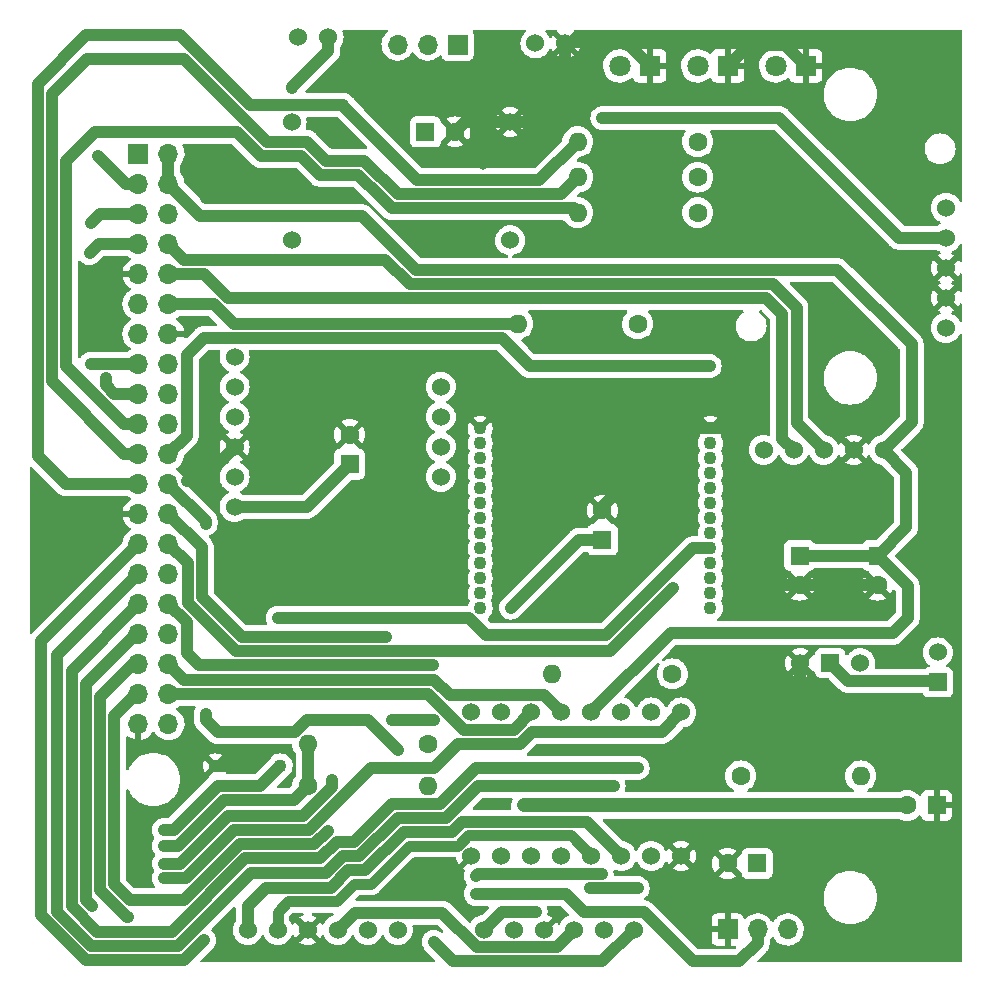
<source format=gbl>
%TF.GenerationSoftware,KiCad,Pcbnew,(6.0.4-0)*%
%TF.CreationDate,2022-07-13T22:20:56+09:00*%
%TF.ProjectId,2022-circuit,32303232-2d63-4697-9263-7569742e6b69,rev?*%
%TF.SameCoordinates,Original*%
%TF.FileFunction,Copper,L2,Bot*%
%TF.FilePolarity,Positive*%
%FSLAX46Y46*%
G04 Gerber Fmt 4.6, Leading zero omitted, Abs format (unit mm)*
G04 Created by KiCad (PCBNEW (6.0.4-0)) date 2022-07-13 22:20:56*
%MOMM*%
%LPD*%
G01*
G04 APERTURE LIST*
%TA.AperFunction,ComponentPad*%
%ADD10C,1.600000*%
%TD*%
%TA.AperFunction,ComponentPad*%
%ADD11O,1.600000X1.600000*%
%TD*%
%TA.AperFunction,ComponentPad*%
%ADD12R,1.600000X1.600000*%
%TD*%
%TA.AperFunction,ComponentPad*%
%ADD13R,1.800000X1.800000*%
%TD*%
%TA.AperFunction,ComponentPad*%
%ADD14C,1.800000*%
%TD*%
%TA.AperFunction,ComponentPad*%
%ADD15C,1.100000*%
%TD*%
%TA.AperFunction,ComponentPad*%
%ADD16C,1.524000*%
%TD*%
%TA.AperFunction,ComponentPad*%
%ADD17R,1.700000X1.700000*%
%TD*%
%TA.AperFunction,ComponentPad*%
%ADD18O,1.700000X1.700000*%
%TD*%
%TA.AperFunction,ComponentPad*%
%ADD19R,1.524000X1.524000*%
%TD*%
%TA.AperFunction,ViaPad*%
%ADD20C,0.800000*%
%TD*%
%TA.AperFunction,Conductor*%
%ADD21C,1.000000*%
%TD*%
%TA.AperFunction,Conductor*%
%ADD22C,0.900000*%
%TD*%
%TA.AperFunction,Conductor*%
%ADD23C,1.200000*%
%TD*%
G04 APERTURE END LIST*
D10*
%TO.P,R2,1*%
%TO.N,+3V3*%
X109220000Y-125984000D03*
D11*
%TO.P,R2,2*%
%TO.N,/GPIO4(GCLK)*%
X99060000Y-125984000D03*
%TD*%
D12*
%TO.P,C3,1*%
%TO.N,+3V3*%
X102616000Y-102297113D03*
D10*
%TO.P,C3,2*%
%TO.N,GND*%
X102616000Y-99797113D03*
%TD*%
%TO.P,R4,1*%
%TO.N,Net-(D2-Pad2)*%
X132080000Y-78000000D03*
D11*
%TO.P,R4,2*%
%TO.N,/GPIO9(LED2)*%
X121920000Y-78000000D03*
%TD*%
D10*
%TO.P,R3,1*%
%TO.N,Net-(D1-Pad2)*%
X132080000Y-81000000D03*
D11*
%TO.P,R3,2*%
%TO.N,/GPIO10(LED1)*%
X121920000Y-81000000D03*
%TD*%
D12*
%TO.P,C1,1*%
%TO.N,+5V*%
X147320000Y-110046888D03*
D10*
%TO.P,C1,2*%
%TO.N,GND*%
X147320000Y-112546888D03*
%TD*%
%TO.P,R8,1*%
%TO.N,Net-(R8-Pad1)*%
X127000000Y-90424000D03*
D11*
%TO.P,R8,2*%
%TO.N,/GPIO18(RESET)*%
X116840000Y-90424000D03*
%TD*%
D12*
%TO.P,C6,1*%
%TO.N,+3V3*%
X124000000Y-108705113D03*
D10*
%TO.P,C6,2*%
%TO.N,GND*%
X124000000Y-106205113D03*
%TD*%
D12*
%TO.P,C7,1*%
%TO.N,+5V*%
X109030888Y-74168000D03*
D10*
%TO.P,C7,2*%
%TO.N,GND*%
X111530888Y-74168000D03*
%TD*%
%TO.P,R1,1*%
%TO.N,/GPIO4(GCLK)*%
X99060000Y-129540000D03*
D11*
%TO.P,R1,2*%
%TO.N,Net-(R1-Pad2)*%
X109220000Y-129540000D03*
%TD*%
D12*
%TO.P,C2,1*%
%TO.N,+5V*%
X140716000Y-110046888D03*
D10*
%TO.P,C2,2*%
%TO.N,GND*%
X140716000Y-112546888D03*
%TD*%
%TO.P,R5,1*%
%TO.N,Net-(D3-Pad2)*%
X132080000Y-75000000D03*
D11*
%TO.P,R5,2*%
%TO.N,/GPIO11(LED3)*%
X121920000Y-75000000D03*
%TD*%
D12*
%TO.P,C4,1*%
%TO.N,/GPIO25(Separation)*%
X137105113Y-136100000D03*
D10*
%TO.P,C4,2*%
%TO.N,GND*%
X134605113Y-136100000D03*
%TD*%
D13*
%TO.P,D2,1,K*%
%TO.N,GND*%
X134620000Y-68580000D03*
D14*
%TO.P,D2,2,A*%
%TO.N,Net-(D2-Pad2)*%
X132080000Y-68580000D03*
%TD*%
D15*
%TO.P,SW3,1,1*%
%TO.N,GND*%
X91230000Y-127845000D03*
%TO.P,SW3,2,2*%
%TO.N,Net-(SW3-Pad2)*%
X96730000Y-127845000D03*
%TD*%
D16*
%TO.P,U8,1,5v~{}*%
%TO.N,+5V*%
X147828000Y-101092000D03*
%TO.P,U8,2,GND~{}*%
%TO.N,GND*%
X145288000Y-101092000D03*
%TO.P,U8,3,RXD~{}*%
%TO.N,/GPIO14(UART_TX)*%
X142748000Y-101092000D03*
%TO.P,U8,4,TXD~{}*%
%TO.N,Net-(U6-Pad10)*%
X140208000Y-101092000D03*
%TO.P,U8,5,1PPS*%
%TO.N,unconnected-(U8-Pad5)*%
X137668000Y-101092000D03*
%TD*%
D12*
%TO.P,C5,1*%
%TO.N,GND*%
X152305113Y-131200000D03*
D10*
%TO.P,C5,2*%
%TO.N,Net-(C5-Pad2)*%
X149805113Y-131200000D03*
%TD*%
D17*
%TO.P,U6,1*%
%TO.N,+3V3*%
X84729200Y-76026200D03*
D18*
%TO.P,U6,2*%
%TO.N,+5V*%
X87269200Y-76026200D03*
%TO.P,U6,3*%
%TO.N,/GPIO2(SDA)*%
X84729200Y-78566200D03*
%TO.P,U6,4*%
%TO.N,+5V*%
X87269200Y-78566200D03*
%TO.P,U6,5*%
%TO.N,/GPIO3(SCL)*%
X84729200Y-81106200D03*
%TO.P,U6,6*%
%TO.N,GND*%
X87269200Y-81106200D03*
%TO.P,U6,7*%
%TO.N,/GPIO4(GCLK)*%
X84729200Y-83646200D03*
%TO.P,U6,8*%
%TO.N,/GPIO14(UART_TX)*%
X87269200Y-83646200D03*
%TO.P,U6,9*%
%TO.N,GND*%
X84729200Y-86186200D03*
%TO.P,U6,10*%
%TO.N,Net-(U6-Pad10)*%
X87269200Y-86186200D03*
%TO.P,U6,11*%
%TO.N,unconnected-(U6-Pad11)*%
X84729200Y-88726200D03*
%TO.P,U6,12*%
%TO.N,/GPIO18(RESET)*%
X87269200Y-88726200D03*
%TO.P,U6,13*%
%TO.N,unconnected-(U6-Pad13)*%
X84729200Y-91266200D03*
%TO.P,U6,14*%
%TO.N,GND*%
X87269200Y-91266200D03*
%TO.P,U6,15*%
%TO.N,Net-(SW3-Pad2)*%
X84729200Y-93806200D03*
%TO.P,U6,16*%
%TO.N,unconnected-(U6-Pad16)*%
X87269200Y-93806200D03*
%TO.P,U6,17*%
%TO.N,+3V3*%
X84729200Y-96346200D03*
%TO.P,U6,18*%
%TO.N,unconnected-(U6-Pad18)*%
X87269200Y-96346200D03*
%TO.P,U6,19*%
%TO.N,/GPIO10(LED1)*%
X84729200Y-98886200D03*
%TO.P,U6,20*%
%TO.N,GND*%
X87269200Y-98886200D03*
%TO.P,U6,21*%
%TO.N,/GPIO9(LED2)*%
X84729200Y-101426200D03*
%TO.P,U6,22*%
%TO.N,/GPIO25(Separation)*%
X87269200Y-101426200D03*
%TO.P,U6,23*%
%TO.N,/GPIO11(LED3)*%
X84729200Y-103966200D03*
%TO.P,U6,24*%
%TO.N,/GPIO8(Encoder2)*%
X87269200Y-103966200D03*
%TO.P,U6,25*%
%TO.N,GND*%
X84729200Y-106506200D03*
%TO.P,U6,26*%
%TO.N,/GPIO7(Encoder2)*%
X87269200Y-106506200D03*
%TO.P,U6,27*%
%TO.N,/GPIO0(TX)*%
X84729200Y-109046200D03*
%TO.P,U6,28*%
%TO.N,/GPIO1(RX)*%
X87269200Y-109046200D03*
%TO.P,U6,29*%
%TO.N,/GPIO5(Ain)*%
X84729200Y-111586200D03*
%TO.P,U6,30*%
%TO.N,GND*%
X87269200Y-111586200D03*
%TO.P,U6,31*%
%TO.N,/GPIO6(Ain)*%
X84729200Y-114126200D03*
%TO.P,U6,32*%
%TO.N,/GPIO12(PWM0)*%
X87269200Y-114126200D03*
%TO.P,U6,33*%
%TO.N,/GPIO13(PWM1)*%
X84729200Y-116666200D03*
%TO.P,U6,34*%
%TO.N,GND*%
X87269200Y-116666200D03*
%TO.P,U6,35*%
%TO.N,/GPIO19(Encoder1)*%
X84729200Y-119206200D03*
%TO.P,U6,36*%
%TO.N,/GPIO16(Bin)*%
X87269200Y-119206200D03*
%TO.P,U6,37*%
%TO.N,/GPIO26(Encoder1)*%
X84729200Y-121746200D03*
%TO.P,U6,38*%
%TO.N,/GPIO20(BIn)*%
X87269200Y-121746200D03*
%TO.P,U6,39*%
%TO.N,GND*%
X84729200Y-124286200D03*
%TO.P,U6,40*%
%TO.N,unconnected-(U6-Pad40)*%
X87269200Y-124286200D03*
%TD*%
D16*
%TO.P,U4,1,GND*%
%TO.N,GND*%
X130680000Y-135475000D03*
%TO.P,U4,2,Vcc*%
%TO.N,+5V*%
X128140000Y-135475000D03*
%TO.P,U4,3,MotorA*%
%TO.N,Net-(U1-Pad1)*%
X125600000Y-135475000D03*
%TO.P,U4,4,MotorA*%
%TO.N,Net-(U1-Pad2)*%
X123060000Y-135475000D03*
%TO.P,U4,5,MotorB*%
%TO.N,Net-(U4-Pad5)*%
X120520000Y-135475000D03*
%TO.P,U4,6,MotorB*%
%TO.N,Net-(U4-Pad6)*%
X117980000Y-135475000D03*
%TO.P,U4,7,VMotor*%
%TO.N,Net-(C5-Pad2)*%
X115440000Y-135475000D03*
%TO.P,U4,8,GND*%
%TO.N,GND*%
X112900000Y-135475000D03*
%TO.P,U4,9,PWMA*%
%TO.N,/GPIO13(PWM1)*%
X130680000Y-123325000D03*
%TO.P,U4,10,Ain*%
%TO.N,/GPIO6(Ain)*%
X128140000Y-123325000D03*
%TO.P,U4,11,Ain*%
%TO.N,/GPIO5(Ain)*%
X125600000Y-123325000D03*
%TO.P,U4,12,STBY*%
%TO.N,+5V*%
X123060000Y-123325000D03*
%TO.P,U4,13,Bin*%
%TO.N,/GPIO16(Bin)*%
X120520000Y-123325000D03*
%TO.P,U4,14,Bin*%
%TO.N,/GPIO20(BIn)*%
X117980000Y-123325000D03*
%TO.P,U4,15,PWMB*%
%TO.N,/GPIO12(PWM0)*%
X115440000Y-123325000D03*
%TO.P,U4,16,GND*%
%TO.N,GND*%
X112900000Y-123325000D03*
%TD*%
D17*
%TO.P,SW2,1,A*%
%TO.N,Net-(SW2-Pad1)*%
X111745000Y-66777000D03*
D18*
%TO.P,SW2,2,B*%
%TO.N,+5V*%
X109205000Y-66777000D03*
%TO.P,SW2,3,C*%
%TO.N,unconnected-(SW2-Pad3)*%
X106665000Y-66777000D03*
%TD*%
D16*
%TO.P,BT1,1,+*%
%TO.N,Net-(BT1-Pad1)*%
X98278000Y-66147000D03*
%TO.P,BT1,2,-*%
%TO.N,Net-(BT1-Pad2)*%
X100818000Y-66147000D03*
%TD*%
%TO.P,Q1,1,G*%
%TO.N,Net-(Q1-Pad1)*%
X145840000Y-119150000D03*
D19*
%TO.P,Q1,2,D*%
%TO.N,Net-(Q1-Pad2)*%
X143300000Y-119150000D03*
D16*
%TO.P,Q1,3,S*%
%TO.N,GND*%
X140760000Y-119150000D03*
%TD*%
%TO.P,BT2,1,+*%
%TO.N,Net-(BT2-Pad1)*%
X118344000Y-66655000D03*
%TO.P,BT2,2,-*%
%TO.N,GND*%
X120884000Y-66655000D03*
%TD*%
%TO.P,S1,1,VIN*%
%TO.N,Net-(C5-Pad2)*%
X152400000Y-118237000D03*
D19*
%TO.P,S1,2,GND*%
%TO.N,Net-(Q1-Pad2)*%
X152400000Y-120777000D03*
%TD*%
D16*
%TO.P,U3,1,Vin*%
%TO.N,+3V3*%
X92870000Y-105918000D03*
%TO.P,U3,2,3vo*%
%TO.N,unconnected-(U3-Pad2)*%
X92870000Y-103378000D03*
%TO.P,U3,3,GND*%
%TO.N,GND*%
X92870000Y-100838000D03*
%TO.P,U3,4,SDA*%
%TO.N,/GPIO2(SDA)*%
X92870000Y-98298000D03*
%TO.P,U3,5,SCL*%
%TO.N,/GPIO3(SCL)*%
X92870000Y-95758000D03*
%TO.P,U3,6,RST*%
%TO.N,unconnected-(U3-Pad6)*%
X92870000Y-93218000D03*
%TO.P,U3,7,PS0*%
%TO.N,unconnected-(U3-Pad7)*%
X110330000Y-103378000D03*
%TO.P,U3,8,PS1*%
%TO.N,unconnected-(U3-Pad8)*%
X110330000Y-100838000D03*
%TO.P,U3,9,INT*%
%TO.N,unconnected-(U3-Pad9)*%
X110330000Y-98298000D03*
%TO.P,U3,10,ADR*%
%TO.N,unconnected-(U3-Pad10)*%
X110330000Y-95758000D03*
%TD*%
%TO.P,U2,1,GND*%
%TO.N,Net-(BT1-Pad2)*%
X97700000Y-73350000D03*
%TO.P,U2,2,IN*%
%TO.N,Net-(BT1-Pad1)*%
X97700000Y-83350000D03*
%TO.P,U2,3,GND*%
%TO.N,GND*%
X116200000Y-73350000D03*
%TO.P,U2,4,Vout*%
%TO.N,Net-(SW2-Pad1)*%
X116200000Y-83350000D03*
%TD*%
%TO.P,U9,1*%
%TO.N,Net-(U4-Pad5)*%
X113975000Y-141732000D03*
%TO.P,U9,2*%
%TO.N,Net-(U4-Pad6)*%
X116515000Y-141732000D03*
%TO.P,U9,3,GND*%
%TO.N,GND*%
X119055000Y-141732000D03*
%TO.P,U9,4,Vcc*%
%TO.N,+5V*%
X121595000Y-141732000D03*
%TO.P,U9,5*%
%TO.N,/GPIO7(Encoder2)*%
X124135000Y-141732000D03*
%TO.P,U9,6*%
%TO.N,/GPIO8(Encoder2)*%
X126675000Y-141732000D03*
%TD*%
D17*
%TO.P,SW1,1,A*%
%TO.N,GND*%
X134620000Y-141700000D03*
D18*
%TO.P,SW1,2,B*%
%TO.N,Net-(R1-Pad2)*%
X137160000Y-141700000D03*
%TO.P,SW1,3,C*%
%TO.N,unconnected-(SW1-Pad3)*%
X139700000Y-141700000D03*
%TD*%
D13*
%TO.P,D1,1,K*%
%TO.N,GND*%
X141229000Y-68580000D03*
D14*
%TO.P,D1,2,A*%
%TO.N,Net-(D1-Pad2)*%
X138689000Y-68580000D03*
%TD*%
D13*
%TO.P,D3,1,K*%
%TO.N,GND*%
X128016000Y-68580000D03*
D14*
%TO.P,D3,2,A*%
%TO.N,Net-(D3-Pad2)*%
X125476000Y-68580000D03*
%TD*%
D10*
%TO.P,R6,1*%
%TO.N,Net-(R6-Pad1)*%
X129930000Y-120050000D03*
D11*
%TO.P,R6,2*%
%TO.N,+3V3*%
X119770000Y-120050000D03*
%TD*%
D16*
%TO.P,U7,1,EN*%
%TO.N,unconnected-(U7-Pad1)*%
X153100000Y-80595000D03*
%TO.P,U7,2,Vin*%
%TO.N,Net-(BT2-Pad1)*%
X153100000Y-83135000D03*
%TO.P,U7,3,GND*%
%TO.N,GND*%
X153100000Y-85675000D03*
%TO.P,U7,4,GND*%
X153100000Y-88215000D03*
%TO.P,U7,5,Vout*%
%TO.N,Net-(C5-Pad2)*%
X153100000Y-90755000D03*
%TD*%
D10*
%TO.P,R7,1*%
%TO.N,/GPIO25(Separation)*%
X135720000Y-128700000D03*
D11*
%TO.P,R7,2*%
%TO.N,Net-(Q1-Pad1)*%
X145880000Y-128700000D03*
%TD*%
D15*
%TO.P,U5,1,GND*%
%TO.N,GND*%
X133157000Y-99255000D03*
%TO.P,U5,2,VccRF*%
%TO.N,+3V3*%
X133157000Y-100525000D03*
%TO.P,U5,3,NC*%
%TO.N,unconnected-(U5-Pad3)*%
X133157000Y-101795000D03*
%TO.P,U5,4,NC*%
%TO.N,unconnected-(U5-Pad4)*%
X133157000Y-103065000D03*
%TO.P,U5,5*%
%TO.N,unconnected-(U5-Pad5)*%
X133157000Y-104335000D03*
%TO.P,U5,6*%
%TO.N,unconnected-(U5-Pad6)*%
X133157000Y-105605000D03*
%TO.P,U5,7,NC*%
%TO.N,unconnected-(U5-Pad7)*%
X133157000Y-106875000D03*
%TO.P,U5,8,UART_TX*%
%TO.N,/GPIO1(RX)*%
X133157000Y-108145000D03*
%TO.P,U5,9,UART_RX*%
%TO.N,/GPIO0(TX)*%
X133157000Y-109415000D03*
%TO.P,U5,10*%
%TO.N,unconnected-(U5-Pad10)*%
X133157000Y-110685000D03*
%TO.P,U5,11*%
%TO.N,unconnected-(U5-Pad11)*%
X133157000Y-111955000D03*
%TO.P,U5,12*%
%TO.N,unconnected-(U5-Pad12)*%
X133157000Y-113225000D03*
%TO.P,U5,13,Vcc*%
%TO.N,+3V3*%
X133157000Y-114495000D03*
%TO.P,U5,14*%
%TO.N,unconnected-(U5-Pad14)*%
X113657000Y-114495000D03*
%TO.P,U5,15*%
%TO.N,unconnected-(U5-Pad15)*%
X113657000Y-113225000D03*
%TO.P,U5,16*%
%TO.N,Net-(R6-Pad1)*%
X113657000Y-111955000D03*
%TO.P,U5,17,NC*%
%TO.N,unconnected-(U5-Pad17)*%
X113657000Y-110685000D03*
%TO.P,U5,18,NC*%
%TO.N,unconnected-(U5-Pad18)*%
X113657000Y-109415000D03*
%TO.P,U5,19*%
%TO.N,unconnected-(U5-Pad19)*%
X113657000Y-108145000D03*
%TO.P,U5,20*%
%TO.N,unconnected-(U5-Pad20)*%
X113657000Y-106875000D03*
%TO.P,U5,21*%
%TO.N,unconnected-(U5-Pad21)*%
X113657000Y-105605000D03*
%TO.P,U5,22*%
%TO.N,unconnected-(U5-Pad22)*%
X113657000Y-104335000D03*
%TO.P,U5,23,NC*%
%TO.N,unconnected-(U5-Pad23)*%
X113657000Y-103065000D03*
%TO.P,U5,24,RESET*%
%TO.N,Net-(R8-Pad1)*%
X113657000Y-101795000D03*
%TO.P,U5,25*%
%TO.N,unconnected-(U5-Pad25)*%
X113657000Y-100525000D03*
%TO.P,U5,26,GND*%
%TO.N,GND*%
X113657000Y-99255000D03*
%TD*%
D16*
%TO.P,U1,1*%
%TO.N,Net-(U1-Pad1)*%
X93980000Y-141732000D03*
%TO.P,U1,2*%
%TO.N,Net-(U1-Pad2)*%
X96520000Y-141732000D03*
%TO.P,U1,3,GND*%
%TO.N,GND*%
X99060000Y-141732000D03*
%TO.P,U1,4,Vcc*%
%TO.N,+5V*%
X101600000Y-141732000D03*
%TO.P,U1,5*%
%TO.N,/GPIO19(Encoder1)*%
X104140000Y-141732000D03*
%TO.P,U1,6*%
%TO.N,/GPIO26(Encoder1)*%
X106680000Y-141732000D03*
%TD*%
D20*
%TO.N,+3V3*%
X81980169Y-94905700D03*
X116250000Y-114450000D03*
%TO.N,+5V*%
X127000000Y-138176000D03*
X106172000Y-83820000D03*
X122936000Y-138176000D03*
%TO.N,/GPIO2(SDA)*%
X81280000Y-76200000D03*
%TO.N,/GPIO3(SCL)*%
X86868000Y-136144000D03*
X80690000Y-81870000D03*
X101092000Y-129032000D03*
%TO.N,GND*%
X92456000Y-140970000D03*
X118000000Y-97000000D03*
X92964000Y-110998000D03*
X147574000Y-76200000D03*
X147320000Y-86360000D03*
X94400000Y-79700000D03*
X97790000Y-102870000D03*
X128000000Y-109000000D03*
X143510000Y-125730000D03*
X153162000Y-67437000D03*
X104140000Y-111760000D03*
X129540000Y-138303000D03*
X106680000Y-97409000D03*
X140970000Y-82550000D03*
X124000000Y-96000000D03*
X99000000Y-108000000D03*
X120904000Y-126492000D03*
X119253000Y-74549000D03*
X130810000Y-129540000D03*
X152146000Y-141986000D03*
X94400000Y-127900000D03*
X96774000Y-94615000D03*
X88818711Y-103713289D03*
X115000000Y-131000000D03*
X90424000Y-79756000D03*
X81280000Y-107950000D03*
X110000000Y-138000000D03*
X119000000Y-105000000D03*
X141000000Y-133350000D03*
X132080000Y-96520000D03*
X129540000Y-77470000D03*
X105410000Y-143510000D03*
X113919000Y-76962000D03*
X117000000Y-109000000D03*
X132080000Y-138430000D03*
X134620000Y-123190000D03*
X102870000Y-74930000D03*
%TO.N,/GPIO4(GCLK)*%
X86868000Y-134620000D03*
X80588480Y-84440000D03*
%TO.N,Net-(SW3-Pad2)*%
X86868000Y-133279520D03*
X80688500Y-93800000D03*
%TO.N,/GPIO25(Separation)*%
X133096000Y-93980000D03*
%TO.N,/GPIO8(Encoder2)*%
X109728000Y-142748000D03*
X90425000Y-107350000D03*
X106680000Y-126492000D03*
X90424000Y-123444000D03*
%TO.N,/GPIO7(Encoder2)*%
X113284000Y-137160000D03*
X106172000Y-123952000D03*
X105664000Y-116948120D03*
X109728000Y-123952000D03*
X123952000Y-136976480D03*
%TO.N,/GPIO0(TX)*%
X96520000Y-115316000D03*
X90194598Y-142518598D03*
%TO.N,/GPIO1(RX)*%
X130000000Y-112800000D03*
%TO.N,/GPIO5(Ain)*%
X124968000Y-129540000D03*
%TO.N,/GPIO6(Ain)*%
X127000000Y-128016000D03*
%TO.N,/GPIO12(PWM0)*%
X109700000Y-119347160D03*
%TO.N,/GPIO13(PWM1)*%
X80772000Y-139700000D03*
X86879143Y-137343520D03*
%TO.N,/GPIO19(Encoder1)*%
X83820000Y-140673440D03*
%TO.N,/GPIO26(Encoder1)*%
X100756693Y-133356693D03*
%TO.N,Net-(U4-Pad5)*%
X118364000Y-140208000D03*
%TO.N,Net-(C5-Pad2)*%
X117400000Y-131200000D03*
%TO.N,Net-(R1-Pad2)*%
X113284000Y-138684000D03*
%TO.N,Net-(BT2-Pad1)*%
X124000000Y-73000000D03*
%TO.N,Net-(BT1-Pad2)*%
X97750000Y-70450000D03*
%TD*%
D21*
%TO.N,+3V3*%
X98995113Y-105918000D02*
X102616000Y-102297113D01*
X121994887Y-108705113D02*
X124000000Y-108705113D01*
X82686200Y-96346200D02*
X81980169Y-95640169D01*
X84729200Y-96346200D02*
X82686200Y-96346200D01*
X92870000Y-105918000D02*
X98995113Y-105918000D01*
X116250000Y-114450000D02*
X121994887Y-108705113D01*
X81980169Y-95640169D02*
X81980169Y-95005720D01*
%TO.N,+5V*%
X147828000Y-101092000D02*
X149750000Y-103014000D01*
X147320000Y-110046888D02*
X149860000Y-112586888D01*
X149750000Y-107616888D02*
X147320000Y-110046888D01*
X147320000Y-110046888D02*
X140716000Y-110046888D01*
X101600000Y-141732000D02*
X103061511Y-140270489D01*
X129785000Y-116600000D02*
X123060000Y-123325000D01*
X120133489Y-143193511D02*
X121595000Y-141732000D01*
X127000000Y-138176000D02*
X122936000Y-138176000D01*
X110446599Y-140270489D02*
X113369621Y-143193511D01*
X149860000Y-112586888D02*
X149860000Y-115316000D01*
X103632000Y-81280000D02*
X89983000Y-81280000D01*
X103061511Y-140270489D02*
X110446599Y-140270489D01*
X106172000Y-83820000D02*
X103632000Y-81280000D01*
X87269200Y-78566200D02*
X87269200Y-76026200D01*
X106172000Y-83820000D02*
X108204000Y-85852000D01*
X108204000Y-85852000D02*
X143902000Y-85852000D01*
X113369621Y-143193511D02*
X120133489Y-143193511D01*
X89983000Y-81280000D02*
X87269200Y-78566200D01*
X149860000Y-115316000D02*
X148576000Y-116600000D01*
X148576000Y-116600000D02*
X129785000Y-116600000D01*
X150200000Y-98720000D02*
X147828000Y-101092000D01*
X143902000Y-85852000D02*
X150200000Y-92150000D01*
X150200000Y-92150000D02*
X150200000Y-98720000D01*
X149750000Y-103014000D02*
X149750000Y-107616888D01*
%TO.N,/GPIO2(SDA)*%
X83646200Y-78566200D02*
X81280000Y-76200000D01*
X84729200Y-78566200D02*
X83646200Y-78566200D01*
%TO.N,/GPIO3(SCL)*%
X84729200Y-81106200D02*
X81453800Y-81106200D01*
X81453800Y-81106200D02*
X80690000Y-81870000D01*
X88228756Y-136144000D02*
X92292756Y-132080000D01*
X92292756Y-132080000D02*
X98640630Y-132080000D01*
X98640630Y-132080000D02*
X101092000Y-129628630D01*
X86868000Y-136144000D02*
X88228756Y-136144000D01*
X101092000Y-129628630D02*
X101092000Y-129032000D01*
%TO.N,GND*%
X120991000Y-66548000D02*
X125984000Y-66548000D01*
X135708000Y-126492000D02*
X120904000Y-126492000D01*
X136652000Y-109728000D02*
X139470888Y-112546888D01*
X94345000Y-127845000D02*
X94400000Y-127900000D01*
X133157000Y-99255000D02*
X134815000Y-99255000D01*
X139470888Y-112546888D02*
X140716000Y-112546888D01*
X125984000Y-66548000D02*
X128016000Y-68580000D01*
X94344000Y-79756000D02*
X90424000Y-79756000D01*
X135636000Y-105156000D02*
X136652000Y-106172000D01*
X91230000Y-127845000D02*
X94345000Y-127845000D01*
X140716000Y-112546888D02*
X147320000Y-112546888D01*
X124000000Y-105950000D02*
X130695000Y-99255000D01*
X134815000Y-99255000D02*
X135636000Y-100076000D01*
X120884000Y-70632000D02*
X120884000Y-66655000D01*
X130695000Y-99255000D02*
X133157000Y-99255000D01*
X112348888Y-73350000D02*
X118166000Y-73350000D01*
X120884000Y-66655000D02*
X120991000Y-66548000D01*
X135636000Y-100076000D02*
X135636000Y-105156000D01*
X90424000Y-102108000D02*
X88818711Y-103713289D01*
X111530888Y-74168000D02*
X112348888Y-73350000D01*
X136398000Y-66802000D02*
X139451000Y-66802000D01*
X140760000Y-121440000D02*
X135708000Y-126492000D01*
X94400000Y-79700000D02*
X94344000Y-79756000D01*
X124000000Y-106205113D02*
X124000000Y-105950000D01*
X134620000Y-68580000D02*
X136398000Y-66802000D01*
X139451000Y-66802000D02*
X141229000Y-68580000D01*
X136652000Y-106172000D02*
X136652000Y-109728000D01*
X91600000Y-102108000D02*
X90424000Y-102108000D01*
X92870000Y-100838000D02*
X91600000Y-102108000D01*
X140760000Y-119150000D02*
X140760000Y-121440000D01*
X118166000Y-73350000D02*
X120884000Y-70632000D01*
%TO.N,/GPIO4(GCLK)*%
X99060000Y-125984000D02*
X99060000Y-129540000D01*
X97860480Y-130739520D02*
X99060000Y-129540000D01*
X91936858Y-130739520D02*
X97860480Y-130739520D01*
X86868000Y-134620000D02*
X88056378Y-134620000D01*
X84729200Y-83646200D02*
X81382280Y-83646200D01*
X81382280Y-83646200D02*
X80588480Y-84440000D01*
X88056378Y-134620000D02*
X91936858Y-130739520D01*
%TO.N,/GPIO14(UART_TX)*%
X105642302Y-84986680D02*
X88609680Y-84986680D01*
X138451520Y-87051520D02*
X107707142Y-87051520D01*
X142748000Y-101092000D02*
X140449520Y-98793520D01*
X107707142Y-87051520D02*
X105642302Y-84986680D01*
X140449520Y-89049520D02*
X138451520Y-87051520D01*
X88609680Y-84986680D02*
X87269200Y-83646200D01*
X140449520Y-98793520D02*
X140449520Y-89049520D01*
%TO.N,Net-(U6-Pad10)*%
X139250000Y-100134000D02*
X139250000Y-89600000D01*
X140208000Y-101092000D02*
X139250000Y-100134000D01*
X139250000Y-89600000D02*
X137901040Y-88251040D01*
X90250200Y-86186200D02*
X87269200Y-86186200D01*
X92315040Y-88251040D02*
X90250200Y-86186200D01*
X137901040Y-88251040D02*
X92315040Y-88251040D01*
%TO.N,/GPIO18(RESET)*%
X91093822Y-88726200D02*
X92791622Y-90424000D01*
X92791622Y-90424000D02*
X116840000Y-90424000D01*
X87269200Y-88726200D02*
X91093822Y-88726200D01*
%TO.N,Net-(SW3-Pad2)*%
X96730000Y-127845000D02*
X95035000Y-129540000D01*
X87700480Y-133279520D02*
X86868000Y-133279520D01*
X80694700Y-93806200D02*
X80688500Y-93800000D01*
X95035000Y-129540000D02*
X91440000Y-129540000D01*
X84729200Y-93806200D02*
X80694700Y-93806200D01*
X91440000Y-129540000D02*
X87700480Y-133279520D01*
%TO.N,/GPIO10(LED1)*%
X95089875Y-76199520D02*
X98506765Y-76199520D01*
X98506765Y-76199520D02*
X100106765Y-77799520D01*
X100106765Y-77799520D02*
X103349520Y-77799520D01*
X83473822Y-98886200D02*
X78599040Y-94011418D01*
X106212285Y-80649040D02*
X121569040Y-80649040D01*
X78599040Y-76630960D02*
X81062000Y-74168000D01*
X105178285Y-79615040D02*
X106212285Y-80649040D01*
X93058354Y-74168000D02*
X95089875Y-76199520D01*
X78599040Y-94011418D02*
X78599040Y-76630960D01*
X103349520Y-77799520D02*
X105165040Y-79615040D01*
X84729200Y-98886200D02*
X83473822Y-98886200D01*
X81062000Y-74168000D02*
X93058354Y-74168000D01*
X121569040Y-80649040D02*
X121920000Y-81000000D01*
%TO.N,/GPIO9(LED2)*%
X77399520Y-95298601D02*
X77399520Y-70936480D01*
X80336000Y-68000000D02*
X88586732Y-68000000D01*
X95586732Y-75000000D02*
X99003622Y-75000000D01*
X84729200Y-101426200D02*
X83527119Y-101426200D01*
X106709142Y-79449520D02*
X120470480Y-79449520D01*
X88586732Y-68000000D02*
X95586732Y-75000000D01*
X99003622Y-75000000D02*
X100603622Y-76600000D01*
X120470480Y-79449520D02*
X121920000Y-78000000D01*
X83527119Y-101426200D02*
X77399520Y-95298601D01*
X103859622Y-76600000D02*
X106709142Y-79449520D01*
X100603622Y-76600000D02*
X103859622Y-76600000D01*
X77399520Y-70936480D02*
X80336000Y-68000000D01*
%TO.N,/GPIO25(Separation)*%
X87269200Y-101426200D02*
X88818711Y-99876689D01*
X115499520Y-91623520D02*
X117856000Y-93980000D01*
X117856000Y-93980000D02*
X133096000Y-93980000D01*
X88818711Y-93045289D02*
X90240480Y-91623520D01*
X88818711Y-99876689D02*
X88818711Y-93045289D01*
X90240480Y-91623520D02*
X115499520Y-91623520D01*
%TO.N,/GPIO11(LED3)*%
X76200000Y-70104000D02*
X76200000Y-101600000D01*
X76200000Y-101600000D02*
X78566200Y-103966200D01*
X88283110Y-66000000D02*
X80304000Y-66000000D01*
X102088489Y-71888489D02*
X94171599Y-71888489D01*
X80304000Y-66000000D02*
X76200000Y-70104000D01*
X118670000Y-78250000D02*
X108350000Y-78250000D01*
X108350000Y-78250000D02*
X102000000Y-71900000D01*
X121920000Y-75000000D02*
X118670000Y-78250000D01*
X78566200Y-103966200D02*
X84729200Y-103966200D01*
X94171599Y-71888489D02*
X88283110Y-66000000D01*
%TO.N,/GPIO8(Encoder2)*%
X104140000Y-123952000D02*
X106680000Y-126492000D01*
X90424000Y-123444000D02*
X90424000Y-123952000D01*
X90425000Y-107122000D02*
X87269200Y-103966200D01*
X109728000Y-142748000D02*
X111373031Y-144393031D01*
X98971370Y-123952000D02*
X104140000Y-123952000D01*
X124013969Y-144393031D02*
X126675000Y-141732000D01*
X97955370Y-124968000D02*
X98971370Y-123952000D01*
X90425000Y-107350000D02*
X90425000Y-107122000D01*
X91440000Y-124968000D02*
X97955370Y-124968000D01*
X111373031Y-144393031D02*
X124013969Y-144393031D01*
X90424000Y-123952000D02*
X91440000Y-124968000D01*
%TO.N,/GPIO7(Encoder2)*%
X93483875Y-116948120D02*
X90099520Y-113563765D01*
X90099520Y-113563765D02*
X90099520Y-109336520D01*
X113284000Y-137160000D02*
X113467520Y-136976480D01*
X90099520Y-109336520D02*
X87269200Y-106506200D01*
X113467520Y-136976480D02*
X123952000Y-136976480D01*
X109728000Y-123952000D02*
X106172000Y-123952000D01*
X105664000Y-116948120D02*
X93483875Y-116948120D01*
%TO.N,/GPIO0(TX)*%
X112710924Y-115316000D02*
X114144924Y-116750000D01*
X80254868Y-144272000D02*
X88582645Y-144272000D01*
X96520000Y-115316000D02*
X112710924Y-115316000D01*
X84729200Y-109046200D02*
X76490000Y-117285400D01*
X114144924Y-116750000D02*
X124350000Y-116750000D01*
X131685000Y-109415000D02*
X124350000Y-116750000D01*
X76490000Y-140507132D02*
X80254868Y-144272000D01*
X88582645Y-144272000D02*
X90265323Y-142589322D01*
X133157000Y-109415000D02*
X131685000Y-109415000D01*
X76490000Y-117285400D02*
X76490000Y-140507132D01*
%TO.N,/GPIO1(RX)*%
X124652360Y-118147640D02*
X92987018Y-118147640D01*
X130000000Y-112800000D02*
X124652360Y-118147640D01*
X88900000Y-114060622D02*
X88900000Y-110677000D01*
X92987018Y-118147640D02*
X88900000Y-114060622D01*
X88900000Y-110677000D02*
X87269200Y-109046200D01*
%TO.N,/GPIO5(Ain)*%
X110757346Y-132239031D02*
X113456378Y-129540000D01*
X102011101Y-135495040D02*
X103437338Y-135495040D01*
X88085787Y-143072480D02*
X94280187Y-136878080D01*
X94280187Y-136878080D02*
X100628060Y-136878080D01*
X77864960Y-118450440D02*
X77864960Y-140185716D01*
X100628060Y-136878080D02*
X102011101Y-135495040D01*
X77864960Y-140185716D02*
X80751725Y-143072480D01*
X84729200Y-111586200D02*
X77864960Y-118450440D01*
X103437338Y-135495040D02*
X106693347Y-132239031D01*
X106693347Y-132239031D02*
X110757346Y-132239031D01*
X80751725Y-143072480D02*
X88085787Y-143072480D01*
X113456378Y-129540000D02*
X124968000Y-129540000D01*
%TO.N,/GPIO6(Ain)*%
X84729200Y-114126200D02*
X79064480Y-119790920D01*
X106172000Y-131039511D02*
X110260488Y-131039511D01*
X102940480Y-134295520D02*
X106196489Y-131039511D01*
X110260488Y-131039511D02*
X113284000Y-128016000D01*
X100131203Y-135678560D02*
X101514244Y-134295520D01*
X79064480Y-119790920D02*
X79064480Y-139688858D01*
X79064480Y-139688858D02*
X81248582Y-141872960D01*
X87588929Y-141872960D02*
X93783329Y-135678560D01*
X81248582Y-141872960D02*
X87588929Y-141872960D01*
X101514244Y-134295520D02*
X102940480Y-134295520D01*
X113284000Y-128016000D02*
X127000000Y-128016000D01*
X93783329Y-135678560D02*
X100131203Y-135678560D01*
%TO.N,/GPIO12(PWM0)*%
X88818711Y-118282711D02*
X88818711Y-115675711D01*
X89883160Y-119347160D02*
X88818711Y-118282711D01*
X88818711Y-115675711D02*
X87269200Y-114126200D01*
X89883160Y-119347160D02*
X109700000Y-119347160D01*
%TO.N,/GPIO13(PWM1)*%
X130680000Y-123325000D02*
X129037000Y-124968000D01*
X111797764Y-125986031D02*
X111777866Y-125966134D01*
X99137489Y-133279520D02*
X92789613Y-133279520D01*
X84501800Y-116666200D02*
X84729200Y-116666200D01*
X109728000Y-128016000D02*
X104401009Y-128016000D01*
X104401009Y-128016000D02*
X99137489Y-133279520D01*
X80264000Y-120904000D02*
X84501800Y-116666200D01*
X92789613Y-133279520D02*
X88725613Y-137343520D01*
X117015346Y-125986031D02*
X111797764Y-125986031D01*
X80264000Y-139192000D02*
X80264000Y-120904000D01*
X88725613Y-137343520D02*
X86879143Y-137343520D01*
X80772000Y-139700000D02*
X80264000Y-139192000D01*
X118033378Y-124968000D02*
X117015346Y-125986031D01*
X111777866Y-125966134D02*
X109728000Y-128016000D01*
X129037000Y-124968000D02*
X118033378Y-124968000D01*
%TO.N,/GPIO19(Encoder1)*%
X83777440Y-140673440D02*
X81463520Y-138359520D01*
X83820000Y-140673440D02*
X83777440Y-140673440D01*
X81463520Y-121990480D02*
X84247800Y-119206200D01*
X84247800Y-119206200D02*
X84729200Y-119206200D01*
X81463520Y-138359520D02*
X81463520Y-121990480D01*
%TO.N,/GPIO16(Bin)*%
X88609680Y-120546680D02*
X109751168Y-120546680D01*
X109751168Y-120546680D02*
X111067977Y-121863489D01*
X119058489Y-121863489D02*
X111067977Y-121863489D01*
X87269200Y-119206200D02*
X88609680Y-120546680D01*
X119058489Y-121863489D02*
X120520000Y-123325000D01*
%TO.N,/GPIO26(Encoder1)*%
X93286471Y-134479040D02*
X99634346Y-134479040D01*
X82663040Y-137862662D02*
X83992378Y-139192000D01*
X88573511Y-139192000D02*
X93286471Y-134479040D01*
X84501800Y-121746200D02*
X82663040Y-123584960D01*
X99634346Y-134479040D02*
X100756693Y-133356693D01*
X84729200Y-121746200D02*
X84501800Y-121746200D01*
X83992378Y-139192000D02*
X88573511Y-139192000D01*
X82663040Y-123584960D02*
X82663040Y-137862662D01*
%TO.N,/GPIO20(BIn)*%
X116518489Y-124786511D02*
X117980000Y-123325000D01*
X112294621Y-124786511D02*
X116518489Y-124786511D01*
X109254310Y-121746200D02*
X112294621Y-124786511D01*
X87269200Y-121746200D02*
X109254310Y-121746200D01*
%TO.N,Net-(U1-Pad1)*%
X111254204Y-133438551D02*
X112104755Y-132588000D01*
X107190205Y-133438551D02*
X111254204Y-133438551D01*
X122713000Y-132588000D02*
X125600000Y-135475000D01*
X93980000Y-141732000D02*
X93980000Y-139700000D01*
X95504000Y-138176000D02*
X101026518Y-138176000D01*
X112104755Y-132588000D02*
X122713000Y-132588000D01*
X102507958Y-136694560D02*
X103934196Y-136694560D01*
X93980000Y-139700000D02*
X95504000Y-138176000D01*
X103934196Y-136694560D02*
X107190205Y-133438551D01*
X101026518Y-138176000D02*
X102507958Y-136694560D01*
D22*
%TO.N,Net-(U1-Pad2)*%
X121322520Y-133737520D02*
X123060000Y-135475000D01*
X96520000Y-141732000D02*
X96520000Y-140208000D01*
X112641301Y-133737520D02*
X121322520Y-133737520D01*
X102984105Y-137844079D02*
X104410343Y-137844079D01*
X101502665Y-139325519D02*
X102984105Y-137844079D01*
X107634422Y-134620000D02*
X111758821Y-134620000D01*
X96520000Y-140208000D02*
X97402480Y-139325520D01*
X111758821Y-134620000D02*
X112641301Y-133737520D01*
X104410343Y-137844079D02*
X107634422Y-134620000D01*
X97402480Y-139325520D02*
X101502665Y-139325519D01*
D21*
%TO.N,Net-(U4-Pad5)*%
X118364000Y-140208000D02*
X115499000Y-140208000D01*
X115499000Y-140208000D02*
X113975000Y-141732000D01*
D23*
%TO.N,Net-(C5-Pad2)*%
X117400000Y-131200000D02*
X149805113Y-131200000D01*
D21*
%TO.N,Net-(R1-Pad2)*%
X113284000Y-138684000D02*
X120904000Y-138684000D01*
X137160000Y-142840000D02*
X137160000Y-141700000D01*
X135600000Y-144400000D02*
X137160000Y-142840000D01*
X120904000Y-138684000D02*
X122428000Y-140208000D01*
X127508000Y-140208000D02*
X131700000Y-144400000D01*
X131700000Y-144400000D02*
X135600000Y-144400000D01*
X122428000Y-140208000D02*
X127508000Y-140208000D01*
%TO.N,Net-(BT2-Pad1)*%
X153100000Y-83135000D02*
X149135000Y-83135000D01*
X124000000Y-73000000D02*
X139000000Y-73000000D01*
X149135000Y-83135000D02*
X139000000Y-73000000D01*
%TO.N,Net-(BT1-Pad2)*%
X97750000Y-70398000D02*
X100818000Y-67330000D01*
X97750000Y-70450000D02*
X97750000Y-70398000D01*
X97750000Y-70450000D02*
X97770000Y-70430000D01*
X100818000Y-67330000D02*
X100818000Y-66147000D01*
%TO.N,Net-(Q1-Pad2)*%
X144820000Y-120670000D02*
X143300000Y-119150000D01*
X152146000Y-120777000D02*
X152039000Y-120670000D01*
X152039000Y-120670000D02*
X144820000Y-120670000D01*
%TD*%
%TA.AperFunction,Conductor*%
%TO.N,GND*%
G36*
X105782234Y-65528502D02*
G01*
X105828727Y-65582158D01*
X105838831Y-65652432D01*
X105809337Y-65717012D01*
X105789767Y-65735259D01*
X105759965Y-65757635D01*
X105720525Y-65798907D01*
X105666280Y-65855671D01*
X105605629Y-65919138D01*
X105602720Y-65923403D01*
X105602714Y-65923411D01*
X105572347Y-65967928D01*
X105479743Y-66103680D01*
X105462176Y-66141525D01*
X105392982Y-66290592D01*
X105385688Y-66306305D01*
X105325989Y-66521570D01*
X105302251Y-66743695D01*
X105302548Y-66748848D01*
X105302548Y-66748851D01*
X105310642Y-66889218D01*
X105315110Y-66966715D01*
X105316247Y-66971761D01*
X105316248Y-66971767D01*
X105328701Y-67027022D01*
X105364222Y-67184639D01*
X105392311Y-67253814D01*
X105445195Y-67384052D01*
X105448266Y-67391616D01*
X105485685Y-67452678D01*
X105562291Y-67577688D01*
X105564987Y-67582088D01*
X105711250Y-67750938D01*
X105848996Y-67865297D01*
X105868994Y-67881899D01*
X105883126Y-67893632D01*
X106076000Y-68006338D01*
X106080825Y-68008180D01*
X106080826Y-68008181D01*
X106153612Y-68035975D01*
X106284692Y-68086030D01*
X106289760Y-68087061D01*
X106289763Y-68087062D01*
X106397017Y-68108883D01*
X106503597Y-68130567D01*
X106508772Y-68130757D01*
X106508774Y-68130757D01*
X106721673Y-68138564D01*
X106721677Y-68138564D01*
X106726837Y-68138753D01*
X106731957Y-68138097D01*
X106731959Y-68138097D01*
X106943288Y-68111025D01*
X106943289Y-68111025D01*
X106948416Y-68110368D01*
X107025302Y-68087301D01*
X107157429Y-68047661D01*
X107157434Y-68047659D01*
X107162384Y-68046174D01*
X107362994Y-67947896D01*
X107544860Y-67818173D01*
X107603751Y-67759488D01*
X107634131Y-67729213D01*
X107703096Y-67660489D01*
X107762594Y-67577689D01*
X107833453Y-67479077D01*
X107834776Y-67480028D01*
X107881645Y-67436857D01*
X107951580Y-67424625D01*
X108017026Y-67452144D01*
X108044875Y-67483994D01*
X108104987Y-67582088D01*
X108251250Y-67750938D01*
X108388996Y-67865297D01*
X108408994Y-67881899D01*
X108423126Y-67893632D01*
X108616000Y-68006338D01*
X108620825Y-68008180D01*
X108620826Y-68008181D01*
X108693612Y-68035975D01*
X108824692Y-68086030D01*
X108829760Y-68087061D01*
X108829763Y-68087062D01*
X108937017Y-68108883D01*
X109043597Y-68130567D01*
X109048772Y-68130757D01*
X109048774Y-68130757D01*
X109261673Y-68138564D01*
X109261677Y-68138564D01*
X109266837Y-68138753D01*
X109271957Y-68138097D01*
X109271959Y-68138097D01*
X109483288Y-68111025D01*
X109483289Y-68111025D01*
X109488416Y-68110368D01*
X109565302Y-68087301D01*
X109697429Y-68047661D01*
X109697434Y-68047659D01*
X109702384Y-68046174D01*
X109902994Y-67947896D01*
X110084860Y-67818173D01*
X110193091Y-67710319D01*
X110255462Y-67676404D01*
X110326268Y-67681592D01*
X110383030Y-67724238D01*
X110400012Y-67755341D01*
X110422201Y-67814529D01*
X110444385Y-67873705D01*
X110531739Y-67990261D01*
X110648295Y-68077615D01*
X110784684Y-68128745D01*
X110846866Y-68135500D01*
X112643134Y-68135500D01*
X112705316Y-68128745D01*
X112841705Y-68077615D01*
X112958261Y-67990261D01*
X113045615Y-67873705D01*
X113096745Y-67737316D01*
X113103500Y-67675134D01*
X113103500Y-65878866D01*
X113096745Y-65816684D01*
X113045615Y-65680295D01*
X113048747Y-65679121D01*
X113037050Y-65625662D01*
X113061781Y-65559112D01*
X113118566Y-65516497D01*
X113162740Y-65508500D01*
X117389552Y-65508500D01*
X117457673Y-65528502D01*
X117504166Y-65582158D01*
X117514270Y-65652432D01*
X117484776Y-65717012D01*
X117478647Y-65723595D01*
X117367023Y-65835219D01*
X117363866Y-65839727D01*
X117363864Y-65839730D01*
X117242669Y-66012815D01*
X117239512Y-66017324D01*
X117237189Y-66022306D01*
X117237186Y-66022311D01*
X117199243Y-66103680D01*
X117145560Y-66218804D01*
X117088022Y-66433537D01*
X117068647Y-66655000D01*
X117088022Y-66876463D01*
X117145560Y-67091196D01*
X117147882Y-67096177D01*
X117147883Y-67096178D01*
X117237186Y-67287689D01*
X117237189Y-67287694D01*
X117239512Y-67292676D01*
X117242668Y-67297183D01*
X117242669Y-67297185D01*
X117344032Y-67441946D01*
X117367023Y-67474781D01*
X117524219Y-67631977D01*
X117528727Y-67635134D01*
X117528730Y-67635136D01*
X117558944Y-67656292D01*
X117706323Y-67759488D01*
X117711305Y-67761811D01*
X117711310Y-67761814D01*
X117901810Y-67850645D01*
X117907804Y-67853440D01*
X117913112Y-67854862D01*
X117913114Y-67854863D01*
X117978949Y-67872503D01*
X118122537Y-67910978D01*
X118344000Y-67930353D01*
X118565463Y-67910978D01*
X118709051Y-67872503D01*
X118774886Y-67854863D01*
X118774888Y-67854862D01*
X118780196Y-67853440D01*
X118786190Y-67850645D01*
X118976690Y-67761814D01*
X118976695Y-67761811D01*
X118981677Y-67759488D01*
X119046959Y-67713777D01*
X120189777Y-67713777D01*
X120199074Y-67725793D01*
X120242069Y-67755898D01*
X120251555Y-67761376D01*
X120442993Y-67850645D01*
X120453285Y-67854391D01*
X120657309Y-67909059D01*
X120668104Y-67910962D01*
X120878525Y-67929372D01*
X120889475Y-67929372D01*
X121099896Y-67910962D01*
X121110691Y-67909059D01*
X121314715Y-67854391D01*
X121325007Y-67850645D01*
X121516445Y-67761376D01*
X121525931Y-67755898D01*
X121569764Y-67725207D01*
X121578139Y-67714729D01*
X121571071Y-67701281D01*
X120896812Y-67027022D01*
X120882868Y-67019408D01*
X120881035Y-67019539D01*
X120874420Y-67023790D01*
X120196207Y-67702003D01*
X120189777Y-67713777D01*
X119046959Y-67713777D01*
X119129056Y-67656292D01*
X119159270Y-67635136D01*
X119159273Y-67635134D01*
X119163781Y-67631977D01*
X119320977Y-67474781D01*
X119343969Y-67441946D01*
X119445331Y-67297185D01*
X119445332Y-67297183D01*
X119448488Y-67292676D01*
X119450811Y-67287694D01*
X119450814Y-67287689D01*
X119500081Y-67182035D01*
X119546999Y-67128750D01*
X119615276Y-67109289D01*
X119683236Y-67129831D01*
X119728471Y-67182035D01*
X119777623Y-67287441D01*
X119783103Y-67296932D01*
X119813794Y-67340765D01*
X119824271Y-67349140D01*
X119837718Y-67342072D01*
X120511978Y-66667812D01*
X120518356Y-66656132D01*
X121248408Y-66656132D01*
X121248539Y-66657965D01*
X121252790Y-66664580D01*
X121931003Y-67342793D01*
X121942777Y-67349223D01*
X121954793Y-67339926D01*
X121984897Y-67296932D01*
X121990377Y-67287441D01*
X122079645Y-67096007D01*
X122083391Y-67085715D01*
X122138059Y-66881691D01*
X122139962Y-66870896D01*
X122158372Y-66660475D01*
X122158372Y-66649525D01*
X122139962Y-66439104D01*
X122138059Y-66428309D01*
X122083391Y-66224285D01*
X122079645Y-66213993D01*
X121990377Y-66022559D01*
X121984897Y-66013068D01*
X121954206Y-65969235D01*
X121943729Y-65960860D01*
X121930282Y-65967928D01*
X121256022Y-66642188D01*
X121248408Y-66656132D01*
X120518356Y-66656132D01*
X120519592Y-66653868D01*
X120519461Y-66652035D01*
X120515210Y-66645420D01*
X119836997Y-65967207D01*
X119825223Y-65960777D01*
X119813207Y-65970074D01*
X119783103Y-66013068D01*
X119777623Y-66022559D01*
X119728471Y-66127965D01*
X119681553Y-66181250D01*
X119613276Y-66200711D01*
X119545316Y-66180169D01*
X119500081Y-66127965D01*
X119450814Y-66022311D01*
X119450811Y-66022306D01*
X119448488Y-66017324D01*
X119445331Y-66012815D01*
X119324136Y-65839730D01*
X119324134Y-65839727D01*
X119320977Y-65835219D01*
X119209353Y-65723595D01*
X119175327Y-65661283D01*
X119180392Y-65590468D01*
X119222939Y-65533632D01*
X119289459Y-65508821D01*
X119298448Y-65508500D01*
X120068134Y-65508500D01*
X120136255Y-65528502D01*
X120179665Y-65575876D01*
X120196928Y-65608718D01*
X120871188Y-66282978D01*
X120885132Y-66290592D01*
X120886965Y-66290461D01*
X120893580Y-66286210D01*
X121571793Y-65607997D01*
X121590296Y-65574113D01*
X121640499Y-65523911D01*
X121700883Y-65508500D01*
X154365500Y-65508500D01*
X154433621Y-65528502D01*
X154480114Y-65582158D01*
X154491500Y-65634500D01*
X154491500Y-80004473D01*
X154471498Y-80072594D01*
X154417842Y-80119087D01*
X154347568Y-80129191D01*
X154282988Y-80099697D01*
X154251305Y-80057723D01*
X154206814Y-79962311D01*
X154206811Y-79962306D01*
X154204488Y-79957324D01*
X154199882Y-79950746D01*
X154080136Y-79779730D01*
X154080134Y-79779727D01*
X154076977Y-79775219D01*
X153919781Y-79618023D01*
X153915273Y-79614866D01*
X153915270Y-79614864D01*
X153792522Y-79528915D01*
X153737677Y-79490512D01*
X153732695Y-79488189D01*
X153732690Y-79488186D01*
X153541178Y-79398883D01*
X153541177Y-79398882D01*
X153536196Y-79396560D01*
X153530888Y-79395138D01*
X153530886Y-79395137D01*
X153425459Y-79366888D01*
X153321463Y-79339022D01*
X153100000Y-79319647D01*
X152878537Y-79339022D01*
X152774541Y-79366888D01*
X152669114Y-79395137D01*
X152669112Y-79395138D01*
X152663804Y-79396560D01*
X152658823Y-79398882D01*
X152658822Y-79398883D01*
X152467311Y-79488186D01*
X152467306Y-79488189D01*
X152462324Y-79490512D01*
X152457817Y-79493668D01*
X152457815Y-79493669D01*
X152284730Y-79614864D01*
X152284727Y-79614866D01*
X152280219Y-79618023D01*
X152123023Y-79775219D01*
X152119866Y-79779727D01*
X152119864Y-79779730D01*
X152000118Y-79950746D01*
X151995512Y-79957324D01*
X151993189Y-79962306D01*
X151993186Y-79962311D01*
X151903883Y-80153822D01*
X151901560Y-80158804D01*
X151844022Y-80373537D01*
X151824647Y-80595000D01*
X151844022Y-80816463D01*
X151901560Y-81031196D01*
X151903882Y-81036177D01*
X151903883Y-81036178D01*
X151993186Y-81227689D01*
X151993189Y-81227694D01*
X151995512Y-81232676D01*
X151998668Y-81237183D01*
X151998669Y-81237185D01*
X152112187Y-81399305D01*
X152123023Y-81414781D01*
X152280219Y-81571977D01*
X152284727Y-81575134D01*
X152284730Y-81575136D01*
X152360495Y-81628187D01*
X152462323Y-81699488D01*
X152467305Y-81701811D01*
X152467310Y-81701814D01*
X152572373Y-81750805D01*
X152625658Y-81797722D01*
X152645119Y-81865999D01*
X152624577Y-81933959D01*
X152572373Y-81979195D01*
X152467311Y-82028186D01*
X152467306Y-82028189D01*
X152462324Y-82030512D01*
X152457817Y-82033668D01*
X152457815Y-82033669D01*
X152357782Y-82103713D01*
X152285511Y-82126500D01*
X149604924Y-82126500D01*
X149536803Y-82106498D01*
X149515829Y-82089595D01*
X143026234Y-75600000D01*
X151286502Y-75600000D01*
X151306457Y-75828087D01*
X151307881Y-75833400D01*
X151307881Y-75833402D01*
X151359542Y-76026200D01*
X151365716Y-76049243D01*
X151368039Y-76054224D01*
X151368039Y-76054225D01*
X151460151Y-76251762D01*
X151460154Y-76251767D01*
X151462477Y-76256749D01*
X151593802Y-76444300D01*
X151755700Y-76606198D01*
X151760208Y-76609355D01*
X151760211Y-76609357D01*
X151787402Y-76628396D01*
X151943251Y-76737523D01*
X151948233Y-76739846D01*
X151948238Y-76739849D01*
X152144332Y-76831288D01*
X152150757Y-76834284D01*
X152156065Y-76835706D01*
X152156067Y-76835707D01*
X152366598Y-76892119D01*
X152366600Y-76892119D01*
X152371913Y-76893543D01*
X152600000Y-76913498D01*
X152828087Y-76893543D01*
X152833400Y-76892119D01*
X152833402Y-76892119D01*
X153043933Y-76835707D01*
X153043935Y-76835706D01*
X153049243Y-76834284D01*
X153055668Y-76831288D01*
X153251762Y-76739849D01*
X153251767Y-76739846D01*
X153256749Y-76737523D01*
X153412598Y-76628396D01*
X153439789Y-76609357D01*
X153439792Y-76609355D01*
X153444300Y-76606198D01*
X153606198Y-76444300D01*
X153737523Y-76256749D01*
X153739846Y-76251767D01*
X153739849Y-76251762D01*
X153831961Y-76054225D01*
X153831961Y-76054224D01*
X153834284Y-76049243D01*
X153840459Y-76026200D01*
X153892119Y-75833402D01*
X153892119Y-75833400D01*
X153893543Y-75828087D01*
X153913498Y-75600000D01*
X153893543Y-75371913D01*
X153892119Y-75366598D01*
X153835707Y-75156067D01*
X153835706Y-75156065D01*
X153834284Y-75150757D01*
X153810870Y-75100545D01*
X153739849Y-74948238D01*
X153739846Y-74948233D01*
X153737523Y-74943251D01*
X153621387Y-74777392D01*
X153609357Y-74760211D01*
X153609355Y-74760208D01*
X153606198Y-74755700D01*
X153444300Y-74593802D01*
X153439792Y-74590645D01*
X153439789Y-74590643D01*
X153356808Y-74532539D01*
X153256749Y-74462477D01*
X153251767Y-74460154D01*
X153251762Y-74460151D01*
X153054225Y-74368039D01*
X153054224Y-74368039D01*
X153049243Y-74365716D01*
X153043935Y-74364294D01*
X153043933Y-74364293D01*
X152833402Y-74307881D01*
X152833400Y-74307881D01*
X152828087Y-74306457D01*
X152600000Y-74286502D01*
X152371913Y-74306457D01*
X152366600Y-74307881D01*
X152366598Y-74307881D01*
X152156067Y-74364293D01*
X152156065Y-74364294D01*
X152150757Y-74365716D01*
X152145776Y-74368039D01*
X152145775Y-74368039D01*
X151948238Y-74460151D01*
X151948233Y-74460154D01*
X151943251Y-74462477D01*
X151843192Y-74532539D01*
X151760211Y-74590643D01*
X151760208Y-74590645D01*
X151755700Y-74593802D01*
X151593802Y-74755700D01*
X151590645Y-74760208D01*
X151590643Y-74760211D01*
X151578613Y-74777392D01*
X151462477Y-74943251D01*
X151460154Y-74948233D01*
X151460151Y-74948238D01*
X151389130Y-75100545D01*
X151365716Y-75150757D01*
X151364294Y-75156065D01*
X151364293Y-75156067D01*
X151307881Y-75366598D01*
X151306457Y-75371913D01*
X151286502Y-75600000D01*
X143026234Y-75600000D01*
X139756855Y-72330621D01*
X139747753Y-72320478D01*
X139727897Y-72295782D01*
X139724032Y-72290975D01*
X139685578Y-72258708D01*
X139681931Y-72255528D01*
X139680119Y-72253885D01*
X139677925Y-72251691D01*
X139644651Y-72224358D01*
X139643853Y-72223696D01*
X139572526Y-72163846D01*
X139567856Y-72161278D01*
X139563739Y-72157897D01*
X139481914Y-72114023D01*
X139480755Y-72113394D01*
X139404619Y-72071538D01*
X139404611Y-72071535D01*
X139399213Y-72068567D01*
X139394131Y-72066955D01*
X139389437Y-72064438D01*
X139300469Y-72037238D01*
X139299441Y-72036918D01*
X139210694Y-72008765D01*
X139205398Y-72008171D01*
X139200302Y-72006613D01*
X139107743Y-71997210D01*
X139106607Y-71997089D01*
X139072992Y-71993319D01*
X139060270Y-71991892D01*
X139060266Y-71991892D01*
X139056773Y-71991500D01*
X139053246Y-71991500D01*
X139052261Y-71991445D01*
X139046581Y-71990998D01*
X139017175Y-71988011D01*
X139009663Y-71987248D01*
X139009661Y-71987248D01*
X139003538Y-71986626D01*
X138961259Y-71990623D01*
X138957891Y-71990941D01*
X138946033Y-71991500D01*
X123950231Y-71991500D01*
X123947175Y-71991800D01*
X123947168Y-71991800D01*
X123891915Y-71997218D01*
X123803167Y-72005920D01*
X123797266Y-72007702D01*
X123797264Y-72007702D01*
X123723947Y-72029838D01*
X123613831Y-72063084D01*
X123439204Y-72155934D01*
X123357416Y-72222639D01*
X123290713Y-72277040D01*
X123290710Y-72277043D01*
X123285938Y-72280935D01*
X123282011Y-72285682D01*
X123282009Y-72285684D01*
X123163799Y-72428575D01*
X123163797Y-72428579D01*
X123159870Y-72433325D01*
X123065802Y-72607299D01*
X123007318Y-72796232D01*
X123006674Y-72802357D01*
X123006674Y-72802358D01*
X122990335Y-72957821D01*
X122986645Y-72992925D01*
X122992172Y-73053655D01*
X123003191Y-73174730D01*
X123004570Y-73189888D01*
X123006308Y-73195794D01*
X123006309Y-73195798D01*
X123026835Y-73265540D01*
X123060410Y-73379619D01*
X123063263Y-73385077D01*
X123063265Y-73385081D01*
X123099128Y-73453679D01*
X123152040Y-73554890D01*
X123275968Y-73709025D01*
X123427474Y-73836154D01*
X123432872Y-73839121D01*
X123432877Y-73839125D01*
X123511672Y-73882442D01*
X123600787Y-73931433D01*
X123606654Y-73933294D01*
X123606656Y-73933295D01*
X123783436Y-73989373D01*
X123789306Y-73991235D01*
X123943227Y-74008500D01*
X130934829Y-74008500D01*
X131002950Y-74028502D01*
X131049443Y-74082158D01*
X131059547Y-74152432D01*
X131038043Y-74206770D01*
X130942477Y-74343251D01*
X130940154Y-74348233D01*
X130940151Y-74348238D01*
X130889726Y-74456376D01*
X130845716Y-74550757D01*
X130844294Y-74556065D01*
X130844293Y-74556067D01*
X130787881Y-74766598D01*
X130786457Y-74771913D01*
X130766502Y-75000000D01*
X130786457Y-75228087D01*
X130787881Y-75233400D01*
X130787881Y-75233402D01*
X130832385Y-75399490D01*
X130845716Y-75449243D01*
X130848039Y-75454224D01*
X130848039Y-75454225D01*
X130940151Y-75651762D01*
X130940154Y-75651767D01*
X130942477Y-75656749D01*
X130950752Y-75668567D01*
X131062450Y-75828087D01*
X131073802Y-75844300D01*
X131235700Y-76006198D01*
X131240208Y-76009355D01*
X131240211Y-76009357D01*
X131269071Y-76029565D01*
X131423251Y-76137523D01*
X131428233Y-76139846D01*
X131428238Y-76139849D01*
X131625775Y-76231961D01*
X131630757Y-76234284D01*
X131636065Y-76235706D01*
X131636067Y-76235707D01*
X131846598Y-76292119D01*
X131846600Y-76292119D01*
X131851913Y-76293543D01*
X132080000Y-76313498D01*
X132308087Y-76293543D01*
X132313400Y-76292119D01*
X132313402Y-76292119D01*
X132523933Y-76235707D01*
X132523935Y-76235706D01*
X132529243Y-76234284D01*
X132534225Y-76231961D01*
X132731762Y-76139849D01*
X132731767Y-76139846D01*
X132736749Y-76137523D01*
X132890929Y-76029565D01*
X132919789Y-76009357D01*
X132919792Y-76009355D01*
X132924300Y-76006198D01*
X133086198Y-75844300D01*
X133097551Y-75828087D01*
X133209248Y-75668567D01*
X133217523Y-75656749D01*
X133219846Y-75651767D01*
X133219849Y-75651762D01*
X133311961Y-75454225D01*
X133311961Y-75454224D01*
X133314284Y-75449243D01*
X133327616Y-75399490D01*
X133372119Y-75233402D01*
X133372119Y-75233400D01*
X133373543Y-75228087D01*
X133393498Y-75000000D01*
X133373543Y-74771913D01*
X133372119Y-74766598D01*
X133315707Y-74556067D01*
X133315706Y-74556065D01*
X133314284Y-74550757D01*
X133270274Y-74456376D01*
X133219849Y-74348238D01*
X133219846Y-74348233D01*
X133217523Y-74343251D01*
X133121958Y-74206770D01*
X133099270Y-74139497D01*
X133116555Y-74070637D01*
X133168324Y-74022052D01*
X133225171Y-74008500D01*
X138530075Y-74008500D01*
X138598196Y-74028502D01*
X138619170Y-74045405D01*
X148378149Y-83804384D01*
X148387251Y-83814527D01*
X148410968Y-83844025D01*
X148449446Y-83876312D01*
X148453062Y-83879467D01*
X148454888Y-83881123D01*
X148457074Y-83883309D01*
X148459454Y-83885264D01*
X148459464Y-83885273D01*
X148490268Y-83910576D01*
X148491283Y-83911418D01*
X148562474Y-83971154D01*
X148567148Y-83973723D01*
X148571261Y-83977102D01*
X148576698Y-83980017D01*
X148576699Y-83980018D01*
X148653047Y-84020955D01*
X148654177Y-84021568D01*
X148735787Y-84066433D01*
X148740869Y-84068045D01*
X148745563Y-84070562D01*
X148834531Y-84097762D01*
X148835559Y-84098082D01*
X148924306Y-84126235D01*
X148929602Y-84126829D01*
X148934698Y-84128387D01*
X149027222Y-84137785D01*
X149028342Y-84137905D01*
X149061664Y-84141642D01*
X149074730Y-84143108D01*
X149074734Y-84143108D01*
X149078227Y-84143500D01*
X149081754Y-84143500D01*
X149082757Y-84143556D01*
X149088441Y-84144003D01*
X149113857Y-84146585D01*
X149125336Y-84147751D01*
X149125338Y-84147751D01*
X149131462Y-84148373D01*
X149177101Y-84144059D01*
X149188957Y-84143500D01*
X152285510Y-84143500D01*
X152357781Y-84166287D01*
X152368337Y-84173678D01*
X152462323Y-84239488D01*
X152467305Y-84241811D01*
X152467310Y-84241814D01*
X152572965Y-84291081D01*
X152626250Y-84337998D01*
X152645711Y-84406275D01*
X152625169Y-84474235D01*
X152572965Y-84519471D01*
X152467559Y-84568623D01*
X152458068Y-84574103D01*
X152414235Y-84604794D01*
X152405860Y-84615271D01*
X152412928Y-84628718D01*
X153087188Y-85302978D01*
X153101132Y-85310592D01*
X153102965Y-85310461D01*
X153109580Y-85306210D01*
X153787793Y-84627997D01*
X153794223Y-84616223D01*
X153784926Y-84604207D01*
X153741931Y-84574102D01*
X153732445Y-84568624D01*
X153627035Y-84519471D01*
X153573750Y-84472554D01*
X153554289Y-84404277D01*
X153574831Y-84336317D01*
X153627035Y-84291081D01*
X153732690Y-84241814D01*
X153732695Y-84241811D01*
X153737677Y-84239488D01*
X153868691Y-84147751D01*
X153915270Y-84115136D01*
X153915273Y-84115134D01*
X153919781Y-84111977D01*
X154076977Y-83954781D01*
X154091575Y-83933934D01*
X154201331Y-83777185D01*
X154201332Y-83777183D01*
X154204488Y-83772676D01*
X154206811Y-83767694D01*
X154206814Y-83767689D01*
X154251305Y-83672277D01*
X154298222Y-83618992D01*
X154366500Y-83599531D01*
X154434460Y-83620073D01*
X154480525Y-83674096D01*
X154491500Y-83725527D01*
X154491500Y-85085657D01*
X154471498Y-85153778D01*
X154417842Y-85200271D01*
X154347568Y-85210375D01*
X154282988Y-85180881D01*
X154251305Y-85138907D01*
X154206377Y-85042559D01*
X154200897Y-85033068D01*
X154170206Y-84989235D01*
X154159729Y-84980860D01*
X154146282Y-84987928D01*
X153472022Y-85662188D01*
X153464408Y-85676132D01*
X153464539Y-85677965D01*
X153468790Y-85684580D01*
X154147003Y-86362793D01*
X154158777Y-86369223D01*
X154170793Y-86359926D01*
X154200897Y-86316932D01*
X154206377Y-86307441D01*
X154251305Y-86211093D01*
X154298222Y-86157808D01*
X154366500Y-86138347D01*
X154434460Y-86158889D01*
X154480525Y-86212912D01*
X154491500Y-86264343D01*
X154491500Y-87625657D01*
X154471498Y-87693778D01*
X154417842Y-87740271D01*
X154347568Y-87750375D01*
X154282988Y-87720881D01*
X154251305Y-87678907D01*
X154206377Y-87582559D01*
X154200897Y-87573068D01*
X154170206Y-87529235D01*
X154159729Y-87520860D01*
X154146282Y-87527928D01*
X153472022Y-88202188D01*
X153464408Y-88216132D01*
X153464539Y-88217965D01*
X153468790Y-88224580D01*
X154147003Y-88902793D01*
X154158777Y-88909223D01*
X154170793Y-88899926D01*
X154200897Y-88856932D01*
X154206377Y-88847441D01*
X154251305Y-88751093D01*
X154298222Y-88697808D01*
X154366500Y-88678347D01*
X154434460Y-88698889D01*
X154480525Y-88752912D01*
X154491500Y-88804343D01*
X154491500Y-90164473D01*
X154471498Y-90232594D01*
X154417842Y-90279087D01*
X154347568Y-90289191D01*
X154282988Y-90259697D01*
X154251305Y-90217723D01*
X154206814Y-90122311D01*
X154206811Y-90122306D01*
X154204488Y-90117324D01*
X154199882Y-90110746D01*
X154080136Y-89939730D01*
X154080134Y-89939727D01*
X154076977Y-89935219D01*
X153919781Y-89778023D01*
X153915273Y-89774866D01*
X153915270Y-89774864D01*
X153802970Y-89696231D01*
X153737677Y-89650512D01*
X153732695Y-89648189D01*
X153732690Y-89648186D01*
X153627035Y-89598919D01*
X153573750Y-89552002D01*
X153554289Y-89483725D01*
X153574831Y-89415765D01*
X153627035Y-89370529D01*
X153732445Y-89321376D01*
X153741931Y-89315898D01*
X153785764Y-89285207D01*
X153794139Y-89274729D01*
X153787071Y-89261281D01*
X153112812Y-88587022D01*
X153098868Y-88579408D01*
X153097035Y-88579539D01*
X153090420Y-88583790D01*
X152412207Y-89262003D01*
X152405777Y-89273777D01*
X152415074Y-89285793D01*
X152458069Y-89315898D01*
X152467555Y-89321376D01*
X152572965Y-89370529D01*
X152626250Y-89417446D01*
X152645711Y-89485723D01*
X152625169Y-89553683D01*
X152572965Y-89598919D01*
X152467311Y-89648186D01*
X152467306Y-89648189D01*
X152462324Y-89650512D01*
X152457817Y-89653668D01*
X152457815Y-89653669D01*
X152284730Y-89774864D01*
X152284727Y-89774866D01*
X152280219Y-89778023D01*
X152123023Y-89935219D01*
X152119866Y-89939727D01*
X152119864Y-89939730D01*
X152000118Y-90110746D01*
X151995512Y-90117324D01*
X151993189Y-90122306D01*
X151993186Y-90122311D01*
X151920080Y-90279087D01*
X151901560Y-90318804D01*
X151900138Y-90324112D01*
X151900137Y-90324114D01*
X151887329Y-90371913D01*
X151844022Y-90533537D01*
X151824647Y-90755000D01*
X151844022Y-90976463D01*
X151901560Y-91191196D01*
X151903882Y-91196177D01*
X151903883Y-91196178D01*
X151993186Y-91387689D01*
X151993189Y-91387694D01*
X151995512Y-91392676D01*
X151998668Y-91397183D01*
X151998669Y-91397185D01*
X152113740Y-91561523D01*
X152123023Y-91574781D01*
X152280219Y-91731977D01*
X152284727Y-91735134D01*
X152284730Y-91735136D01*
X152339754Y-91773664D01*
X152462323Y-91859488D01*
X152467305Y-91861811D01*
X152467310Y-91861814D01*
X152658822Y-91951117D01*
X152663804Y-91953440D01*
X152669112Y-91954862D01*
X152669114Y-91954863D01*
X152706203Y-91964801D01*
X152878537Y-92010978D01*
X153100000Y-92030353D01*
X153321463Y-92010978D01*
X153493797Y-91964801D01*
X153530886Y-91954863D01*
X153530888Y-91954862D01*
X153536196Y-91953440D01*
X153541178Y-91951117D01*
X153732690Y-91861814D01*
X153732695Y-91861811D01*
X153737677Y-91859488D01*
X153860246Y-91773664D01*
X153915270Y-91735136D01*
X153915273Y-91735134D01*
X153919781Y-91731977D01*
X154076977Y-91574781D01*
X154086261Y-91561523D01*
X154201331Y-91397185D01*
X154201332Y-91397183D01*
X154204488Y-91392676D01*
X154206811Y-91387694D01*
X154206814Y-91387689D01*
X154251305Y-91292277D01*
X154298222Y-91238992D01*
X154366500Y-91219531D01*
X154434460Y-91240073D01*
X154480525Y-91294096D01*
X154491500Y-91345527D01*
X154491500Y-144365500D01*
X154471498Y-144433621D01*
X154417842Y-144480114D01*
X154365500Y-144491500D01*
X137238926Y-144491500D01*
X137170805Y-144471498D01*
X137124312Y-144417842D01*
X137114208Y-144347568D01*
X137143702Y-144282988D01*
X137149830Y-144276405D01*
X137829383Y-143596851D01*
X137839527Y-143587749D01*
X137864218Y-143567897D01*
X137869025Y-143564032D01*
X137901292Y-143525578D01*
X137904472Y-143521931D01*
X137906115Y-143520119D01*
X137908309Y-143517925D01*
X137935642Y-143484651D01*
X137936348Y-143483800D01*
X137992195Y-143417244D01*
X137996154Y-143412526D01*
X137998722Y-143407856D01*
X138002103Y-143403739D01*
X138045977Y-143321914D01*
X138046606Y-143320755D01*
X138088462Y-143244619D01*
X138088465Y-143244611D01*
X138091433Y-143239213D01*
X138093045Y-143234131D01*
X138095562Y-143229437D01*
X138122762Y-143140469D01*
X138123108Y-143139358D01*
X138126140Y-143129803D01*
X138151235Y-143050694D01*
X138151829Y-143045398D01*
X138153387Y-143040302D01*
X138162790Y-142947743D01*
X138162911Y-142946607D01*
X138168500Y-142896773D01*
X138168500Y-142893246D01*
X138168555Y-142892261D01*
X138169002Y-142886581D01*
X138173374Y-142843538D01*
X138169059Y-142797891D01*
X138168500Y-142786033D01*
X138168500Y-142663970D01*
X138188502Y-142595849D01*
X138196460Y-142585120D01*
X138198096Y-142583489D01*
X138328453Y-142402077D01*
X138329776Y-142403028D01*
X138376645Y-142359857D01*
X138446580Y-142347625D01*
X138512026Y-142375144D01*
X138539875Y-142406994D01*
X138547718Y-142419793D01*
X138599987Y-142505088D01*
X138746250Y-142673938D01*
X138918126Y-142816632D01*
X139111000Y-142929338D01*
X139319692Y-143009030D01*
X139324760Y-143010061D01*
X139324763Y-143010062D01*
X139432017Y-143031883D01*
X139538597Y-143053567D01*
X139543772Y-143053757D01*
X139543774Y-143053757D01*
X139756673Y-143061564D01*
X139756677Y-143061564D01*
X139761837Y-143061753D01*
X139766957Y-143061097D01*
X139766959Y-143061097D01*
X139978288Y-143034025D01*
X139978289Y-143034025D01*
X139983416Y-143033368D01*
X139988366Y-143031883D01*
X140192429Y-142970661D01*
X140192434Y-142970659D01*
X140197384Y-142969174D01*
X140397994Y-142870896D01*
X140579860Y-142741173D01*
X140738096Y-142583489D01*
X140760881Y-142551781D01*
X140865435Y-142406277D01*
X140868453Y-142402077D01*
X140884467Y-142369676D01*
X140965136Y-142206453D01*
X140965137Y-142206451D01*
X140967430Y-142201811D01*
X141019271Y-142031182D01*
X141030865Y-141993023D01*
X141030865Y-141993021D01*
X141032370Y-141988069D01*
X141061529Y-141766590D01*
X141061720Y-141758783D01*
X141063074Y-141703365D01*
X141063074Y-141703361D01*
X141063156Y-141700000D01*
X141044852Y-141477361D01*
X140990431Y-141260702D01*
X140901354Y-141055840D01*
X140811360Y-140916730D01*
X140782822Y-140872617D01*
X140782820Y-140872614D01*
X140780014Y-140868277D01*
X140629670Y-140703051D01*
X140625619Y-140699852D01*
X140625615Y-140699848D01*
X140458414Y-140567800D01*
X140458410Y-140567798D01*
X140454359Y-140564598D01*
X140258789Y-140456638D01*
X140253920Y-140454914D01*
X140253916Y-140454912D01*
X140053087Y-140383795D01*
X140053083Y-140383794D01*
X140048212Y-140382069D01*
X140043119Y-140381162D01*
X140043116Y-140381161D01*
X139833373Y-140343800D01*
X139833367Y-140343799D01*
X139828284Y-140342894D01*
X139754452Y-140341992D01*
X139610081Y-140340228D01*
X139610079Y-140340228D01*
X139604911Y-140340165D01*
X139384091Y-140373955D01*
X139171756Y-140443357D01*
X139110759Y-140475110D01*
X139004201Y-140530581D01*
X138973607Y-140546507D01*
X138969474Y-140549610D01*
X138969471Y-140549612D01*
X138799100Y-140677530D01*
X138794965Y-140680635D01*
X138791393Y-140684373D01*
X138687067Y-140793544D01*
X138640629Y-140842138D01*
X138533201Y-140999621D01*
X138478293Y-141044621D01*
X138407768Y-141052792D01*
X138344021Y-141021538D01*
X138323324Y-140997054D01*
X138242822Y-140872617D01*
X138242820Y-140872614D01*
X138240014Y-140868277D01*
X138089670Y-140703051D01*
X138085619Y-140699852D01*
X138085615Y-140699848D01*
X137918414Y-140567800D01*
X137918410Y-140567798D01*
X137914359Y-140564598D01*
X137718789Y-140456638D01*
X137713920Y-140454914D01*
X137713916Y-140454912D01*
X137513087Y-140383795D01*
X137513083Y-140383794D01*
X137508212Y-140382069D01*
X137503119Y-140381162D01*
X137503116Y-140381161D01*
X137293373Y-140343800D01*
X137293367Y-140343799D01*
X137288284Y-140342894D01*
X137214452Y-140341992D01*
X137070081Y-140340228D01*
X137070079Y-140340228D01*
X137064911Y-140340165D01*
X136844091Y-140373955D01*
X136631756Y-140443357D01*
X136570759Y-140475110D01*
X136464201Y-140530581D01*
X136433607Y-140546507D01*
X136429474Y-140549610D01*
X136429471Y-140549612D01*
X136259100Y-140677530D01*
X136254965Y-140680635D01*
X136251393Y-140684373D01*
X136173898Y-140765466D01*
X136112374Y-140800895D01*
X136041462Y-140797438D01*
X135983676Y-140756192D01*
X135964823Y-140722644D01*
X135923324Y-140611946D01*
X135914786Y-140596351D01*
X135838285Y-140494276D01*
X135825724Y-140481715D01*
X135723649Y-140405214D01*
X135708054Y-140396676D01*
X135587606Y-140351522D01*
X135572351Y-140347895D01*
X135521486Y-140342369D01*
X135514672Y-140342000D01*
X134892115Y-140342000D01*
X134876876Y-140346475D01*
X134875671Y-140347865D01*
X134874000Y-140355548D01*
X134874000Y-143039884D01*
X134878475Y-143055123D01*
X134879865Y-143056328D01*
X134887548Y-143057999D01*
X135211577Y-143057999D01*
X135279698Y-143078001D01*
X135326191Y-143131657D01*
X135336295Y-143201931D01*
X135306801Y-143266511D01*
X135300672Y-143273094D01*
X135219171Y-143354595D01*
X135156859Y-143388621D01*
X135130076Y-143391500D01*
X132169925Y-143391500D01*
X132101804Y-143371498D01*
X132080830Y-143354595D01*
X131320904Y-142594669D01*
X133262001Y-142594669D01*
X133262371Y-142601490D01*
X133267895Y-142652352D01*
X133271521Y-142667604D01*
X133316676Y-142788054D01*
X133325214Y-142803649D01*
X133401715Y-142905724D01*
X133414276Y-142918285D01*
X133516351Y-142994786D01*
X133531946Y-143003324D01*
X133652394Y-143048478D01*
X133667649Y-143052105D01*
X133718514Y-143057631D01*
X133725328Y-143058000D01*
X134347885Y-143058000D01*
X134363124Y-143053525D01*
X134364329Y-143052135D01*
X134366000Y-143044452D01*
X134366000Y-141972115D01*
X134361525Y-141956876D01*
X134360135Y-141955671D01*
X134352452Y-141954000D01*
X133280116Y-141954000D01*
X133264877Y-141958475D01*
X133263672Y-141959865D01*
X133262001Y-141967548D01*
X133262001Y-142594669D01*
X131320904Y-142594669D01*
X130154119Y-141427885D01*
X133262000Y-141427885D01*
X133266475Y-141443124D01*
X133267865Y-141444329D01*
X133275548Y-141446000D01*
X134347885Y-141446000D01*
X134363124Y-141441525D01*
X134364329Y-141440135D01*
X134366000Y-141432452D01*
X134366000Y-140360116D01*
X134361525Y-140344877D01*
X134360135Y-140343672D01*
X134352452Y-140342001D01*
X133725331Y-140342001D01*
X133718510Y-140342371D01*
X133667648Y-140347895D01*
X133652396Y-140351521D01*
X133531946Y-140396676D01*
X133516351Y-140405214D01*
X133414276Y-140481715D01*
X133401715Y-140494276D01*
X133325214Y-140596351D01*
X133316676Y-140611946D01*
X133271522Y-140732394D01*
X133267895Y-140747649D01*
X133262369Y-140798514D01*
X133262000Y-140805328D01*
X133262000Y-141427885D01*
X130154119Y-141427885D01*
X128264855Y-139538621D01*
X128255753Y-139528478D01*
X128235897Y-139503782D01*
X128232032Y-139498975D01*
X128193578Y-139466708D01*
X128189931Y-139463528D01*
X128188119Y-139461885D01*
X128185925Y-139459691D01*
X128152651Y-139432358D01*
X128151853Y-139431696D01*
X128080526Y-139371846D01*
X128075856Y-139369278D01*
X128071739Y-139365897D01*
X127989914Y-139322023D01*
X127988755Y-139321394D01*
X127912619Y-139279538D01*
X127912611Y-139279535D01*
X127907213Y-139276567D01*
X127902131Y-139274955D01*
X127897437Y-139272438D01*
X127808469Y-139245238D01*
X127807441Y-139244918D01*
X127718694Y-139216765D01*
X127713398Y-139216171D01*
X127708302Y-139214613D01*
X127667646Y-139210483D01*
X127601895Y-139183699D01*
X127561063Y-139125619D01*
X127558113Y-139054684D01*
X127590126Y-139000000D01*
X142736654Y-139000000D01*
X142736924Y-139004119D01*
X142755011Y-139280076D01*
X142756017Y-139295426D01*
X142756819Y-139299459D01*
X142756820Y-139299465D01*
X142812970Y-139581747D01*
X142813776Y-139585797D01*
X142815103Y-139589706D01*
X142815104Y-139589710D01*
X142903531Y-139850208D01*
X142908941Y-139866145D01*
X142926136Y-139901012D01*
X143033012Y-140117735D01*
X143039885Y-140131673D01*
X143069412Y-140175864D01*
X143201250Y-140373173D01*
X143204367Y-140377838D01*
X143207081Y-140380932D01*
X143207085Y-140380938D01*
X143376914Y-140574590D01*
X143399573Y-140600427D01*
X143402662Y-140603136D01*
X143619062Y-140792915D01*
X143619068Y-140792919D01*
X143622162Y-140795633D01*
X143625588Y-140797922D01*
X143625593Y-140797926D01*
X143760698Y-140888200D01*
X143868327Y-140960115D01*
X143872026Y-140961939D01*
X143872031Y-140961942D01*
X143948431Y-140999618D01*
X144133855Y-141091059D01*
X144137760Y-141092384D01*
X144137761Y-141092385D01*
X144410290Y-141184896D01*
X144410294Y-141184897D01*
X144414203Y-141186224D01*
X144418247Y-141187028D01*
X144418253Y-141187030D01*
X144700535Y-141243180D01*
X144700541Y-141243181D01*
X144704574Y-141243983D01*
X144708679Y-141244252D01*
X144708686Y-141244253D01*
X144995881Y-141263076D01*
X145000000Y-141263346D01*
X145004119Y-141263076D01*
X145291314Y-141244253D01*
X145291321Y-141244252D01*
X145295426Y-141243983D01*
X145299459Y-141243181D01*
X145299465Y-141243180D01*
X145581747Y-141187030D01*
X145581753Y-141187028D01*
X145585797Y-141186224D01*
X145589706Y-141184897D01*
X145589710Y-141184896D01*
X145862239Y-141092385D01*
X145862240Y-141092384D01*
X145866145Y-141091059D01*
X146051569Y-140999618D01*
X146127969Y-140961942D01*
X146127974Y-140961939D01*
X146131673Y-140960115D01*
X146239302Y-140888200D01*
X146374407Y-140797926D01*
X146374412Y-140797922D01*
X146377838Y-140795633D01*
X146380932Y-140792919D01*
X146380938Y-140792915D01*
X146597338Y-140603136D01*
X146600427Y-140600427D01*
X146623086Y-140574590D01*
X146792915Y-140380938D01*
X146792919Y-140380932D01*
X146795633Y-140377838D01*
X146798751Y-140373173D01*
X146930588Y-140175864D01*
X146960115Y-140131673D01*
X146966989Y-140117735D01*
X147073864Y-139901012D01*
X147091059Y-139866145D01*
X147096469Y-139850208D01*
X147184896Y-139589710D01*
X147184897Y-139589706D01*
X147186224Y-139585797D01*
X147187030Y-139581747D01*
X147243180Y-139299465D01*
X147243181Y-139299459D01*
X147243983Y-139295426D01*
X147244990Y-139280076D01*
X147263076Y-139004119D01*
X147263346Y-139000000D01*
X147254678Y-138867749D01*
X147244253Y-138708686D01*
X147244252Y-138708679D01*
X147243983Y-138704574D01*
X147242962Y-138699438D01*
X147187030Y-138418253D01*
X147187028Y-138418247D01*
X147186224Y-138414203D01*
X147172456Y-138373642D01*
X147092385Y-138137761D01*
X147092384Y-138137760D01*
X147091059Y-138133855D01*
X146980023Y-137908696D01*
X146961942Y-137872031D01*
X146961939Y-137872026D01*
X146960115Y-137868327D01*
X146859153Y-137717226D01*
X146797926Y-137625593D01*
X146797922Y-137625588D01*
X146795633Y-137622162D01*
X146792919Y-137619068D01*
X146792915Y-137619062D01*
X146603136Y-137402662D01*
X146600427Y-137399573D01*
X146554465Y-137359265D01*
X146380938Y-137207085D01*
X146380932Y-137207081D01*
X146377838Y-137204367D01*
X146374412Y-137202078D01*
X146374407Y-137202074D01*
X146135106Y-137042179D01*
X146131673Y-137039885D01*
X146127974Y-137038061D01*
X146127969Y-137038058D01*
X145945620Y-136948134D01*
X145866145Y-136908941D01*
X145811092Y-136890253D01*
X145589710Y-136815104D01*
X145589706Y-136815103D01*
X145585797Y-136813776D01*
X145581753Y-136812972D01*
X145581747Y-136812970D01*
X145299465Y-136756820D01*
X145299459Y-136756819D01*
X145295426Y-136756017D01*
X145291321Y-136755748D01*
X145291314Y-136755747D01*
X145004119Y-136736924D01*
X145000000Y-136736654D01*
X144995881Y-136736924D01*
X144708686Y-136755747D01*
X144708679Y-136755748D01*
X144704574Y-136756017D01*
X144700541Y-136756819D01*
X144700535Y-136756820D01*
X144418253Y-136812970D01*
X144418247Y-136812972D01*
X144414203Y-136813776D01*
X144410294Y-136815103D01*
X144410290Y-136815104D01*
X144188908Y-136890253D01*
X144133855Y-136908941D01*
X144054380Y-136948134D01*
X143872031Y-137038058D01*
X143872026Y-137038061D01*
X143868327Y-137039885D01*
X143864894Y-137042179D01*
X143625593Y-137202074D01*
X143625588Y-137202078D01*
X143622162Y-137204367D01*
X143619068Y-137207081D01*
X143619062Y-137207085D01*
X143445535Y-137359265D01*
X143399573Y-137399573D01*
X143396864Y-137402662D01*
X143207085Y-137619062D01*
X143207081Y-137619068D01*
X143204367Y-137622162D01*
X143202078Y-137625588D01*
X143202074Y-137625593D01*
X143140847Y-137717226D01*
X143039885Y-137868327D01*
X143038061Y-137872026D01*
X143038058Y-137872031D01*
X143019977Y-137908696D01*
X142908941Y-138133855D01*
X142907616Y-138137760D01*
X142907615Y-138137761D01*
X142827545Y-138373642D01*
X142813776Y-138414203D01*
X142812972Y-138418247D01*
X142812970Y-138418253D01*
X142757039Y-138699438D01*
X142756017Y-138704574D01*
X142755748Y-138708679D01*
X142755747Y-138708686D01*
X142745322Y-138867749D01*
X142736654Y-139000000D01*
X127590126Y-139000000D01*
X127593982Y-138993414D01*
X127600744Y-138987485D01*
X127709287Y-138898960D01*
X127709290Y-138898957D01*
X127714062Y-138895065D01*
X127760043Y-138839484D01*
X127836201Y-138747425D01*
X127836203Y-138747421D01*
X127840130Y-138742675D01*
X127934198Y-138568701D01*
X127992682Y-138379768D01*
X128001362Y-138297186D01*
X128012711Y-138189204D01*
X128012711Y-138189202D01*
X128013355Y-138183075D01*
X127995430Y-137986112D01*
X127993218Y-137978594D01*
X127941330Y-137802294D01*
X127939590Y-137796381D01*
X127901039Y-137722639D01*
X127850813Y-137626568D01*
X127847960Y-137621110D01*
X127724032Y-137466975D01*
X127572526Y-137339846D01*
X127567128Y-137336879D01*
X127567123Y-137336875D01*
X127404608Y-137247533D01*
X127404609Y-137247533D01*
X127399213Y-137244567D01*
X127393346Y-137242706D01*
X127393344Y-137242705D01*
X127216564Y-137186627D01*
X127216563Y-137186627D01*
X127214782Y-137186062D01*
X133883606Y-137186062D01*
X133892902Y-137198077D01*
X133944107Y-137233931D01*
X133953602Y-137239414D01*
X134151060Y-137331490D01*
X134161352Y-137335236D01*
X134371801Y-137391625D01*
X134382594Y-137393528D01*
X134599638Y-137412517D01*
X134610588Y-137412517D01*
X134827632Y-137393528D01*
X134838425Y-137391625D01*
X135048874Y-137335236D01*
X135059166Y-137331490D01*
X135256624Y-137239414D01*
X135266119Y-137233931D01*
X135318161Y-137197491D01*
X135326537Y-137187012D01*
X135319469Y-137173566D01*
X134617925Y-136472022D01*
X134603981Y-136464408D01*
X134602148Y-136464539D01*
X134595533Y-136468790D01*
X133890036Y-137174287D01*
X133883606Y-137186062D01*
X127214782Y-137186062D01*
X127210694Y-137184765D01*
X127056773Y-137167500D01*
X125085959Y-137167500D01*
X125017838Y-137147498D01*
X124971345Y-137093842D01*
X124960649Y-137028330D01*
X124964711Y-136989683D01*
X124964711Y-136989682D01*
X124965355Y-136983555D01*
X124947430Y-136786592D01*
X124948733Y-136786473D01*
X124954958Y-136722537D01*
X124998949Y-136666812D01*
X125066084Y-136643717D01*
X125125094Y-136655390D01*
X125158817Y-136671115D01*
X125158822Y-136671117D01*
X125163804Y-136673440D01*
X125169112Y-136674862D01*
X125169114Y-136674863D01*
X125234949Y-136692503D01*
X125378537Y-136730978D01*
X125600000Y-136750353D01*
X125821463Y-136730978D01*
X125965051Y-136692503D01*
X126030886Y-136674863D01*
X126030888Y-136674862D01*
X126036196Y-136673440D01*
X126050410Y-136666812D01*
X126232690Y-136581814D01*
X126232695Y-136581811D01*
X126237677Y-136579488D01*
X126402028Y-136464408D01*
X126415270Y-136455136D01*
X126415273Y-136455134D01*
X126419781Y-136451977D01*
X126576977Y-136294781D01*
X126649218Y-136191611D01*
X126701331Y-136117185D01*
X126701332Y-136117183D01*
X126704488Y-136112676D01*
X126706811Y-136107694D01*
X126706814Y-136107689D01*
X126755805Y-136002627D01*
X126802723Y-135949342D01*
X126871000Y-135929881D01*
X126938960Y-135950423D01*
X126984195Y-136002627D01*
X127033186Y-136107689D01*
X127033189Y-136107694D01*
X127035512Y-136112676D01*
X127038668Y-136117183D01*
X127038669Y-136117185D01*
X127090783Y-136191611D01*
X127163023Y-136294781D01*
X127320219Y-136451977D01*
X127324727Y-136455134D01*
X127324730Y-136455136D01*
X127337972Y-136464408D01*
X127502323Y-136579488D01*
X127507305Y-136581811D01*
X127507310Y-136581814D01*
X127689590Y-136666812D01*
X127703804Y-136673440D01*
X127709112Y-136674862D01*
X127709114Y-136674863D01*
X127774949Y-136692503D01*
X127918537Y-136730978D01*
X128140000Y-136750353D01*
X128361463Y-136730978D01*
X128505051Y-136692503D01*
X128570886Y-136674863D01*
X128570888Y-136674862D01*
X128576196Y-136673440D01*
X128590410Y-136666812D01*
X128772690Y-136581814D01*
X128772695Y-136581811D01*
X128777677Y-136579488D01*
X128842959Y-136533777D01*
X129985777Y-136533777D01*
X129995074Y-136545793D01*
X130038069Y-136575898D01*
X130047555Y-136581376D01*
X130238993Y-136670645D01*
X130249285Y-136674391D01*
X130453309Y-136729059D01*
X130464104Y-136730962D01*
X130674525Y-136749372D01*
X130685475Y-136749372D01*
X130895896Y-136730962D01*
X130906691Y-136729059D01*
X131110715Y-136674391D01*
X131121007Y-136670645D01*
X131312445Y-136581376D01*
X131321931Y-136575898D01*
X131365764Y-136545207D01*
X131374139Y-136534729D01*
X131367071Y-136521281D01*
X130692812Y-135847022D01*
X130678868Y-135839408D01*
X130677035Y-135839539D01*
X130670420Y-135843790D01*
X129992207Y-136522003D01*
X129985777Y-136533777D01*
X128842959Y-136533777D01*
X128942028Y-136464408D01*
X128955270Y-136455136D01*
X128955273Y-136455134D01*
X128959781Y-136451977D01*
X129116977Y-136294781D01*
X129189218Y-136191611D01*
X129241331Y-136117185D01*
X129241332Y-136117183D01*
X129244488Y-136112676D01*
X129246811Y-136107694D01*
X129246814Y-136107689D01*
X129296081Y-136002035D01*
X129342999Y-135948750D01*
X129411276Y-135929289D01*
X129479236Y-135949831D01*
X129524471Y-136002035D01*
X129573623Y-136107441D01*
X129579103Y-136116932D01*
X129609794Y-136160765D01*
X129620271Y-136169140D01*
X129633718Y-136162072D01*
X130307978Y-135487812D01*
X130314356Y-135476132D01*
X131044408Y-135476132D01*
X131044539Y-135477965D01*
X131048790Y-135484580D01*
X131727003Y-136162793D01*
X131738777Y-136169223D01*
X131750793Y-136159926D01*
X131780897Y-136116932D01*
X131786377Y-136107441D01*
X131787294Y-136105475D01*
X133292596Y-136105475D01*
X133311585Y-136322519D01*
X133313488Y-136333312D01*
X133369877Y-136543761D01*
X133373623Y-136554053D01*
X133465699Y-136751511D01*
X133471182Y-136761006D01*
X133507622Y-136813048D01*
X133518101Y-136821424D01*
X133531547Y-136814356D01*
X134233091Y-136112812D01*
X134239469Y-136101132D01*
X134969521Y-136101132D01*
X134969652Y-136102965D01*
X134973903Y-136109580D01*
X135679400Y-136815077D01*
X135721142Y-136837871D01*
X135731142Y-136840047D01*
X135781340Y-136890253D01*
X135796564Y-136943814D01*
X135796613Y-136944717D01*
X135796613Y-136948134D01*
X135796982Y-136951530D01*
X135796982Y-136951532D01*
X135797544Y-136956706D01*
X135803368Y-137010316D01*
X135854498Y-137146705D01*
X135941852Y-137263261D01*
X136058408Y-137350615D01*
X136194797Y-137401745D01*
X136256979Y-137408500D01*
X137953247Y-137408500D01*
X138015429Y-137401745D01*
X138151818Y-137350615D01*
X138268374Y-137263261D01*
X138355728Y-137146705D01*
X138406858Y-137010316D01*
X138413613Y-136948134D01*
X138413613Y-135251866D01*
X138406858Y-135189684D01*
X138355728Y-135053295D01*
X138268374Y-134936739D01*
X138151818Y-134849385D01*
X138015429Y-134798255D01*
X137953247Y-134791500D01*
X136256979Y-134791500D01*
X136194797Y-134798255D01*
X136058408Y-134849385D01*
X135941852Y-134936739D01*
X135854498Y-135053295D01*
X135803368Y-135189684D01*
X135796613Y-135251866D01*
X135796613Y-135255185D01*
X135772960Y-135322110D01*
X135726957Y-135357804D01*
X135727972Y-135359734D01*
X135717113Y-135365442D01*
X135716868Y-135365632D01*
X135716710Y-135365653D01*
X135678679Y-135385644D01*
X134977135Y-136087188D01*
X134969521Y-136101132D01*
X134239469Y-136101132D01*
X134240705Y-136098868D01*
X134240574Y-136097035D01*
X134236323Y-136090420D01*
X133530826Y-135384923D01*
X133519051Y-135378493D01*
X133507036Y-135387789D01*
X133471182Y-135438994D01*
X133465699Y-135448489D01*
X133373623Y-135645947D01*
X133369877Y-135656239D01*
X133313488Y-135866688D01*
X133311585Y-135877481D01*
X133292596Y-136094525D01*
X133292596Y-136105475D01*
X131787294Y-136105475D01*
X131875645Y-135916007D01*
X131879391Y-135905715D01*
X131934059Y-135701691D01*
X131935962Y-135690896D01*
X131954372Y-135480475D01*
X131954372Y-135469525D01*
X131935962Y-135259104D01*
X131934059Y-135248309D01*
X131879391Y-135044285D01*
X131875645Y-135033993D01*
X131865850Y-135012988D01*
X133883689Y-135012988D01*
X133890757Y-135026434D01*
X134592301Y-135727978D01*
X134606245Y-135735592D01*
X134608078Y-135735461D01*
X134614693Y-135731210D01*
X135320190Y-135025713D01*
X135326620Y-135013938D01*
X135317324Y-135001923D01*
X135266119Y-134966069D01*
X135256624Y-134960586D01*
X135059166Y-134868510D01*
X135048874Y-134864764D01*
X134838425Y-134808375D01*
X134827632Y-134806472D01*
X134610588Y-134787483D01*
X134599638Y-134787483D01*
X134382594Y-134806472D01*
X134371801Y-134808375D01*
X134161352Y-134864764D01*
X134151060Y-134868510D01*
X133953602Y-134960586D01*
X133944107Y-134966069D01*
X133892065Y-135002509D01*
X133883689Y-135012988D01*
X131865850Y-135012988D01*
X131786377Y-134842559D01*
X131780897Y-134833068D01*
X131750206Y-134789235D01*
X131739729Y-134780860D01*
X131726282Y-134787928D01*
X131052022Y-135462188D01*
X131044408Y-135476132D01*
X130314356Y-135476132D01*
X130315592Y-135473868D01*
X130315461Y-135472035D01*
X130311210Y-135465420D01*
X129632997Y-134787207D01*
X129621223Y-134780777D01*
X129609207Y-134790074D01*
X129579103Y-134833068D01*
X129573623Y-134842559D01*
X129524471Y-134947965D01*
X129477553Y-135001250D01*
X129409276Y-135020711D01*
X129341316Y-135000169D01*
X129296081Y-134947965D01*
X129246814Y-134842311D01*
X129246811Y-134842306D01*
X129244488Y-134837324D01*
X129241331Y-134832815D01*
X129120136Y-134659730D01*
X129120134Y-134659727D01*
X129116977Y-134655219D01*
X128959781Y-134498023D01*
X128955273Y-134494866D01*
X128955270Y-134494864D01*
X128879505Y-134441813D01*
X128841599Y-134415271D01*
X129985860Y-134415271D01*
X129992928Y-134428718D01*
X130667188Y-135102978D01*
X130681132Y-135110592D01*
X130682965Y-135110461D01*
X130689580Y-135106210D01*
X131367793Y-134427997D01*
X131374223Y-134416223D01*
X131364926Y-134404207D01*
X131321931Y-134374102D01*
X131312445Y-134368624D01*
X131121007Y-134279355D01*
X131110715Y-134275609D01*
X130906691Y-134220941D01*
X130895896Y-134219038D01*
X130685475Y-134200628D01*
X130674525Y-134200628D01*
X130464104Y-134219038D01*
X130453309Y-134220941D01*
X130249285Y-134275609D01*
X130238993Y-134279355D01*
X130047559Y-134368623D01*
X130038068Y-134374103D01*
X129994235Y-134404794D01*
X129985860Y-134415271D01*
X128841599Y-134415271D01*
X128777677Y-134370512D01*
X128772695Y-134368189D01*
X128772690Y-134368186D01*
X128581178Y-134278883D01*
X128581177Y-134278882D01*
X128576196Y-134276560D01*
X128570888Y-134275138D01*
X128570886Y-134275137D01*
X128505051Y-134257497D01*
X128361463Y-134219022D01*
X128140000Y-134199647D01*
X127918537Y-134219022D01*
X127774949Y-134257497D01*
X127709114Y-134275137D01*
X127709112Y-134275138D01*
X127703804Y-134276560D01*
X127698823Y-134278882D01*
X127698822Y-134278883D01*
X127507311Y-134368186D01*
X127507306Y-134368189D01*
X127502324Y-134370512D01*
X127497817Y-134373668D01*
X127497815Y-134373669D01*
X127324730Y-134494864D01*
X127324727Y-134494866D01*
X127320219Y-134498023D01*
X127163023Y-134655219D01*
X127159866Y-134659727D01*
X127159864Y-134659730D01*
X127038669Y-134832815D01*
X127035512Y-134837324D01*
X127033189Y-134842306D01*
X127033186Y-134842311D01*
X126984195Y-134947373D01*
X126937277Y-135000658D01*
X126869000Y-135020119D01*
X126801040Y-134999577D01*
X126755805Y-134947373D01*
X126706814Y-134842311D01*
X126706811Y-134842306D01*
X126704488Y-134837324D01*
X126701331Y-134832815D01*
X126580136Y-134659730D01*
X126580134Y-134659727D01*
X126576977Y-134655219D01*
X126419781Y-134498023D01*
X126415273Y-134494866D01*
X126415270Y-134494864D01*
X126339505Y-134441813D01*
X126237677Y-134370512D01*
X126232695Y-134368189D01*
X126232690Y-134368186D01*
X126041178Y-134278883D01*
X126041177Y-134278882D01*
X126036196Y-134276560D01*
X126030888Y-134275138D01*
X126030886Y-134275137D01*
X125826775Y-134220445D01*
X125826771Y-134220444D01*
X125821463Y-134219022D01*
X125815990Y-134218543D01*
X125815983Y-134218542D01*
X125811487Y-134218149D01*
X125811037Y-134218110D01*
X125744918Y-134192250D01*
X125732918Y-134181684D01*
X124074829Y-132523595D01*
X124040803Y-132461283D01*
X124045868Y-132390468D01*
X124088415Y-132333632D01*
X124154935Y-132308821D01*
X124163924Y-132308500D01*
X149067187Y-132308500D01*
X149139457Y-132331287D01*
X149143850Y-132334363D01*
X149143855Y-132334366D01*
X149148364Y-132337523D01*
X149153346Y-132339846D01*
X149153351Y-132339849D01*
X149325767Y-132420247D01*
X149355870Y-132434284D01*
X149361178Y-132435706D01*
X149361180Y-132435707D01*
X149571711Y-132492119D01*
X149571713Y-132492119D01*
X149577026Y-132493543D01*
X149805113Y-132513498D01*
X150033200Y-132493543D01*
X150038513Y-132492119D01*
X150038515Y-132492119D01*
X150249046Y-132435707D01*
X150249048Y-132435706D01*
X150254356Y-132434284D01*
X150284459Y-132420247D01*
X150456875Y-132339849D01*
X150456880Y-132339846D01*
X150461862Y-132337523D01*
X150609544Y-132234115D01*
X150644902Y-132209357D01*
X150644905Y-132209355D01*
X150649413Y-132206198D01*
X150795533Y-132060078D01*
X150857845Y-132026052D01*
X150928660Y-132031117D01*
X150985496Y-132073664D01*
X151002796Y-132110606D01*
X151003861Y-132110207D01*
X151051789Y-132238054D01*
X151060327Y-132253649D01*
X151136828Y-132355724D01*
X151149389Y-132368285D01*
X151251464Y-132444786D01*
X151267059Y-132453324D01*
X151387507Y-132498478D01*
X151402762Y-132502105D01*
X151453627Y-132507631D01*
X151460441Y-132508000D01*
X152032998Y-132508000D01*
X152048237Y-132503525D01*
X152049442Y-132502135D01*
X152051113Y-132494452D01*
X152051113Y-132489884D01*
X152559113Y-132489884D01*
X152563588Y-132505123D01*
X152564978Y-132506328D01*
X152572661Y-132507999D01*
X153149782Y-132507999D01*
X153156603Y-132507629D01*
X153207465Y-132502105D01*
X153222717Y-132498479D01*
X153343167Y-132453324D01*
X153358762Y-132444786D01*
X153460837Y-132368285D01*
X153473398Y-132355724D01*
X153549899Y-132253649D01*
X153558437Y-132238054D01*
X153603591Y-132117606D01*
X153607218Y-132102351D01*
X153612744Y-132051486D01*
X153613113Y-132044672D01*
X153613113Y-131472115D01*
X153608638Y-131456876D01*
X153607248Y-131455671D01*
X153599565Y-131454000D01*
X152577228Y-131454000D01*
X152561989Y-131458475D01*
X152560784Y-131459865D01*
X152559113Y-131467548D01*
X152559113Y-132489884D01*
X152051113Y-132489884D01*
X152051113Y-130927885D01*
X152559113Y-130927885D01*
X152563588Y-130943124D01*
X152564978Y-130944329D01*
X152572661Y-130946000D01*
X153594997Y-130946000D01*
X153610236Y-130941525D01*
X153611441Y-130940135D01*
X153613112Y-130932452D01*
X153613112Y-130355331D01*
X153612742Y-130348510D01*
X153607218Y-130297648D01*
X153603592Y-130282396D01*
X153558437Y-130161946D01*
X153549899Y-130146351D01*
X153473398Y-130044276D01*
X153460837Y-130031715D01*
X153358762Y-129955214D01*
X153343167Y-129946676D01*
X153222719Y-129901522D01*
X153207464Y-129897895D01*
X153156599Y-129892369D01*
X153149785Y-129892000D01*
X152577228Y-129892000D01*
X152561989Y-129896475D01*
X152560784Y-129897865D01*
X152559113Y-129905548D01*
X152559113Y-130927885D01*
X152051113Y-130927885D01*
X152051113Y-129910116D01*
X152046638Y-129894877D01*
X152045248Y-129893672D01*
X152037565Y-129892001D01*
X151460444Y-129892001D01*
X151453623Y-129892371D01*
X151402761Y-129897895D01*
X151387509Y-129901521D01*
X151267059Y-129946676D01*
X151251464Y-129955214D01*
X151149389Y-130031715D01*
X151136828Y-130044276D01*
X151060327Y-130146351D01*
X151051789Y-130161946D01*
X151003861Y-130289793D01*
X151002001Y-130289096D01*
X150971982Y-130341628D01*
X150909023Y-130374442D01*
X150838319Y-130368008D01*
X150795532Y-130339921D01*
X150649413Y-130193802D01*
X150644905Y-130190645D01*
X150644902Y-130190643D01*
X150519156Y-130102595D01*
X150461862Y-130062477D01*
X150456880Y-130060154D01*
X150456875Y-130060151D01*
X150259338Y-129968039D01*
X150259337Y-129968039D01*
X150254356Y-129965716D01*
X150249048Y-129964294D01*
X150249046Y-129964293D01*
X150038515Y-129907881D01*
X150038513Y-129907881D01*
X150033200Y-129906457D01*
X149805113Y-129886502D01*
X149577026Y-129906457D01*
X149571713Y-129907881D01*
X149571711Y-129907881D01*
X149361180Y-129964293D01*
X149361178Y-129964294D01*
X149355870Y-129965716D01*
X149350889Y-129968039D01*
X149350888Y-129968039D01*
X149153351Y-130060151D01*
X149153346Y-130060154D01*
X149148364Y-130062477D01*
X149143856Y-130065633D01*
X149143850Y-130065637D01*
X149139457Y-130068713D01*
X149067187Y-130091500D01*
X146560443Y-130091500D01*
X146492322Y-130071498D01*
X146445829Y-130017842D01*
X146435725Y-129947568D01*
X146465219Y-129882988D01*
X146507194Y-129851305D01*
X146531758Y-129839851D01*
X146531764Y-129839847D01*
X146536749Y-129837523D01*
X146670645Y-129743768D01*
X146719789Y-129709357D01*
X146719792Y-129709355D01*
X146724300Y-129706198D01*
X146886198Y-129544300D01*
X146906067Y-129515925D01*
X147014366Y-129361257D01*
X147017523Y-129356749D01*
X147019846Y-129351767D01*
X147019849Y-129351762D01*
X147111961Y-129154225D01*
X147111961Y-129154224D01*
X147114284Y-129149243D01*
X147129956Y-129090757D01*
X147172119Y-128933402D01*
X147172119Y-128933400D01*
X147173543Y-128928087D01*
X147193498Y-128700000D01*
X147173543Y-128471913D01*
X147170210Y-128459474D01*
X147115707Y-128256067D01*
X147115706Y-128256065D01*
X147114284Y-128250757D01*
X147091539Y-128201979D01*
X147019849Y-128048238D01*
X147019846Y-128048233D01*
X147017523Y-128043251D01*
X146897633Y-127872031D01*
X146889357Y-127860211D01*
X146889355Y-127860208D01*
X146886198Y-127855700D01*
X146724300Y-127693802D01*
X146719792Y-127690645D01*
X146719789Y-127690643D01*
X146634494Y-127630919D01*
X146536749Y-127562477D01*
X146531767Y-127560154D01*
X146531762Y-127560151D01*
X146334225Y-127468039D01*
X146334224Y-127468039D01*
X146329243Y-127465716D01*
X146323935Y-127464294D01*
X146323933Y-127464293D01*
X146113402Y-127407881D01*
X146113400Y-127407881D01*
X146108087Y-127406457D01*
X145880000Y-127386502D01*
X145651913Y-127406457D01*
X145646600Y-127407881D01*
X145646598Y-127407881D01*
X145436067Y-127464293D01*
X145436065Y-127464294D01*
X145430757Y-127465716D01*
X145425776Y-127468039D01*
X145425775Y-127468039D01*
X145228238Y-127560151D01*
X145228233Y-127560154D01*
X145223251Y-127562477D01*
X145125506Y-127630919D01*
X145040211Y-127690643D01*
X145040208Y-127690645D01*
X145035700Y-127693802D01*
X144873802Y-127855700D01*
X144870645Y-127860208D01*
X144870643Y-127860211D01*
X144862367Y-127872031D01*
X144742477Y-128043251D01*
X144740154Y-128048233D01*
X144740151Y-128048238D01*
X144668461Y-128201979D01*
X144645716Y-128250757D01*
X144644294Y-128256065D01*
X144644293Y-128256067D01*
X144589790Y-128459474D01*
X144586457Y-128471913D01*
X144566502Y-128700000D01*
X144586457Y-128928087D01*
X144587881Y-128933400D01*
X144587881Y-128933402D01*
X144630045Y-129090757D01*
X144645716Y-129149243D01*
X144648039Y-129154224D01*
X144648039Y-129154225D01*
X144740151Y-129351762D01*
X144740154Y-129351767D01*
X144742477Y-129356749D01*
X144745634Y-129361257D01*
X144853934Y-129515925D01*
X144873802Y-129544300D01*
X145035700Y-129706198D01*
X145040208Y-129709355D01*
X145040211Y-129709357D01*
X145089355Y-129743768D01*
X145223251Y-129837523D01*
X145228236Y-129839847D01*
X145228242Y-129839851D01*
X145252806Y-129851305D01*
X145306092Y-129898222D01*
X145325553Y-129966499D01*
X145305012Y-130034459D01*
X145250989Y-130080525D01*
X145199557Y-130091500D01*
X136400443Y-130091500D01*
X136332322Y-130071498D01*
X136285829Y-130017842D01*
X136275725Y-129947568D01*
X136305219Y-129882988D01*
X136347194Y-129851305D01*
X136371758Y-129839851D01*
X136371764Y-129839847D01*
X136376749Y-129837523D01*
X136510645Y-129743768D01*
X136559789Y-129709357D01*
X136559792Y-129709355D01*
X136564300Y-129706198D01*
X136726198Y-129544300D01*
X136746067Y-129515925D01*
X136854366Y-129361257D01*
X136857523Y-129356749D01*
X136859846Y-129351767D01*
X136859849Y-129351762D01*
X136951961Y-129154225D01*
X136951961Y-129154224D01*
X136954284Y-129149243D01*
X136969956Y-129090757D01*
X137012119Y-128933402D01*
X137012119Y-128933400D01*
X137013543Y-128928087D01*
X137033498Y-128700000D01*
X137013543Y-128471913D01*
X137010210Y-128459474D01*
X136955707Y-128256067D01*
X136955706Y-128256065D01*
X136954284Y-128250757D01*
X136931539Y-128201979D01*
X136859849Y-128048238D01*
X136859846Y-128048233D01*
X136857523Y-128043251D01*
X136737633Y-127872031D01*
X136729357Y-127860211D01*
X136729355Y-127860208D01*
X136726198Y-127855700D01*
X136564300Y-127693802D01*
X136559792Y-127690645D01*
X136559789Y-127690643D01*
X136474494Y-127630919D01*
X136376749Y-127562477D01*
X136371767Y-127560154D01*
X136371762Y-127560151D01*
X136174225Y-127468039D01*
X136174224Y-127468039D01*
X136169243Y-127465716D01*
X136163935Y-127464294D01*
X136163933Y-127464293D01*
X135953402Y-127407881D01*
X135953400Y-127407881D01*
X135948087Y-127406457D01*
X135720000Y-127386502D01*
X135491913Y-127406457D01*
X135486600Y-127407881D01*
X135486598Y-127407881D01*
X135276067Y-127464293D01*
X135276065Y-127464294D01*
X135270757Y-127465716D01*
X135265776Y-127468039D01*
X135265775Y-127468039D01*
X135068238Y-127560151D01*
X135068233Y-127560154D01*
X135063251Y-127562477D01*
X134965506Y-127630919D01*
X134880211Y-127690643D01*
X134880208Y-127690645D01*
X134875700Y-127693802D01*
X134713802Y-127855700D01*
X134710645Y-127860208D01*
X134710643Y-127860211D01*
X134702367Y-127872031D01*
X134582477Y-128043251D01*
X134580154Y-128048233D01*
X134580151Y-128048238D01*
X134508461Y-128201979D01*
X134485716Y-128250757D01*
X134484294Y-128256065D01*
X134484293Y-128256067D01*
X134429790Y-128459474D01*
X134426457Y-128471913D01*
X134406502Y-128700000D01*
X134426457Y-128928087D01*
X134427881Y-128933400D01*
X134427881Y-128933402D01*
X134470045Y-129090757D01*
X134485716Y-129149243D01*
X134488039Y-129154224D01*
X134488039Y-129154225D01*
X134580151Y-129351762D01*
X134580154Y-129351767D01*
X134582477Y-129356749D01*
X134585634Y-129361257D01*
X134693934Y-129515925D01*
X134713802Y-129544300D01*
X134875700Y-129706198D01*
X134880208Y-129709355D01*
X134880211Y-129709357D01*
X134929355Y-129743768D01*
X135063251Y-129837523D01*
X135068236Y-129839847D01*
X135068242Y-129839851D01*
X135092806Y-129851305D01*
X135146092Y-129898222D01*
X135165553Y-129966499D01*
X135145012Y-130034459D01*
X135090989Y-130080525D01*
X135039557Y-130091500D01*
X126023944Y-130091500D01*
X125955823Y-130071498D01*
X125909330Y-130017842D01*
X125899226Y-129947568D01*
X125903579Y-129928241D01*
X125940021Y-129810514D01*
X125960682Y-129743768D01*
X125962022Y-129731020D01*
X125980711Y-129553204D01*
X125980711Y-129553202D01*
X125981355Y-129547075D01*
X125965310Y-129370770D01*
X125963989Y-129356251D01*
X125963988Y-129356248D01*
X125963430Y-129350112D01*
X125953801Y-129317393D01*
X125915152Y-129186075D01*
X125915108Y-129115078D01*
X125953454Y-129055328D01*
X126018016Y-129025794D01*
X126036026Y-129024500D01*
X127049769Y-129024500D01*
X127052825Y-129024200D01*
X127052832Y-129024200D01*
X127111340Y-129018463D01*
X127196833Y-129010080D01*
X127202734Y-129008298D01*
X127202736Y-129008298D01*
X127276053Y-128986162D01*
X127386169Y-128952916D01*
X127560796Y-128860066D01*
X127664620Y-128775389D01*
X127709287Y-128738960D01*
X127709290Y-128738957D01*
X127714062Y-128735065D01*
X127738541Y-128705475D01*
X127836201Y-128587425D01*
X127836203Y-128587421D01*
X127840130Y-128582675D01*
X127934198Y-128408701D01*
X127992682Y-128219768D01*
X128002054Y-128130600D01*
X128012711Y-128029204D01*
X128012711Y-128029202D01*
X128013355Y-128023075D01*
X127999272Y-127868327D01*
X127995989Y-127832251D01*
X127995988Y-127832248D01*
X127995430Y-127826112D01*
X127939590Y-127636381D01*
X127933951Y-127625593D01*
X127858145Y-127480592D01*
X127847960Y-127461110D01*
X127724032Y-127306975D01*
X127717727Y-127301684D01*
X127675742Y-127266455D01*
X127572526Y-127179846D01*
X127567128Y-127176879D01*
X127567123Y-127176875D01*
X127404608Y-127087533D01*
X127404609Y-127087533D01*
X127399213Y-127084567D01*
X127393346Y-127082706D01*
X127393344Y-127082705D01*
X127216564Y-127026627D01*
X127216563Y-127026627D01*
X127210694Y-127024765D01*
X127056773Y-127007500D01*
X117712472Y-127007500D01*
X117644351Y-126987498D01*
X117597858Y-126933842D01*
X117587754Y-126863568D01*
X117617248Y-126798988D01*
X117632831Y-126783862D01*
X117648272Y-126771268D01*
X117649207Y-126770514D01*
X117666362Y-126756820D01*
X117688318Y-126739293D01*
X117690809Y-126736802D01*
X117691536Y-126736152D01*
X117695885Y-126732437D01*
X117724632Y-126708991D01*
X117729408Y-126705096D01*
X117758633Y-126669769D01*
X117766623Y-126660988D01*
X118414208Y-126013404D01*
X118476520Y-125979379D01*
X118503303Y-125976500D01*
X128975157Y-125976500D01*
X128988764Y-125977237D01*
X129020262Y-125980659D01*
X129020267Y-125980659D01*
X129026388Y-125981324D01*
X129058382Y-125978525D01*
X129076388Y-125976950D01*
X129081214Y-125976621D01*
X129083686Y-125976500D01*
X129086769Y-125976500D01*
X129098738Y-125975326D01*
X129129506Y-125972310D01*
X129130819Y-125972188D01*
X129175084Y-125968315D01*
X129223413Y-125964087D01*
X129228532Y-125962600D01*
X129233833Y-125962080D01*
X129322834Y-125935209D01*
X129323967Y-125934874D01*
X129407414Y-125910630D01*
X129407418Y-125910628D01*
X129413336Y-125908909D01*
X129418068Y-125906456D01*
X129423169Y-125904916D01*
X129430173Y-125901192D01*
X129505260Y-125861269D01*
X129506426Y-125860657D01*
X129583453Y-125820729D01*
X129588926Y-125817892D01*
X129593089Y-125814569D01*
X129597796Y-125812066D01*
X129669918Y-125753245D01*
X129670774Y-125752554D01*
X129709973Y-125721262D01*
X129712477Y-125718758D01*
X129713195Y-125718116D01*
X129717528Y-125714415D01*
X129751062Y-125687065D01*
X129766291Y-125668657D01*
X129780287Y-125651738D01*
X129788277Y-125642958D01*
X130295432Y-125135803D01*
X130812918Y-124618316D01*
X130875230Y-124584291D01*
X130891036Y-124581890D01*
X130891487Y-124581851D01*
X130895983Y-124581458D01*
X130895990Y-124581457D01*
X130901463Y-124580978D01*
X130906771Y-124579556D01*
X130906775Y-124579555D01*
X131110886Y-124524863D01*
X131110888Y-124524862D01*
X131116196Y-124523440D01*
X131128778Y-124517573D01*
X131312690Y-124431814D01*
X131312695Y-124431811D01*
X131317677Y-124429488D01*
X131440320Y-124343612D01*
X131495270Y-124305136D01*
X131495273Y-124305134D01*
X131499781Y-124301977D01*
X131656977Y-124144781D01*
X131721802Y-124052202D01*
X131781331Y-123967185D01*
X131781332Y-123967183D01*
X131784488Y-123962676D01*
X131786811Y-123957694D01*
X131786814Y-123957689D01*
X131876117Y-123766178D01*
X131876118Y-123766177D01*
X131878440Y-123761196D01*
X131935978Y-123546463D01*
X131955353Y-123325000D01*
X131935978Y-123103537D01*
X131885575Y-122915432D01*
X131879863Y-122894114D01*
X131879862Y-122894112D01*
X131878440Y-122888804D01*
X131870359Y-122871474D01*
X131786814Y-122692311D01*
X131786811Y-122692306D01*
X131784488Y-122687324D01*
X131656977Y-122505219D01*
X131499781Y-122348023D01*
X131495273Y-122344866D01*
X131495270Y-122344864D01*
X131419505Y-122291813D01*
X131317677Y-122220512D01*
X131312695Y-122218189D01*
X131312690Y-122218186D01*
X131121178Y-122128883D01*
X131121177Y-122128882D01*
X131116196Y-122126560D01*
X131110888Y-122125138D01*
X131110886Y-122125137D01*
X131045051Y-122107497D01*
X130901463Y-122069022D01*
X130680000Y-122049647D01*
X130458537Y-122069022D01*
X130314949Y-122107497D01*
X130249114Y-122125137D01*
X130249112Y-122125138D01*
X130243804Y-122126560D01*
X130238823Y-122128882D01*
X130238822Y-122128883D01*
X130047311Y-122218186D01*
X130047306Y-122218189D01*
X130042324Y-122220512D01*
X130037817Y-122223668D01*
X130037815Y-122223669D01*
X129864730Y-122344864D01*
X129864727Y-122344866D01*
X129860219Y-122348023D01*
X129703023Y-122505219D01*
X129575512Y-122687324D01*
X129573189Y-122692306D01*
X129573186Y-122692311D01*
X129524195Y-122797373D01*
X129477277Y-122850658D01*
X129409000Y-122870119D01*
X129341040Y-122849577D01*
X129295805Y-122797373D01*
X129246814Y-122692311D01*
X129246811Y-122692306D01*
X129244488Y-122687324D01*
X129116977Y-122505219D01*
X128959781Y-122348023D01*
X128955273Y-122344866D01*
X128955270Y-122344864D01*
X128879505Y-122291813D01*
X128777677Y-122220512D01*
X128772695Y-122218189D01*
X128772690Y-122218186D01*
X128581178Y-122128883D01*
X128581177Y-122128882D01*
X128576196Y-122126560D01*
X128570888Y-122125138D01*
X128570886Y-122125137D01*
X128505051Y-122107497D01*
X128361463Y-122069022D01*
X128140000Y-122049647D01*
X127918537Y-122069022D01*
X127774949Y-122107497D01*
X127709114Y-122125137D01*
X127709112Y-122125138D01*
X127703804Y-122126560D01*
X127698823Y-122128882D01*
X127698822Y-122128883D01*
X127507311Y-122218186D01*
X127507306Y-122218189D01*
X127502324Y-122220512D01*
X127497817Y-122223668D01*
X127497815Y-122223669D01*
X127324730Y-122344864D01*
X127324727Y-122344866D01*
X127320219Y-122348023D01*
X127163023Y-122505219D01*
X127035512Y-122687324D01*
X127033189Y-122692306D01*
X127033186Y-122692311D01*
X126984195Y-122797373D01*
X126937277Y-122850658D01*
X126869000Y-122870119D01*
X126801040Y-122849577D01*
X126755805Y-122797373D01*
X126706814Y-122692311D01*
X126706811Y-122692306D01*
X126704488Y-122687324D01*
X126576977Y-122505219D01*
X126419781Y-122348023D01*
X126415273Y-122344866D01*
X126415270Y-122344864D01*
X126339505Y-122291813D01*
X126237677Y-122220512D01*
X126232695Y-122218189D01*
X126232690Y-122218186D01*
X126041178Y-122128883D01*
X126041177Y-122128882D01*
X126036196Y-122126560D01*
X126030888Y-122125138D01*
X126030886Y-122125137D01*
X126010212Y-122119598D01*
X125969760Y-122108758D01*
X125909138Y-122071807D01*
X125878117Y-122007947D01*
X125886545Y-121937452D01*
X125913277Y-121897957D01*
X128648798Y-119162436D01*
X128711110Y-119128410D01*
X128781925Y-119133475D01*
X128838761Y-119176022D01*
X128863572Y-119242542D01*
X128848481Y-119311916D01*
X128841107Y-119323800D01*
X128792477Y-119393251D01*
X128790154Y-119398233D01*
X128790151Y-119398238D01*
X128732430Y-119522022D01*
X128695716Y-119600757D01*
X128694294Y-119606065D01*
X128694293Y-119606067D01*
X128644490Y-119791932D01*
X128636457Y-119821913D01*
X128616502Y-120050000D01*
X128636457Y-120278087D01*
X128637881Y-120283400D01*
X128637881Y-120283402D01*
X128693121Y-120489557D01*
X128695716Y-120499243D01*
X128698039Y-120504224D01*
X128698039Y-120504225D01*
X128790151Y-120701762D01*
X128790154Y-120701767D01*
X128792477Y-120706749D01*
X128865295Y-120810744D01*
X128917011Y-120884601D01*
X128923802Y-120894300D01*
X129085700Y-121056198D01*
X129090208Y-121059355D01*
X129090211Y-121059357D01*
X129146816Y-121098992D01*
X129273251Y-121187523D01*
X129278233Y-121189846D01*
X129278238Y-121189849D01*
X129423545Y-121257606D01*
X129480757Y-121284284D01*
X129486065Y-121285706D01*
X129486067Y-121285707D01*
X129696598Y-121342119D01*
X129696600Y-121342119D01*
X129701913Y-121343543D01*
X129930000Y-121363498D01*
X130158087Y-121343543D01*
X130163400Y-121342119D01*
X130163402Y-121342119D01*
X130373933Y-121285707D01*
X130373935Y-121285706D01*
X130379243Y-121284284D01*
X130436455Y-121257606D01*
X130581762Y-121189849D01*
X130581767Y-121189846D01*
X130586749Y-121187523D01*
X130713184Y-121098992D01*
X130769789Y-121059357D01*
X130769792Y-121059355D01*
X130774300Y-121056198D01*
X130936198Y-120894300D01*
X130942990Y-120884601D01*
X130994705Y-120810744D01*
X131067523Y-120706749D01*
X131069846Y-120701767D01*
X131069849Y-120701762D01*
X131161961Y-120504225D01*
X131161961Y-120504224D01*
X131164284Y-120499243D01*
X131166880Y-120489557D01*
X131222119Y-120283402D01*
X131222119Y-120283400D01*
X131223543Y-120278087D01*
X131229607Y-120208777D01*
X140065777Y-120208777D01*
X140075074Y-120220793D01*
X140118069Y-120250898D01*
X140127555Y-120256376D01*
X140318993Y-120345645D01*
X140329285Y-120349391D01*
X140533309Y-120404059D01*
X140544104Y-120405962D01*
X140754525Y-120424372D01*
X140765475Y-120424372D01*
X140975896Y-120405962D01*
X140986691Y-120404059D01*
X141190715Y-120349391D01*
X141201007Y-120345645D01*
X141392445Y-120256376D01*
X141401931Y-120250898D01*
X141445764Y-120220207D01*
X141454139Y-120209729D01*
X141447071Y-120196281D01*
X140772812Y-119522022D01*
X140758868Y-119514408D01*
X140757035Y-119514539D01*
X140750420Y-119518790D01*
X140072207Y-120197003D01*
X140065777Y-120208777D01*
X131229607Y-120208777D01*
X131243498Y-120050000D01*
X131223543Y-119821913D01*
X131215510Y-119791932D01*
X131165707Y-119606067D01*
X131165706Y-119606065D01*
X131164284Y-119600757D01*
X131127570Y-119522022D01*
X131069849Y-119398238D01*
X131069846Y-119398233D01*
X131067523Y-119393251D01*
X130936198Y-119205700D01*
X130885973Y-119155475D01*
X139485628Y-119155475D01*
X139504038Y-119365896D01*
X139505941Y-119376691D01*
X139560609Y-119580715D01*
X139564355Y-119591007D01*
X139653623Y-119782441D01*
X139659103Y-119791932D01*
X139689794Y-119835765D01*
X139700271Y-119844140D01*
X139713718Y-119837072D01*
X140387978Y-119162812D01*
X140394356Y-119151132D01*
X141124408Y-119151132D01*
X141124539Y-119152965D01*
X141128790Y-119159580D01*
X141807003Y-119837793D01*
X141818777Y-119844223D01*
X141826399Y-119838326D01*
X141892517Y-119812463D01*
X141962122Y-119826451D01*
X142013115Y-119875850D01*
X142029500Y-119937983D01*
X142029500Y-119960134D01*
X142036255Y-120022316D01*
X142087385Y-120158705D01*
X142174739Y-120275261D01*
X142291295Y-120362615D01*
X142427684Y-120413745D01*
X142489866Y-120420500D01*
X143092074Y-120420500D01*
X143160195Y-120440502D01*
X143181169Y-120457404D01*
X144063149Y-121339383D01*
X144072251Y-121349527D01*
X144095968Y-121379025D01*
X144100696Y-121382992D01*
X144134421Y-121411291D01*
X144138070Y-121414473D01*
X144139883Y-121416117D01*
X144142075Y-121418309D01*
X144175276Y-121445580D01*
X144176164Y-121446318D01*
X144211437Y-121475915D01*
X144242753Y-121502193D01*
X144242756Y-121502195D01*
X144247474Y-121506154D01*
X144252147Y-121508723D01*
X144256262Y-121512103D01*
X144261691Y-121515014D01*
X144261694Y-121515016D01*
X144338180Y-121556028D01*
X144339338Y-121556657D01*
X144388561Y-121583717D01*
X144420787Y-121601433D01*
X144425865Y-121603044D01*
X144430563Y-121605563D01*
X144519498Y-121632753D01*
X144520702Y-121633128D01*
X144609306Y-121661235D01*
X144614597Y-121661828D01*
X144619698Y-121663388D01*
X144712311Y-121672795D01*
X144713431Y-121672915D01*
X144763227Y-121678500D01*
X144766756Y-121678500D01*
X144767739Y-121678555D01*
X144773426Y-121679003D01*
X144793683Y-121681060D01*
X144810336Y-121682752D01*
X144810339Y-121682752D01*
X144816463Y-121683374D01*
X144862112Y-121679059D01*
X144873969Y-121678500D01*
X151059868Y-121678500D01*
X151127989Y-121698502D01*
X151174482Y-121752158D01*
X151177849Y-121760268D01*
X151187385Y-121785705D01*
X151192765Y-121792884D01*
X151192767Y-121792887D01*
X151256981Y-121878567D01*
X151274739Y-121902261D01*
X151391295Y-121989615D01*
X151527684Y-122040745D01*
X151589866Y-122047500D01*
X153210134Y-122047500D01*
X153272316Y-122040745D01*
X153408705Y-121989615D01*
X153525261Y-121902261D01*
X153612615Y-121785705D01*
X153663745Y-121649316D01*
X153670500Y-121587134D01*
X153670500Y-119966866D01*
X153663745Y-119904684D01*
X153612615Y-119768295D01*
X153525261Y-119651739D01*
X153408705Y-119564385D01*
X153272316Y-119513255D01*
X153210134Y-119506500D01*
X153201636Y-119506500D01*
X153133515Y-119486498D01*
X153087022Y-119432842D01*
X153076918Y-119362568D01*
X153106412Y-119297988D01*
X153129365Y-119277287D01*
X153215270Y-119217136D01*
X153215273Y-119217134D01*
X153219781Y-119213977D01*
X153376977Y-119056781D01*
X153383337Y-119047699D01*
X153501331Y-118879185D01*
X153501332Y-118879183D01*
X153504488Y-118874676D01*
X153506811Y-118869694D01*
X153506814Y-118869689D01*
X153596117Y-118678178D01*
X153596118Y-118678177D01*
X153598440Y-118673196D01*
X153655978Y-118458463D01*
X153675353Y-118237000D01*
X153655978Y-118015537D01*
X153608827Y-117839569D01*
X153599863Y-117806114D01*
X153599862Y-117806112D01*
X153598440Y-117800804D01*
X153504488Y-117599324D01*
X153481879Y-117567035D01*
X153380136Y-117421730D01*
X153380134Y-117421727D01*
X153376977Y-117417219D01*
X153219781Y-117260023D01*
X153215273Y-117256866D01*
X153215270Y-117256864D01*
X153139505Y-117203813D01*
X153037677Y-117132512D01*
X153032695Y-117130189D01*
X153032690Y-117130186D01*
X152841178Y-117040883D01*
X152841177Y-117040882D01*
X152836196Y-117038560D01*
X152830888Y-117037138D01*
X152830886Y-117037137D01*
X152692177Y-116999970D01*
X152621463Y-116981022D01*
X152400000Y-116961647D01*
X152178537Y-116981022D01*
X152107823Y-116999970D01*
X151969114Y-117037137D01*
X151969112Y-117037138D01*
X151963804Y-117038560D01*
X151958823Y-117040882D01*
X151958822Y-117040883D01*
X151767311Y-117130186D01*
X151767306Y-117130189D01*
X151762324Y-117132512D01*
X151757817Y-117135668D01*
X151757815Y-117135669D01*
X151584730Y-117256864D01*
X151584727Y-117256866D01*
X151580219Y-117260023D01*
X151423023Y-117417219D01*
X151419866Y-117421727D01*
X151419864Y-117421730D01*
X151318121Y-117567035D01*
X151295512Y-117599324D01*
X151201560Y-117800804D01*
X151200138Y-117806112D01*
X151200137Y-117806114D01*
X151191173Y-117839569D01*
X151144022Y-118015537D01*
X151124647Y-118237000D01*
X151144022Y-118458463D01*
X151201560Y-118673196D01*
X151203882Y-118678177D01*
X151203883Y-118678178D01*
X151293186Y-118869689D01*
X151293189Y-118869694D01*
X151295512Y-118874676D01*
X151298668Y-118879183D01*
X151298669Y-118879185D01*
X151416664Y-119047699D01*
X151423023Y-119056781D01*
X151580219Y-119213977D01*
X151584727Y-119217134D01*
X151584730Y-119217136D01*
X151670635Y-119277287D01*
X151714963Y-119332744D01*
X151722272Y-119403363D01*
X151690241Y-119466724D01*
X151629040Y-119502709D01*
X151598364Y-119506500D01*
X151589866Y-119506500D01*
X151527684Y-119513255D01*
X151391295Y-119564385D01*
X151384110Y-119569770D01*
X151384108Y-119569771D01*
X151295304Y-119636326D01*
X151228797Y-119661174D01*
X151219739Y-119661500D01*
X147182469Y-119661500D01*
X147114348Y-119641498D01*
X147067855Y-119587842D01*
X147057751Y-119517568D01*
X147060762Y-119502888D01*
X147063418Y-119492978D01*
X147095978Y-119371463D01*
X147115353Y-119150000D01*
X147095978Y-118928537D01*
X147053176Y-118768798D01*
X147039863Y-118719114D01*
X147039862Y-118719112D01*
X147038440Y-118713804D01*
X146962440Y-118550821D01*
X146946814Y-118517311D01*
X146946811Y-118517306D01*
X146944488Y-118512324D01*
X146941331Y-118507815D01*
X146820136Y-118334730D01*
X146820134Y-118334727D01*
X146816977Y-118330219D01*
X146659781Y-118173023D01*
X146655273Y-118169866D01*
X146655270Y-118169864D01*
X146579505Y-118116813D01*
X146477677Y-118045512D01*
X146472695Y-118043189D01*
X146472690Y-118043186D01*
X146281178Y-117953883D01*
X146281177Y-117953882D01*
X146276196Y-117951560D01*
X146270888Y-117950138D01*
X146270886Y-117950137D01*
X146188721Y-117928121D01*
X146061463Y-117894022D01*
X145840000Y-117874647D01*
X145618537Y-117894022D01*
X145491279Y-117928121D01*
X145409114Y-117950137D01*
X145409112Y-117950138D01*
X145403804Y-117951560D01*
X145398823Y-117953882D01*
X145398822Y-117953883D01*
X145207311Y-118043186D01*
X145207306Y-118043189D01*
X145202324Y-118045512D01*
X145197817Y-118048668D01*
X145197815Y-118048669D01*
X145024730Y-118169864D01*
X145024727Y-118169866D01*
X145020219Y-118173023D01*
X144863023Y-118330219D01*
X144859866Y-118334727D01*
X144859864Y-118334730D01*
X144799713Y-118420635D01*
X144744256Y-118464963D01*
X144673637Y-118472272D01*
X144610276Y-118440241D01*
X144574291Y-118379040D01*
X144570500Y-118348364D01*
X144570500Y-118339866D01*
X144563745Y-118277684D01*
X144512615Y-118141295D01*
X144425261Y-118024739D01*
X144308705Y-117937385D01*
X144172316Y-117886255D01*
X144116440Y-117880185D01*
X144113531Y-117879869D01*
X144110134Y-117879500D01*
X142489866Y-117879500D01*
X142486469Y-117879869D01*
X142483560Y-117880185D01*
X142427684Y-117886255D01*
X142291295Y-117937385D01*
X142174739Y-118024739D01*
X142087385Y-118141295D01*
X142036255Y-118277684D01*
X142029500Y-118339866D01*
X142029500Y-118361515D01*
X142009498Y-118429636D01*
X141955842Y-118476129D01*
X141885568Y-118486233D01*
X141824828Y-118459936D01*
X141819729Y-118455860D01*
X141806282Y-118462928D01*
X141132022Y-119137188D01*
X141124408Y-119151132D01*
X140394356Y-119151132D01*
X140395592Y-119148868D01*
X140395461Y-119147035D01*
X140391210Y-119140420D01*
X139712997Y-118462207D01*
X139701223Y-118455777D01*
X139689207Y-118465074D01*
X139659103Y-118508068D01*
X139653623Y-118517559D01*
X139564355Y-118708993D01*
X139560609Y-118719285D01*
X139505941Y-118923309D01*
X139504038Y-118934104D01*
X139485628Y-119144525D01*
X139485628Y-119155475D01*
X130885973Y-119155475D01*
X130774300Y-119043802D01*
X130769792Y-119040645D01*
X130769789Y-119040643D01*
X130617635Y-118934104D01*
X130586749Y-118912477D01*
X130581767Y-118910154D01*
X130581762Y-118910151D01*
X130384225Y-118818039D01*
X130384224Y-118818039D01*
X130379243Y-118815716D01*
X130373935Y-118814294D01*
X130373933Y-118814293D01*
X130163402Y-118757881D01*
X130163400Y-118757881D01*
X130158087Y-118756457D01*
X129930000Y-118736502D01*
X129701913Y-118756457D01*
X129696600Y-118757881D01*
X129696598Y-118757881D01*
X129486067Y-118814293D01*
X129486065Y-118814294D01*
X129480757Y-118815716D01*
X129475776Y-118818039D01*
X129475775Y-118818039D01*
X129278238Y-118910151D01*
X129278233Y-118910154D01*
X129273251Y-118912477D01*
X129242365Y-118934104D01*
X129203802Y-118961106D01*
X129136528Y-118983794D01*
X129067668Y-118966509D01*
X129019083Y-118914740D01*
X129006200Y-118844922D01*
X129033109Y-118779222D01*
X129042436Y-118768798D01*
X129720963Y-118090271D01*
X140065860Y-118090271D01*
X140072928Y-118103718D01*
X140747188Y-118777978D01*
X140761132Y-118785592D01*
X140762965Y-118785461D01*
X140769580Y-118781210D01*
X141447793Y-118102997D01*
X141454223Y-118091223D01*
X141444926Y-118079207D01*
X141401931Y-118049102D01*
X141392445Y-118043624D01*
X141201007Y-117954355D01*
X141190715Y-117950609D01*
X140986691Y-117895941D01*
X140975896Y-117894038D01*
X140765475Y-117875628D01*
X140754525Y-117875628D01*
X140544104Y-117894038D01*
X140533309Y-117895941D01*
X140329285Y-117950609D01*
X140318993Y-117954355D01*
X140127559Y-118043623D01*
X140118068Y-118049103D01*
X140074235Y-118079794D01*
X140065860Y-118090271D01*
X129720963Y-118090271D01*
X130165829Y-117645405D01*
X130228141Y-117611379D01*
X130254924Y-117608500D01*
X148514157Y-117608500D01*
X148527764Y-117609237D01*
X148559262Y-117612659D01*
X148559267Y-117612659D01*
X148565388Y-117613324D01*
X148591638Y-117611027D01*
X148615388Y-117608950D01*
X148620214Y-117608621D01*
X148622686Y-117608500D01*
X148625769Y-117608500D01*
X148637738Y-117607326D01*
X148668506Y-117604310D01*
X148669819Y-117604188D01*
X148714084Y-117600315D01*
X148762413Y-117596087D01*
X148767532Y-117594600D01*
X148772833Y-117594080D01*
X148861834Y-117567209D01*
X148862967Y-117566874D01*
X148946414Y-117542630D01*
X148946418Y-117542628D01*
X148952336Y-117540909D01*
X148957068Y-117538456D01*
X148962169Y-117536916D01*
X148967612Y-117534022D01*
X149044260Y-117493269D01*
X149045426Y-117492657D01*
X149122453Y-117452729D01*
X149127926Y-117449892D01*
X149132089Y-117446569D01*
X149136796Y-117444066D01*
X149208918Y-117385245D01*
X149209774Y-117384554D01*
X149248973Y-117353262D01*
X149251477Y-117350758D01*
X149252195Y-117350116D01*
X149256528Y-117346415D01*
X149290062Y-117319065D01*
X149319288Y-117283737D01*
X149327277Y-117274958D01*
X150529379Y-116072855D01*
X150539522Y-116063753D01*
X150564218Y-116043897D01*
X150569025Y-116040032D01*
X150601292Y-116001578D01*
X150604472Y-115997931D01*
X150606115Y-115996119D01*
X150608309Y-115993925D01*
X150635642Y-115960651D01*
X150636348Y-115959800D01*
X150665514Y-115925042D01*
X150696154Y-115888526D01*
X150698722Y-115883856D01*
X150702103Y-115879739D01*
X150745977Y-115797914D01*
X150746606Y-115796755D01*
X150788462Y-115720619D01*
X150788465Y-115720611D01*
X150791433Y-115715213D01*
X150793045Y-115710131D01*
X150795562Y-115705437D01*
X150822762Y-115616469D01*
X150823108Y-115615358D01*
X150825537Y-115607703D01*
X150851235Y-115526694D01*
X150851829Y-115521398D01*
X150853387Y-115516302D01*
X150862790Y-115423743D01*
X150862911Y-115422607D01*
X150868500Y-115372773D01*
X150868500Y-115369246D01*
X150868555Y-115368261D01*
X150869002Y-115362581D01*
X150873374Y-115319538D01*
X150869059Y-115273891D01*
X150868500Y-115262033D01*
X150868500Y-112648728D01*
X150869237Y-112635120D01*
X150872659Y-112603624D01*
X150872659Y-112603620D01*
X150873324Y-112597499D01*
X150871749Y-112579499D01*
X150868950Y-112547497D01*
X150868621Y-112542672D01*
X150868500Y-112540201D01*
X150868500Y-112537119D01*
X150864309Y-112494377D01*
X150864187Y-112493062D01*
X150858058Y-112423007D01*
X150856087Y-112400475D01*
X150854600Y-112395356D01*
X150854080Y-112390055D01*
X150827199Y-112301021D01*
X150826864Y-112299888D01*
X150802627Y-112216466D01*
X150802625Y-112216462D01*
X150800908Y-112210551D01*
X150798457Y-112205822D01*
X150796916Y-112200719D01*
X150753230Y-112118557D01*
X150752683Y-112117515D01*
X150712728Y-112040433D01*
X150712727Y-112040432D01*
X150709892Y-112034962D01*
X150706569Y-112030799D01*
X150704066Y-112026092D01*
X150673164Y-111988202D01*
X150645263Y-111953993D01*
X150644500Y-111953048D01*
X150613261Y-111913915D01*
X150610770Y-111911424D01*
X150610120Y-111910697D01*
X150606408Y-111906351D01*
X150582955Y-111877596D01*
X150579065Y-111872826D01*
X150574323Y-111868903D01*
X150574321Y-111868901D01*
X150543727Y-111843591D01*
X150534947Y-111835601D01*
X148835329Y-110135983D01*
X148801303Y-110073671D01*
X148806368Y-110002856D01*
X148835329Y-109957793D01*
X150419379Y-108373743D01*
X150429522Y-108364641D01*
X150454218Y-108344785D01*
X150459025Y-108340920D01*
X150491292Y-108302466D01*
X150494472Y-108298819D01*
X150496115Y-108297007D01*
X150498309Y-108294813D01*
X150525642Y-108261539D01*
X150526348Y-108260688D01*
X150582195Y-108194132D01*
X150586154Y-108189414D01*
X150588722Y-108184744D01*
X150592103Y-108180627D01*
X150635977Y-108098802D01*
X150636606Y-108097643D01*
X150678462Y-108021507D01*
X150678465Y-108021499D01*
X150681433Y-108016101D01*
X150683045Y-108011019D01*
X150685562Y-108006325D01*
X150712762Y-107917357D01*
X150713108Y-107916246D01*
X150713821Y-107914000D01*
X150741235Y-107827582D01*
X150741829Y-107822286D01*
X150743387Y-107817190D01*
X150752790Y-107724631D01*
X150752911Y-107723495D01*
X150758500Y-107673661D01*
X150758500Y-107670134D01*
X150758555Y-107669149D01*
X150759002Y-107663469D01*
X150763374Y-107620426D01*
X150759059Y-107574779D01*
X150758500Y-107562921D01*
X150758500Y-103075840D01*
X150759237Y-103062232D01*
X150762659Y-103030736D01*
X150762659Y-103030732D01*
X150763324Y-103024611D01*
X150758950Y-102974609D01*
X150758621Y-102969784D01*
X150758500Y-102967313D01*
X150758500Y-102964231D01*
X150755812Y-102936822D01*
X150754309Y-102921489D01*
X150754187Y-102920174D01*
X150748046Y-102849982D01*
X150746087Y-102827587D01*
X150744600Y-102822468D01*
X150744080Y-102817167D01*
X150717199Y-102728133D01*
X150716864Y-102727000D01*
X150692627Y-102643578D01*
X150692625Y-102643574D01*
X150690908Y-102637663D01*
X150688457Y-102632934D01*
X150686916Y-102627831D01*
X150643230Y-102545669D01*
X150642683Y-102544627D01*
X150602728Y-102467545D01*
X150602727Y-102467544D01*
X150599892Y-102462074D01*
X150596569Y-102457911D01*
X150594066Y-102453204D01*
X150582477Y-102438994D01*
X150535263Y-102381105D01*
X150534500Y-102380160D01*
X150503261Y-102341027D01*
X150500770Y-102338536D01*
X150500120Y-102337809D01*
X150496408Y-102333463D01*
X150479993Y-102313337D01*
X150469065Y-102299938D01*
X150464323Y-102296015D01*
X150464321Y-102296013D01*
X150433727Y-102270703D01*
X150424947Y-102262713D01*
X149343329Y-101181095D01*
X149309303Y-101118783D01*
X149314368Y-101047968D01*
X149343329Y-101002905D01*
X150869379Y-99476855D01*
X150879522Y-99467753D01*
X150904218Y-99447897D01*
X150909025Y-99444032D01*
X150941292Y-99405578D01*
X150944473Y-99401930D01*
X150946117Y-99400117D01*
X150948309Y-99397925D01*
X150975580Y-99364724D01*
X150976362Y-99363782D01*
X151032193Y-99297247D01*
X151032195Y-99297244D01*
X151036154Y-99292526D01*
X151038723Y-99287853D01*
X151042103Y-99283738D01*
X151048891Y-99271080D01*
X151086028Y-99201820D01*
X151086657Y-99200662D01*
X151128465Y-99124612D01*
X151128465Y-99124611D01*
X151131433Y-99119213D01*
X151133044Y-99114135D01*
X151135563Y-99109437D01*
X151162753Y-99020502D01*
X151163136Y-99019272D01*
X151189371Y-98936570D01*
X151191235Y-98930694D01*
X151191828Y-98925403D01*
X151193388Y-98920302D01*
X151202795Y-98827689D01*
X151202915Y-98826569D01*
X151208500Y-98776773D01*
X151208500Y-98773244D01*
X151208555Y-98772261D01*
X151209004Y-98766556D01*
X151212752Y-98729664D01*
X151212752Y-98729661D01*
X151213374Y-98723537D01*
X151209059Y-98677888D01*
X151208500Y-98666031D01*
X151208500Y-92211843D01*
X151209237Y-92198236D01*
X151212659Y-92166738D01*
X151212659Y-92166733D01*
X151213324Y-92160612D01*
X151208950Y-92110612D01*
X151208621Y-92105786D01*
X151208500Y-92103314D01*
X151208500Y-92100231D01*
X151205231Y-92066889D01*
X151204310Y-92057494D01*
X151204188Y-92056181D01*
X151196623Y-91969718D01*
X151196087Y-91963587D01*
X151194600Y-91958468D01*
X151194080Y-91953167D01*
X151167209Y-91864166D01*
X151166874Y-91863033D01*
X151142630Y-91779586D01*
X151142628Y-91779582D01*
X151140909Y-91773664D01*
X151138456Y-91768932D01*
X151136916Y-91763831D01*
X151121250Y-91734366D01*
X151093269Y-91681740D01*
X151092657Y-91680574D01*
X151052729Y-91603547D01*
X151049892Y-91598074D01*
X151046569Y-91593911D01*
X151044066Y-91589204D01*
X150985245Y-91517082D01*
X150984554Y-91516226D01*
X150953262Y-91477027D01*
X150950758Y-91474523D01*
X150950116Y-91473805D01*
X150946415Y-91469472D01*
X150919065Y-91435938D01*
X150883737Y-91406712D01*
X150874958Y-91398723D01*
X147696709Y-88220475D01*
X151825628Y-88220475D01*
X151844038Y-88430896D01*
X151845941Y-88441691D01*
X151900609Y-88645715D01*
X151904355Y-88656007D01*
X151993623Y-88847441D01*
X151999103Y-88856932D01*
X152029794Y-88900765D01*
X152040271Y-88909140D01*
X152053718Y-88902072D01*
X152727978Y-88227812D01*
X152735592Y-88213868D01*
X152735461Y-88212035D01*
X152731210Y-88205420D01*
X152052997Y-87527207D01*
X152041223Y-87520777D01*
X152029207Y-87530074D01*
X151999103Y-87573068D01*
X151993623Y-87582559D01*
X151904355Y-87773993D01*
X151900609Y-87784285D01*
X151845941Y-87988309D01*
X151844038Y-87999104D01*
X151825628Y-88209525D01*
X151825628Y-88220475D01*
X147696709Y-88220475D01*
X146210011Y-86733777D01*
X152405777Y-86733777D01*
X152415074Y-86745793D01*
X152458069Y-86775898D01*
X152467555Y-86781376D01*
X152573557Y-86830805D01*
X152626842Y-86877722D01*
X152646303Y-86945999D01*
X152625761Y-87013959D01*
X152573557Y-87059195D01*
X152467559Y-87108623D01*
X152458068Y-87114103D01*
X152414235Y-87144794D01*
X152405860Y-87155271D01*
X152412928Y-87168718D01*
X153087188Y-87842978D01*
X153101132Y-87850592D01*
X153102965Y-87850461D01*
X153109580Y-87846210D01*
X153787793Y-87167997D01*
X153794223Y-87156223D01*
X153784926Y-87144207D01*
X153741931Y-87114102D01*
X153732445Y-87108624D01*
X153626444Y-87059195D01*
X153573159Y-87012278D01*
X153553698Y-86944000D01*
X153574240Y-86876040D01*
X153626444Y-86830805D01*
X153732445Y-86781376D01*
X153741931Y-86775898D01*
X153785764Y-86745207D01*
X153794139Y-86734729D01*
X153787071Y-86721281D01*
X153112812Y-86047022D01*
X153098868Y-86039408D01*
X153097035Y-86039539D01*
X153090420Y-86043790D01*
X152412207Y-86722003D01*
X152405777Y-86733777D01*
X146210011Y-86733777D01*
X145156709Y-85680475D01*
X151825628Y-85680475D01*
X151844038Y-85890896D01*
X151845941Y-85901691D01*
X151900609Y-86105715D01*
X151904355Y-86116007D01*
X151993623Y-86307441D01*
X151999103Y-86316932D01*
X152029794Y-86360765D01*
X152040271Y-86369140D01*
X152053718Y-86362072D01*
X152727978Y-85687812D01*
X152735592Y-85673868D01*
X152735461Y-85672035D01*
X152731210Y-85665420D01*
X152052997Y-84987207D01*
X152041223Y-84980777D01*
X152029207Y-84990074D01*
X151999103Y-85033068D01*
X151993623Y-85042559D01*
X151904355Y-85233993D01*
X151900609Y-85244285D01*
X151845941Y-85448309D01*
X151844038Y-85459104D01*
X151825628Y-85669525D01*
X151825628Y-85680475D01*
X145156709Y-85680475D01*
X144658855Y-85182621D01*
X144649753Y-85172478D01*
X144629897Y-85147782D01*
X144626032Y-85142975D01*
X144587578Y-85110708D01*
X144583931Y-85107528D01*
X144582119Y-85105885D01*
X144579925Y-85103691D01*
X144546651Y-85076358D01*
X144545853Y-85075696D01*
X144474526Y-85015846D01*
X144469856Y-85013278D01*
X144465739Y-85009897D01*
X144383914Y-84966023D01*
X144382755Y-84965394D01*
X144306619Y-84923538D01*
X144306611Y-84923535D01*
X144301213Y-84920567D01*
X144296131Y-84918955D01*
X144291437Y-84916438D01*
X144202469Y-84889238D01*
X144201441Y-84888918D01*
X144112694Y-84860765D01*
X144107398Y-84860171D01*
X144102302Y-84858613D01*
X144009743Y-84849210D01*
X144008607Y-84849089D01*
X143974992Y-84845319D01*
X143962270Y-84843892D01*
X143962266Y-84843892D01*
X143958773Y-84843500D01*
X143955246Y-84843500D01*
X143954261Y-84843445D01*
X143948581Y-84842998D01*
X143919175Y-84840011D01*
X143911663Y-84839248D01*
X143911661Y-84839248D01*
X143905538Y-84838626D01*
X143863259Y-84842623D01*
X143859891Y-84842941D01*
X143848033Y-84843500D01*
X116492085Y-84843500D01*
X116423964Y-84823498D01*
X116377471Y-84769842D01*
X116367367Y-84699568D01*
X116396861Y-84634988D01*
X116459473Y-84595793D01*
X116636196Y-84548440D01*
X116676408Y-84529689D01*
X116832690Y-84456814D01*
X116832695Y-84456811D01*
X116837677Y-84454488D01*
X116939505Y-84383187D01*
X117015270Y-84330136D01*
X117015273Y-84330134D01*
X117019781Y-84326977D01*
X117176977Y-84169781D01*
X117192221Y-84148011D01*
X117301331Y-83992185D01*
X117301332Y-83992183D01*
X117304488Y-83987676D01*
X117306811Y-83982694D01*
X117306814Y-83982689D01*
X117396117Y-83791178D01*
X117396118Y-83791177D01*
X117398440Y-83786196D01*
X117401881Y-83773356D01*
X117442953Y-83620073D01*
X117455978Y-83571463D01*
X117475353Y-83350000D01*
X117455978Y-83128537D01*
X117417503Y-82984949D01*
X117399863Y-82919114D01*
X117399862Y-82919112D01*
X117398440Y-82913804D01*
X117392307Y-82900651D01*
X117306814Y-82717311D01*
X117306811Y-82717306D01*
X117304488Y-82712324D01*
X117252002Y-82637366D01*
X117180136Y-82534730D01*
X117180134Y-82534727D01*
X117176977Y-82530219D01*
X117019781Y-82373023D01*
X117015273Y-82369866D01*
X117015270Y-82369864D01*
X116917944Y-82301716D01*
X116837677Y-82245512D01*
X116832695Y-82243189D01*
X116832690Y-82243186D01*
X116641178Y-82153883D01*
X116641177Y-82153882D01*
X116636196Y-82151560D01*
X116630888Y-82150138D01*
X116630886Y-82150137D01*
X116565051Y-82132497D01*
X116421463Y-82094022D01*
X116200000Y-82074647D01*
X115978537Y-82094022D01*
X115834949Y-82132497D01*
X115769114Y-82150137D01*
X115769112Y-82150138D01*
X115763804Y-82151560D01*
X115758823Y-82153882D01*
X115758822Y-82153883D01*
X115567311Y-82243186D01*
X115567306Y-82243189D01*
X115562324Y-82245512D01*
X115557817Y-82248668D01*
X115557815Y-82248669D01*
X115384730Y-82369864D01*
X115384727Y-82369866D01*
X115380219Y-82373023D01*
X115223023Y-82530219D01*
X115219866Y-82534727D01*
X115219864Y-82534730D01*
X115147998Y-82637366D01*
X115095512Y-82712324D01*
X115093189Y-82717306D01*
X115093186Y-82717311D01*
X115007693Y-82900651D01*
X115001560Y-82913804D01*
X115000138Y-82919112D01*
X115000137Y-82919114D01*
X114982497Y-82984949D01*
X114944022Y-83128537D01*
X114924647Y-83350000D01*
X114944022Y-83571463D01*
X114957047Y-83620073D01*
X114998120Y-83773356D01*
X115001560Y-83786196D01*
X115003882Y-83791177D01*
X115003883Y-83791178D01*
X115093186Y-83982689D01*
X115093189Y-83982694D01*
X115095512Y-83987676D01*
X115098668Y-83992183D01*
X115098669Y-83992185D01*
X115207780Y-84148011D01*
X115223023Y-84169781D01*
X115380219Y-84326977D01*
X115384727Y-84330134D01*
X115384730Y-84330136D01*
X115460495Y-84383187D01*
X115562323Y-84454488D01*
X115567305Y-84456811D01*
X115567310Y-84456814D01*
X115723592Y-84529689D01*
X115763804Y-84548440D01*
X115940527Y-84595793D01*
X116001149Y-84632745D01*
X116032171Y-84696606D01*
X116023742Y-84767100D01*
X115978539Y-84821847D01*
X115907915Y-84843500D01*
X108673925Y-84843500D01*
X108605804Y-84823498D01*
X108584830Y-84806595D01*
X106849925Y-83071691D01*
X105341461Y-81563227D01*
X105323019Y-81529453D01*
X105304194Y-81523164D01*
X105287074Y-81508840D01*
X104388855Y-80610621D01*
X104379754Y-80600478D01*
X104373485Y-80592681D01*
X104346388Y-80527059D01*
X104349853Y-80507974D01*
X104340389Y-80511504D01*
X104271015Y-80496413D01*
X104250413Y-80482349D01*
X104204526Y-80443846D01*
X104199856Y-80441278D01*
X104195739Y-80437897D01*
X104113914Y-80394023D01*
X104112755Y-80393394D01*
X104036619Y-80351538D01*
X104036611Y-80351535D01*
X104031213Y-80348567D01*
X104026131Y-80346955D01*
X104021437Y-80344438D01*
X103932469Y-80317238D01*
X103931441Y-80316918D01*
X103842694Y-80288765D01*
X103837398Y-80288171D01*
X103832302Y-80286613D01*
X103739743Y-80277210D01*
X103738607Y-80277089D01*
X103704992Y-80273319D01*
X103692270Y-80271892D01*
X103692266Y-80271892D01*
X103688773Y-80271500D01*
X103685246Y-80271500D01*
X103684261Y-80271445D01*
X103678581Y-80270998D01*
X103649175Y-80268011D01*
X103641663Y-80267248D01*
X103641661Y-80267248D01*
X103635538Y-80266626D01*
X103593259Y-80270623D01*
X103589891Y-80270941D01*
X103578033Y-80271500D01*
X90452924Y-80271500D01*
X90384803Y-80251498D01*
X90363829Y-80234595D01*
X88659399Y-78530165D01*
X88625373Y-78467853D01*
X88622918Y-78451395D01*
X88614476Y-78348721D01*
X88614052Y-78343561D01*
X88559631Y-78126902D01*
X88470554Y-77922040D01*
X88349214Y-77734477D01*
X88329317Y-77712610D01*
X88310506Y-77691937D01*
X88279454Y-77628091D01*
X88277700Y-77607138D01*
X88277700Y-76990170D01*
X88297702Y-76922049D01*
X88305660Y-76911320D01*
X88307296Y-76909689D01*
X88437653Y-76728277D01*
X88447734Y-76707881D01*
X88534336Y-76532653D01*
X88534337Y-76532651D01*
X88536630Y-76528011D01*
X88601570Y-76314269D01*
X88630729Y-76092790D01*
X88632356Y-76026200D01*
X88614052Y-75803561D01*
X88559631Y-75586902D01*
X88470554Y-75382040D01*
X88463372Y-75370939D01*
X88443166Y-75302881D01*
X88462962Y-75234700D01*
X88516477Y-75188045D01*
X88569165Y-75176500D01*
X92588428Y-75176500D01*
X92656549Y-75196502D01*
X92677523Y-75213404D01*
X94333024Y-76868903D01*
X94342126Y-76879047D01*
X94365843Y-76908545D01*
X94384660Y-76924334D01*
X94404296Y-76940811D01*
X94407945Y-76943993D01*
X94409758Y-76945637D01*
X94411950Y-76947829D01*
X94445151Y-76975100D01*
X94446039Y-76975838D01*
X94472093Y-76997699D01*
X94512628Y-77031713D01*
X94512631Y-77031715D01*
X94517349Y-77035674D01*
X94522022Y-77038243D01*
X94526137Y-77041623D01*
X94531566Y-77044534D01*
X94531569Y-77044536D01*
X94608055Y-77085548D01*
X94609213Y-77086177D01*
X94677598Y-77123771D01*
X94690662Y-77130953D01*
X94695740Y-77132564D01*
X94700438Y-77135083D01*
X94789373Y-77162273D01*
X94790577Y-77162648D01*
X94879181Y-77190755D01*
X94884472Y-77191348D01*
X94889573Y-77192908D01*
X94982186Y-77202315D01*
X94983306Y-77202435D01*
X95033102Y-77208020D01*
X95036631Y-77208020D01*
X95037614Y-77208075D01*
X95043301Y-77208523D01*
X95063558Y-77210580D01*
X95080211Y-77212272D01*
X95080214Y-77212272D01*
X95086338Y-77212894D01*
X95131984Y-77208579D01*
X95143843Y-77208020D01*
X98036840Y-77208020D01*
X98104961Y-77228022D01*
X98125935Y-77244925D01*
X99349910Y-78468899D01*
X99359012Y-78479042D01*
X99382733Y-78508545D01*
X99387461Y-78512512D01*
X99421186Y-78540811D01*
X99424834Y-78543992D01*
X99426646Y-78545635D01*
X99428840Y-78547829D01*
X99462114Y-78575162D01*
X99462912Y-78575824D01*
X99534239Y-78635674D01*
X99538909Y-78638242D01*
X99543026Y-78641623D01*
X99624885Y-78685515D01*
X99626045Y-78686144D01*
X99702154Y-78727986D01*
X99702159Y-78727988D01*
X99707552Y-78730953D01*
X99712630Y-78732564D01*
X99717328Y-78735083D01*
X99806263Y-78762273D01*
X99807467Y-78762648D01*
X99896071Y-78790755D01*
X99901362Y-78791348D01*
X99906463Y-78792908D01*
X99999076Y-78802315D01*
X100000196Y-78802435D01*
X100049992Y-78808020D01*
X100053521Y-78808020D01*
X100054504Y-78808075D01*
X100060191Y-78808523D01*
X100080448Y-78810580D01*
X100097101Y-78812272D01*
X100097104Y-78812272D01*
X100103228Y-78812894D01*
X100148877Y-78808579D01*
X100160734Y-78808020D01*
X102879595Y-78808020D01*
X102947716Y-78828022D01*
X102968690Y-78844925D01*
X104420495Y-80296730D01*
X104454521Y-80359042D01*
X104452022Y-80393987D01*
X104476318Y-80387814D01*
X104543656Y-80410310D01*
X104551641Y-80416352D01*
X104556523Y-80420362D01*
X104565630Y-80428620D01*
X105455434Y-81318423D01*
X105464535Y-81328567D01*
X105474365Y-81340793D01*
X105483051Y-81361828D01*
X105490941Y-81363544D01*
X105511542Y-81377607D01*
X105526733Y-81390354D01*
X105530354Y-81393512D01*
X105532166Y-81395155D01*
X105534360Y-81397349D01*
X105567634Y-81424682D01*
X105568432Y-81425344D01*
X105639759Y-81485194D01*
X105644429Y-81487762D01*
X105648546Y-81491143D01*
X105730405Y-81535035D01*
X105731565Y-81535664D01*
X105807674Y-81577506D01*
X105807679Y-81577508D01*
X105813072Y-81580473D01*
X105818150Y-81582084D01*
X105822848Y-81584603D01*
X105911783Y-81611793D01*
X105912987Y-81612168D01*
X106001591Y-81640275D01*
X106006882Y-81640868D01*
X106011983Y-81642428D01*
X106018115Y-81643051D01*
X106018121Y-81643052D01*
X106078623Y-81649197D01*
X106104548Y-81651830D01*
X106105735Y-81651956D01*
X106135123Y-81655253D01*
X106152015Y-81657148D01*
X106152020Y-81657148D01*
X106155512Y-81657540D01*
X106159037Y-81657540D01*
X106160022Y-81657595D01*
X106165717Y-81658043D01*
X106177627Y-81659253D01*
X106202619Y-81661792D01*
X106202624Y-81661792D01*
X106208747Y-81662414D01*
X106254393Y-81658099D01*
X106266252Y-81657540D01*
X120717440Y-81657540D01*
X120785561Y-81677542D01*
X120820653Y-81711270D01*
X120910639Y-81839784D01*
X120910643Y-81839789D01*
X120913802Y-81844300D01*
X121075700Y-82006198D01*
X121080208Y-82009355D01*
X121080211Y-82009357D01*
X121146119Y-82055506D01*
X121263251Y-82137523D01*
X121268233Y-82139846D01*
X121268238Y-82139849D01*
X121451795Y-82225442D01*
X121470757Y-82234284D01*
X121476065Y-82235706D01*
X121476067Y-82235707D01*
X121686598Y-82292119D01*
X121686600Y-82292119D01*
X121691913Y-82293543D01*
X121920000Y-82313498D01*
X122148087Y-82293543D01*
X122153400Y-82292119D01*
X122153402Y-82292119D01*
X122363933Y-82235707D01*
X122363935Y-82235706D01*
X122369243Y-82234284D01*
X122388205Y-82225442D01*
X122571762Y-82139849D01*
X122571767Y-82139846D01*
X122576749Y-82137523D01*
X122693881Y-82055506D01*
X122759789Y-82009357D01*
X122759792Y-82009355D01*
X122764300Y-82006198D01*
X122926198Y-81844300D01*
X122929361Y-81839784D01*
X123025968Y-81701814D01*
X123057523Y-81656749D01*
X123059846Y-81651767D01*
X123059849Y-81651762D01*
X123151961Y-81454225D01*
X123151961Y-81454224D01*
X123154284Y-81449243D01*
X123169015Y-81394269D01*
X123212119Y-81233402D01*
X123212119Y-81233400D01*
X123213543Y-81228087D01*
X123233498Y-81000000D01*
X130766502Y-81000000D01*
X130786457Y-81228087D01*
X130787881Y-81233400D01*
X130787881Y-81233402D01*
X130830986Y-81394269D01*
X130845716Y-81449243D01*
X130848039Y-81454224D01*
X130848039Y-81454225D01*
X130940151Y-81651762D01*
X130940154Y-81651767D01*
X130942477Y-81656749D01*
X130974032Y-81701814D01*
X131070640Y-81839784D01*
X131073802Y-81844300D01*
X131235700Y-82006198D01*
X131240208Y-82009355D01*
X131240211Y-82009357D01*
X131306119Y-82055506D01*
X131423251Y-82137523D01*
X131428233Y-82139846D01*
X131428238Y-82139849D01*
X131611795Y-82225442D01*
X131630757Y-82234284D01*
X131636065Y-82235706D01*
X131636067Y-82235707D01*
X131846598Y-82292119D01*
X131846600Y-82292119D01*
X131851913Y-82293543D01*
X132080000Y-82313498D01*
X132308087Y-82293543D01*
X132313400Y-82292119D01*
X132313402Y-82292119D01*
X132523933Y-82235707D01*
X132523935Y-82235706D01*
X132529243Y-82234284D01*
X132548205Y-82225442D01*
X132731762Y-82139849D01*
X132731767Y-82139846D01*
X132736749Y-82137523D01*
X132853881Y-82055506D01*
X132919789Y-82009357D01*
X132919792Y-82009355D01*
X132924300Y-82006198D01*
X133086198Y-81844300D01*
X133089361Y-81839784D01*
X133185968Y-81701814D01*
X133217523Y-81656749D01*
X133219846Y-81651767D01*
X133219849Y-81651762D01*
X133311961Y-81454225D01*
X133311961Y-81454224D01*
X133314284Y-81449243D01*
X133329015Y-81394269D01*
X133372119Y-81233402D01*
X133372119Y-81233400D01*
X133373543Y-81228087D01*
X133393498Y-81000000D01*
X133373543Y-80771913D01*
X133324672Y-80589525D01*
X133315707Y-80556067D01*
X133315706Y-80556065D01*
X133314284Y-80550757D01*
X133307119Y-80535392D01*
X133219849Y-80348238D01*
X133219846Y-80348233D01*
X133217523Y-80343251D01*
X133096407Y-80170280D01*
X133089357Y-80160211D01*
X133089355Y-80160208D01*
X133086198Y-80155700D01*
X132924300Y-79993802D01*
X132919792Y-79990645D01*
X132919789Y-79990643D01*
X132818567Y-79919767D01*
X132736749Y-79862477D01*
X132731767Y-79860154D01*
X132731762Y-79860151D01*
X132534225Y-79768039D01*
X132534224Y-79768039D01*
X132529243Y-79765716D01*
X132523935Y-79764294D01*
X132523933Y-79764293D01*
X132313402Y-79707881D01*
X132313400Y-79707881D01*
X132308087Y-79706457D01*
X132080000Y-79686502D01*
X131851913Y-79706457D01*
X131846600Y-79707881D01*
X131846598Y-79707881D01*
X131636067Y-79764293D01*
X131636065Y-79764294D01*
X131630757Y-79765716D01*
X131625776Y-79768039D01*
X131625775Y-79768039D01*
X131428238Y-79860151D01*
X131428233Y-79860154D01*
X131423251Y-79862477D01*
X131341433Y-79919767D01*
X131240211Y-79990643D01*
X131240208Y-79990645D01*
X131235700Y-79993802D01*
X131073802Y-80155700D01*
X131070645Y-80160208D01*
X131070643Y-80160211D01*
X131063593Y-80170280D01*
X130942477Y-80343251D01*
X130940154Y-80348233D01*
X130940151Y-80348238D01*
X130852881Y-80535392D01*
X130845716Y-80550757D01*
X130844294Y-80556065D01*
X130844293Y-80556067D01*
X130835328Y-80589525D01*
X130786457Y-80771913D01*
X130766502Y-81000000D01*
X123233498Y-81000000D01*
X123213543Y-80771913D01*
X123164672Y-80589525D01*
X123155707Y-80556067D01*
X123155706Y-80556065D01*
X123154284Y-80550757D01*
X123147119Y-80535392D01*
X123059849Y-80348238D01*
X123059846Y-80348233D01*
X123057523Y-80343251D01*
X122936407Y-80170280D01*
X122929357Y-80160211D01*
X122929355Y-80160208D01*
X122926198Y-80155700D01*
X122764300Y-79993802D01*
X122759792Y-79990645D01*
X122759789Y-79990643D01*
X122658567Y-79919767D01*
X122576749Y-79862477D01*
X122571767Y-79860154D01*
X122571762Y-79860151D01*
X122374225Y-79768039D01*
X122374224Y-79768039D01*
X122369243Y-79765716D01*
X122363935Y-79764294D01*
X122363933Y-79764293D01*
X122153402Y-79707881D01*
X122153400Y-79707881D01*
X122148087Y-79706457D01*
X122055751Y-79698379D01*
X121949850Y-79689113D01*
X121883732Y-79663249D01*
X121842092Y-79605746D01*
X121838152Y-79534858D01*
X121871737Y-79474497D01*
X122011116Y-79335118D01*
X122073428Y-79301092D01*
X122089227Y-79298692D01*
X122148087Y-79293543D01*
X122346381Y-79240410D01*
X122363933Y-79235707D01*
X122363935Y-79235706D01*
X122369243Y-79234284D01*
X122413118Y-79213825D01*
X122571762Y-79139849D01*
X122571767Y-79139846D01*
X122576749Y-79137523D01*
X122696203Y-79053880D01*
X122759789Y-79009357D01*
X122759792Y-79009355D01*
X122764300Y-79006198D01*
X122926198Y-78844300D01*
X122948625Y-78812272D01*
X123004299Y-78732761D01*
X123057523Y-78656749D01*
X123059846Y-78651767D01*
X123059849Y-78651762D01*
X123151961Y-78454225D01*
X123151961Y-78454224D01*
X123154284Y-78449243D01*
X123156488Y-78441020D01*
X123212119Y-78233402D01*
X123212119Y-78233400D01*
X123213543Y-78228087D01*
X123233498Y-78000000D01*
X130766502Y-78000000D01*
X130786457Y-78228087D01*
X130787881Y-78233400D01*
X130787881Y-78233402D01*
X130843513Y-78441020D01*
X130845716Y-78449243D01*
X130848039Y-78454224D01*
X130848039Y-78454225D01*
X130940151Y-78651762D01*
X130940154Y-78651767D01*
X130942477Y-78656749D01*
X130995701Y-78732761D01*
X131051376Y-78812272D01*
X131073802Y-78844300D01*
X131235700Y-79006198D01*
X131240208Y-79009355D01*
X131240211Y-79009357D01*
X131303797Y-79053880D01*
X131423251Y-79137523D01*
X131428233Y-79139846D01*
X131428238Y-79139849D01*
X131586882Y-79213825D01*
X131630757Y-79234284D01*
X131636065Y-79235706D01*
X131636067Y-79235707D01*
X131846598Y-79292119D01*
X131846600Y-79292119D01*
X131851913Y-79293543D01*
X132080000Y-79313498D01*
X132308087Y-79293543D01*
X132313400Y-79292119D01*
X132313402Y-79292119D01*
X132523933Y-79235707D01*
X132523935Y-79235706D01*
X132529243Y-79234284D01*
X132573118Y-79213825D01*
X132731762Y-79139849D01*
X132731767Y-79139846D01*
X132736749Y-79137523D01*
X132856203Y-79053880D01*
X132919789Y-79009357D01*
X132919792Y-79009355D01*
X132924300Y-79006198D01*
X133086198Y-78844300D01*
X133108625Y-78812272D01*
X133164299Y-78732761D01*
X133217523Y-78656749D01*
X133219846Y-78651767D01*
X133219849Y-78651762D01*
X133311961Y-78454225D01*
X133311961Y-78454224D01*
X133314284Y-78449243D01*
X133316488Y-78441020D01*
X133372119Y-78233402D01*
X133372119Y-78233400D01*
X133373543Y-78228087D01*
X133393498Y-78000000D01*
X133373543Y-77771913D01*
X133354460Y-77700695D01*
X133315707Y-77556067D01*
X133315706Y-77556065D01*
X133314284Y-77550757D01*
X133294739Y-77508842D01*
X133219849Y-77348238D01*
X133219846Y-77348233D01*
X133217523Y-77343251D01*
X133125810Y-77212272D01*
X133089357Y-77160211D01*
X133089355Y-77160208D01*
X133086198Y-77155700D01*
X132924300Y-76993802D01*
X132919792Y-76990645D01*
X132919789Y-76990643D01*
X132808206Y-76912512D01*
X132736749Y-76862477D01*
X132731767Y-76860154D01*
X132731762Y-76860151D01*
X132534225Y-76768039D01*
X132534224Y-76768039D01*
X132529243Y-76765716D01*
X132523935Y-76764294D01*
X132523933Y-76764293D01*
X132313402Y-76707881D01*
X132313400Y-76707881D01*
X132308087Y-76706457D01*
X132080000Y-76686502D01*
X131851913Y-76706457D01*
X131846600Y-76707881D01*
X131846598Y-76707881D01*
X131636067Y-76764293D01*
X131636065Y-76764294D01*
X131630757Y-76765716D01*
X131625776Y-76768039D01*
X131625775Y-76768039D01*
X131428238Y-76860151D01*
X131428233Y-76860154D01*
X131423251Y-76862477D01*
X131351794Y-76912512D01*
X131240211Y-76990643D01*
X131240208Y-76990645D01*
X131235700Y-76993802D01*
X131073802Y-77155700D01*
X131070645Y-77160208D01*
X131070643Y-77160211D01*
X131034190Y-77212272D01*
X130942477Y-77343251D01*
X130940154Y-77348233D01*
X130940151Y-77348238D01*
X130865261Y-77508842D01*
X130845716Y-77550757D01*
X130844294Y-77556065D01*
X130844293Y-77556067D01*
X130805540Y-77700695D01*
X130786457Y-77771913D01*
X130766502Y-78000000D01*
X123233498Y-78000000D01*
X123213543Y-77771913D01*
X123194460Y-77700695D01*
X123155707Y-77556067D01*
X123155706Y-77556065D01*
X123154284Y-77550757D01*
X123134739Y-77508842D01*
X123059849Y-77348238D01*
X123059846Y-77348233D01*
X123057523Y-77343251D01*
X122965810Y-77212272D01*
X122929357Y-77160211D01*
X122929355Y-77160208D01*
X122926198Y-77155700D01*
X122764300Y-76993802D01*
X122759792Y-76990645D01*
X122759789Y-76990643D01*
X122648206Y-76912512D01*
X122576749Y-76862477D01*
X122571767Y-76860154D01*
X122571762Y-76860151D01*
X122374225Y-76768039D01*
X122374224Y-76768039D01*
X122369243Y-76765716D01*
X122363935Y-76764294D01*
X122363933Y-76764293D01*
X122153402Y-76707881D01*
X122153400Y-76707881D01*
X122148087Y-76706457D01*
X122055001Y-76698313D01*
X121949850Y-76689113D01*
X121883732Y-76663249D01*
X121842092Y-76605746D01*
X121838152Y-76534858D01*
X121871737Y-76474497D01*
X122011116Y-76335118D01*
X122073428Y-76301092D01*
X122089227Y-76298692D01*
X122148087Y-76293543D01*
X122304015Y-76251762D01*
X122363933Y-76235707D01*
X122363935Y-76235706D01*
X122369243Y-76234284D01*
X122374225Y-76231961D01*
X122571762Y-76139849D01*
X122571767Y-76139846D01*
X122576749Y-76137523D01*
X122730929Y-76029565D01*
X122759789Y-76009357D01*
X122759792Y-76009355D01*
X122764300Y-76006198D01*
X122926198Y-75844300D01*
X122937551Y-75828087D01*
X123049248Y-75668567D01*
X123057523Y-75656749D01*
X123059846Y-75651767D01*
X123059849Y-75651762D01*
X123151961Y-75454225D01*
X123151961Y-75454224D01*
X123154284Y-75449243D01*
X123167616Y-75399490D01*
X123212119Y-75233402D01*
X123212119Y-75233400D01*
X123213543Y-75228087D01*
X123233498Y-75000000D01*
X123213543Y-74771913D01*
X123212119Y-74766598D01*
X123155707Y-74556067D01*
X123155706Y-74556065D01*
X123154284Y-74550757D01*
X123110274Y-74456376D01*
X123059849Y-74348238D01*
X123059846Y-74348233D01*
X123057523Y-74343251D01*
X122973779Y-74223652D01*
X122929357Y-74160211D01*
X122929355Y-74160208D01*
X122926198Y-74155700D01*
X122764300Y-73993802D01*
X122759792Y-73990645D01*
X122759789Y-73990643D01*
X122649117Y-73913150D01*
X122576749Y-73862477D01*
X122571767Y-73860154D01*
X122571762Y-73860151D01*
X122374225Y-73768039D01*
X122374224Y-73768039D01*
X122369243Y-73765716D01*
X122363935Y-73764294D01*
X122363933Y-73764293D01*
X122153402Y-73707881D01*
X122153400Y-73707881D01*
X122148087Y-73706457D01*
X121920000Y-73686502D01*
X121691913Y-73706457D01*
X121686600Y-73707881D01*
X121686598Y-73707881D01*
X121476067Y-73764293D01*
X121476065Y-73764294D01*
X121470757Y-73765716D01*
X121465776Y-73768039D01*
X121465775Y-73768039D01*
X121268238Y-73860151D01*
X121268233Y-73860154D01*
X121263251Y-73862477D01*
X121190883Y-73913150D01*
X121080211Y-73990643D01*
X121080208Y-73990645D01*
X121075700Y-73993802D01*
X120913802Y-74155700D01*
X120910645Y-74160208D01*
X120910643Y-74160211D01*
X120866221Y-74223652D01*
X120782477Y-74343251D01*
X120780154Y-74348233D01*
X120780151Y-74348238D01*
X120729726Y-74456376D01*
X120685716Y-74550757D01*
X120684294Y-74556065D01*
X120684293Y-74556067D01*
X120674182Y-74593802D01*
X120626457Y-74771913D01*
X120625978Y-74777392D01*
X120621308Y-74830769D01*
X120595445Y-74896887D01*
X120584882Y-74908883D01*
X118289171Y-77204595D01*
X118226859Y-77238620D01*
X118200076Y-77241500D01*
X108819925Y-77241500D01*
X108751804Y-77221498D01*
X108730830Y-77204595D01*
X106542369Y-75016134D01*
X107722388Y-75016134D01*
X107729143Y-75078316D01*
X107780273Y-75214705D01*
X107867627Y-75331261D01*
X107984183Y-75418615D01*
X108120572Y-75469745D01*
X108182754Y-75476500D01*
X109879022Y-75476500D01*
X109941204Y-75469745D01*
X110077593Y-75418615D01*
X110194149Y-75331261D01*
X110252007Y-75254062D01*
X110809381Y-75254062D01*
X110818677Y-75266077D01*
X110869882Y-75301931D01*
X110879377Y-75307414D01*
X111076835Y-75399490D01*
X111087127Y-75403236D01*
X111297576Y-75459625D01*
X111308369Y-75461528D01*
X111525413Y-75480517D01*
X111536363Y-75480517D01*
X111753407Y-75461528D01*
X111764200Y-75459625D01*
X111974649Y-75403236D01*
X111984941Y-75399490D01*
X112182399Y-75307414D01*
X112191894Y-75301931D01*
X112243936Y-75265491D01*
X112252312Y-75255012D01*
X112245244Y-75241566D01*
X111543700Y-74540022D01*
X111529756Y-74532408D01*
X111527923Y-74532539D01*
X111521308Y-74536790D01*
X110815811Y-75242287D01*
X110809381Y-75254062D01*
X110252007Y-75254062D01*
X110281503Y-75214705D01*
X110332633Y-75078316D01*
X110339388Y-75016134D01*
X110339388Y-75012815D01*
X110363041Y-74945890D01*
X110409044Y-74910196D01*
X110408029Y-74908266D01*
X110418888Y-74902558D01*
X110419133Y-74902368D01*
X110419291Y-74902347D01*
X110457322Y-74882356D01*
X111158866Y-74180812D01*
X111165244Y-74169132D01*
X111895296Y-74169132D01*
X111895427Y-74170965D01*
X111899678Y-74177580D01*
X112605175Y-74883077D01*
X112616950Y-74889507D01*
X112628965Y-74880211D01*
X112664819Y-74829006D01*
X112670302Y-74819511D01*
X112762378Y-74622053D01*
X112766124Y-74611761D01*
X112820513Y-74408777D01*
X115505777Y-74408777D01*
X115515074Y-74420793D01*
X115558069Y-74450898D01*
X115567555Y-74456376D01*
X115758993Y-74545645D01*
X115769285Y-74549391D01*
X115973309Y-74604059D01*
X115984104Y-74605962D01*
X116194525Y-74624372D01*
X116205475Y-74624372D01*
X116415896Y-74605962D01*
X116426691Y-74604059D01*
X116630715Y-74549391D01*
X116641007Y-74545645D01*
X116832445Y-74456376D01*
X116841931Y-74450898D01*
X116885764Y-74420207D01*
X116894139Y-74409729D01*
X116887071Y-74396281D01*
X116212812Y-73722022D01*
X116198868Y-73714408D01*
X116197035Y-73714539D01*
X116190420Y-73718790D01*
X115512207Y-74397003D01*
X115505777Y-74408777D01*
X112820513Y-74408777D01*
X112822513Y-74401312D01*
X112824416Y-74390519D01*
X112843405Y-74173475D01*
X112843405Y-74162525D01*
X112824416Y-73945481D01*
X112822513Y-73934688D01*
X112766124Y-73724239D01*
X112762378Y-73713947D01*
X112670302Y-73516489D01*
X112664819Y-73506994D01*
X112628379Y-73454952D01*
X112617900Y-73446576D01*
X112604454Y-73453644D01*
X111902910Y-74155188D01*
X111895296Y-74169132D01*
X111165244Y-74169132D01*
X111166480Y-74166868D01*
X111166349Y-74165035D01*
X111162098Y-74158420D01*
X110456601Y-73452923D01*
X110414859Y-73430129D01*
X110404859Y-73427953D01*
X110354661Y-73377747D01*
X110339437Y-73324186D01*
X110339388Y-73323281D01*
X110339388Y-73319866D01*
X110332633Y-73257684D01*
X110281503Y-73121295D01*
X110251295Y-73080988D01*
X110809464Y-73080988D01*
X110816532Y-73094434D01*
X111518076Y-73795978D01*
X111532020Y-73803592D01*
X111533853Y-73803461D01*
X111540468Y-73799210D01*
X111984203Y-73355475D01*
X114925628Y-73355475D01*
X114944038Y-73565896D01*
X114945941Y-73576691D01*
X115000609Y-73780715D01*
X115004355Y-73791007D01*
X115093623Y-73982441D01*
X115099103Y-73991932D01*
X115129794Y-74035765D01*
X115140271Y-74044140D01*
X115153718Y-74037072D01*
X115827978Y-73362812D01*
X115834356Y-73351132D01*
X116564408Y-73351132D01*
X116564539Y-73352965D01*
X116568790Y-73359580D01*
X117247003Y-74037793D01*
X117258777Y-74044223D01*
X117270793Y-74034926D01*
X117300897Y-73991932D01*
X117306377Y-73982441D01*
X117395645Y-73791007D01*
X117399391Y-73780715D01*
X117454059Y-73576691D01*
X117455962Y-73565896D01*
X117474372Y-73355475D01*
X117474372Y-73344525D01*
X117455962Y-73134104D01*
X117454059Y-73123309D01*
X117399391Y-72919285D01*
X117395645Y-72908993D01*
X117306377Y-72717559D01*
X117300897Y-72708068D01*
X117270206Y-72664235D01*
X117259729Y-72655860D01*
X117246282Y-72662928D01*
X116572022Y-73337188D01*
X116564408Y-73351132D01*
X115834356Y-73351132D01*
X115835592Y-73348868D01*
X115835461Y-73347035D01*
X115831210Y-73340420D01*
X115152997Y-72662207D01*
X115141223Y-72655777D01*
X115129207Y-72665074D01*
X115099103Y-72708068D01*
X115093623Y-72717559D01*
X115004355Y-72908993D01*
X115000609Y-72919285D01*
X114945941Y-73123309D01*
X114944038Y-73134104D01*
X114925628Y-73344525D01*
X114925628Y-73355475D01*
X111984203Y-73355475D01*
X112245965Y-73093713D01*
X112252395Y-73081938D01*
X112243099Y-73069923D01*
X112191894Y-73034069D01*
X112182399Y-73028586D01*
X111984941Y-72936510D01*
X111974649Y-72932764D01*
X111764200Y-72876375D01*
X111753407Y-72874472D01*
X111536363Y-72855483D01*
X111525413Y-72855483D01*
X111308369Y-72874472D01*
X111297576Y-72876375D01*
X111087127Y-72932764D01*
X111076835Y-72936510D01*
X110879377Y-73028586D01*
X110869882Y-73034069D01*
X110817840Y-73070509D01*
X110809464Y-73080988D01*
X110251295Y-73080988D01*
X110194149Y-73004739D01*
X110077593Y-72917385D01*
X109941204Y-72866255D01*
X109879022Y-72859500D01*
X108182754Y-72859500D01*
X108120572Y-72866255D01*
X107984183Y-72917385D01*
X107867627Y-73004739D01*
X107780273Y-73121295D01*
X107729143Y-73257684D01*
X107722388Y-73319866D01*
X107722388Y-75016134D01*
X106542369Y-75016134D01*
X103816505Y-72290271D01*
X115505860Y-72290271D01*
X115512928Y-72303718D01*
X116187188Y-72977978D01*
X116201132Y-72985592D01*
X116202965Y-72985461D01*
X116209580Y-72981210D01*
X116887793Y-72302997D01*
X116894223Y-72291223D01*
X116884926Y-72279207D01*
X116841931Y-72249102D01*
X116832445Y-72243624D01*
X116641007Y-72154355D01*
X116630715Y-72150609D01*
X116426691Y-72095941D01*
X116415896Y-72094038D01*
X116205475Y-72075628D01*
X116194525Y-72075628D01*
X115984104Y-72094038D01*
X115973309Y-72095941D01*
X115769285Y-72150609D01*
X115758993Y-72154355D01*
X115567559Y-72243623D01*
X115558068Y-72249103D01*
X115514235Y-72279794D01*
X115505860Y-72290271D01*
X103816505Y-72290271D01*
X103034019Y-71507785D01*
X103011452Y-71477065D01*
X102939305Y-71339061D01*
X102939302Y-71339057D01*
X102936449Y-71333599D01*
X102812521Y-71179464D01*
X102661015Y-71052335D01*
X102655617Y-71049368D01*
X102655612Y-71049364D01*
X102565818Y-71000000D01*
X142736654Y-71000000D01*
X142736924Y-71004119D01*
X142755483Y-71287274D01*
X142756017Y-71295426D01*
X142756819Y-71299459D01*
X142756820Y-71299465D01*
X142798126Y-71507122D01*
X142813776Y-71585797D01*
X142908941Y-71866145D01*
X142910765Y-71869843D01*
X143030871Y-72113394D01*
X143039885Y-72131673D01*
X143042179Y-72135106D01*
X143172818Y-72330621D01*
X143204367Y-72377838D01*
X143207081Y-72380932D01*
X143207085Y-72380938D01*
X143257782Y-72438746D01*
X143399573Y-72600427D01*
X143402662Y-72603136D01*
X143619062Y-72792915D01*
X143619068Y-72792919D01*
X143622162Y-72795633D01*
X143625588Y-72797922D01*
X143625593Y-72797926D01*
X143791817Y-72908993D01*
X143868327Y-72960115D01*
X143872026Y-72961939D01*
X143872031Y-72961942D01*
X143947904Y-72999358D01*
X144133855Y-73091059D01*
X144137760Y-73092384D01*
X144137761Y-73092385D01*
X144410290Y-73184896D01*
X144410294Y-73184897D01*
X144414203Y-73186224D01*
X144418247Y-73187028D01*
X144418253Y-73187030D01*
X144700535Y-73243180D01*
X144700541Y-73243181D01*
X144704574Y-73243983D01*
X144708679Y-73244252D01*
X144708686Y-73244253D01*
X144995881Y-73263076D01*
X145000000Y-73263346D01*
X145004119Y-73263076D01*
X145291314Y-73244253D01*
X145291321Y-73244252D01*
X145295426Y-73243983D01*
X145299459Y-73243181D01*
X145299465Y-73243180D01*
X145581747Y-73187030D01*
X145581753Y-73187028D01*
X145585797Y-73186224D01*
X145589706Y-73184897D01*
X145589710Y-73184896D01*
X145862239Y-73092385D01*
X145862240Y-73092384D01*
X145866145Y-73091059D01*
X146052096Y-72999358D01*
X146127969Y-72961942D01*
X146127974Y-72961939D01*
X146131673Y-72960115D01*
X146208183Y-72908993D01*
X146374407Y-72797926D01*
X146374412Y-72797922D01*
X146377838Y-72795633D01*
X146380932Y-72792919D01*
X146380938Y-72792915D01*
X146597338Y-72603136D01*
X146600427Y-72600427D01*
X146742218Y-72438746D01*
X146792915Y-72380938D01*
X146792919Y-72380932D01*
X146795633Y-72377838D01*
X146827183Y-72330621D01*
X146957821Y-72135106D01*
X146960115Y-72131673D01*
X146969130Y-72113394D01*
X147089235Y-71869843D01*
X147091059Y-71866145D01*
X147186224Y-71585797D01*
X147201874Y-71507122D01*
X147243180Y-71299465D01*
X147243181Y-71299459D01*
X147243983Y-71295426D01*
X147244518Y-71287274D01*
X147263076Y-71004119D01*
X147263346Y-71000000D01*
X147253896Y-70855813D01*
X147244253Y-70708686D01*
X147244252Y-70708679D01*
X147243983Y-70704574D01*
X147232498Y-70646833D01*
X147187030Y-70418253D01*
X147187028Y-70418247D01*
X147186224Y-70414203D01*
X147164922Y-70351447D01*
X147092385Y-70137761D01*
X147092384Y-70137760D01*
X147091059Y-70133855D01*
X147021041Y-69991872D01*
X146961942Y-69872031D01*
X146961939Y-69872026D01*
X146960115Y-69868327D01*
X146862649Y-69722458D01*
X146797926Y-69625593D01*
X146797922Y-69625588D01*
X146795633Y-69622162D01*
X146792919Y-69619068D01*
X146792915Y-69619062D01*
X146603136Y-69402662D01*
X146600427Y-69399573D01*
X146495914Y-69307917D01*
X146380938Y-69207085D01*
X146380932Y-69207081D01*
X146377838Y-69204367D01*
X146374412Y-69202078D01*
X146374407Y-69202074D01*
X146135106Y-69042179D01*
X146131673Y-69039885D01*
X146127974Y-69038061D01*
X146127969Y-69038058D01*
X145991687Y-68970852D01*
X145866145Y-68908941D01*
X145862239Y-68907615D01*
X145589710Y-68815104D01*
X145589706Y-68815103D01*
X145585797Y-68813776D01*
X145581753Y-68812972D01*
X145581747Y-68812970D01*
X145299465Y-68756820D01*
X145299459Y-68756819D01*
X145295426Y-68756017D01*
X145291321Y-68755748D01*
X145291314Y-68755747D01*
X145004119Y-68736924D01*
X145000000Y-68736654D01*
X144995881Y-68736924D01*
X144708686Y-68755747D01*
X144708679Y-68755748D01*
X144704574Y-68756017D01*
X144700541Y-68756819D01*
X144700535Y-68756820D01*
X144418253Y-68812970D01*
X144418247Y-68812972D01*
X144414203Y-68813776D01*
X144410294Y-68815103D01*
X144410290Y-68815104D01*
X144137761Y-68907615D01*
X144133855Y-68908941D01*
X144008313Y-68970852D01*
X143872031Y-69038058D01*
X143872026Y-69038061D01*
X143868327Y-69039885D01*
X143864894Y-69042179D01*
X143625593Y-69202074D01*
X143625588Y-69202078D01*
X143622162Y-69204367D01*
X143619068Y-69207081D01*
X143619062Y-69207085D01*
X143504086Y-69307917D01*
X143399573Y-69399573D01*
X143396864Y-69402662D01*
X143207085Y-69619062D01*
X143207081Y-69619068D01*
X143204367Y-69622162D01*
X143202078Y-69625588D01*
X143202074Y-69625593D01*
X143137351Y-69722458D01*
X143039885Y-69868327D01*
X143038061Y-69872026D01*
X143038058Y-69872031D01*
X142978959Y-69991872D01*
X142908941Y-70133855D01*
X142907616Y-70137760D01*
X142907615Y-70137761D01*
X142835079Y-70351447D01*
X142813776Y-70414203D01*
X142812972Y-70418247D01*
X142812970Y-70418253D01*
X142767503Y-70646833D01*
X142756017Y-70704574D01*
X142755748Y-70708679D01*
X142755747Y-70708686D01*
X142746104Y-70855813D01*
X142736654Y-71000000D01*
X102565818Y-71000000D01*
X102493097Y-70960022D01*
X102493098Y-70960022D01*
X102487702Y-70957056D01*
X102481835Y-70955195D01*
X102481833Y-70955194D01*
X102305053Y-70899116D01*
X102305052Y-70899116D01*
X102299183Y-70897254D01*
X102145262Y-70879989D01*
X98998436Y-70879989D01*
X98930315Y-70859987D01*
X98883822Y-70806331D01*
X98873718Y-70736057D01*
X98903212Y-70671477D01*
X98909341Y-70664894D01*
X101028765Y-68545469D01*
X124063095Y-68545469D01*
X124076427Y-68776697D01*
X124077564Y-68781743D01*
X124077565Y-68781749D01*
X124106641Y-68910765D01*
X124127346Y-69002642D01*
X124129288Y-69007424D01*
X124129289Y-69007428D01*
X124212540Y-69212450D01*
X124214484Y-69217237D01*
X124217183Y-69221641D01*
X124326220Y-69399573D01*
X124335501Y-69414719D01*
X124487147Y-69589784D01*
X124665349Y-69737730D01*
X124865322Y-69854584D01*
X125081694Y-69937209D01*
X125086760Y-69938240D01*
X125086761Y-69938240D01*
X125139846Y-69949040D01*
X125308656Y-69983385D01*
X125439324Y-69988176D01*
X125534949Y-69991683D01*
X125534953Y-69991683D01*
X125540113Y-69991872D01*
X125545233Y-69991216D01*
X125545235Y-69991216D01*
X125644668Y-69978478D01*
X125769847Y-69962442D01*
X125774795Y-69960957D01*
X125774802Y-69960956D01*
X125986747Y-69897369D01*
X125991690Y-69895886D01*
X125996324Y-69893616D01*
X126195049Y-69796262D01*
X126195052Y-69796260D01*
X126199684Y-69793991D01*
X126388243Y-69659494D01*
X126391898Y-69655852D01*
X126391906Y-69655845D01*
X126433697Y-69614199D01*
X126496068Y-69580282D01*
X126566875Y-69585470D01*
X126623637Y-69628116D01*
X126640619Y-69659218D01*
X126662677Y-69718056D01*
X126671214Y-69733649D01*
X126747715Y-69835724D01*
X126760276Y-69848285D01*
X126862351Y-69924786D01*
X126877946Y-69933324D01*
X126998394Y-69978478D01*
X127013649Y-69982105D01*
X127064514Y-69987631D01*
X127071328Y-69988000D01*
X127743885Y-69988000D01*
X127759124Y-69983525D01*
X127760329Y-69982135D01*
X127762000Y-69974452D01*
X127762000Y-69969884D01*
X128270000Y-69969884D01*
X128274475Y-69985123D01*
X128275865Y-69986328D01*
X128283548Y-69987999D01*
X128960669Y-69987999D01*
X128967490Y-69987629D01*
X129018352Y-69982105D01*
X129033604Y-69978479D01*
X129154054Y-69933324D01*
X129169649Y-69924786D01*
X129271724Y-69848285D01*
X129284285Y-69835724D01*
X129360786Y-69733649D01*
X129369324Y-69718054D01*
X129414478Y-69597606D01*
X129418105Y-69582351D01*
X129423631Y-69531486D01*
X129424000Y-69524672D01*
X129424000Y-68852115D01*
X129419525Y-68836876D01*
X129418135Y-68835671D01*
X129410452Y-68834000D01*
X128288115Y-68834000D01*
X128272876Y-68838475D01*
X128271671Y-68839865D01*
X128270000Y-68847548D01*
X128270000Y-69969884D01*
X127762000Y-69969884D01*
X127762000Y-68545469D01*
X130667095Y-68545469D01*
X130680427Y-68776697D01*
X130681564Y-68781743D01*
X130681565Y-68781749D01*
X130710641Y-68910765D01*
X130731346Y-69002642D01*
X130733288Y-69007424D01*
X130733289Y-69007428D01*
X130816540Y-69212450D01*
X130818484Y-69217237D01*
X130821183Y-69221641D01*
X130930220Y-69399573D01*
X130939501Y-69414719D01*
X131091147Y-69589784D01*
X131269349Y-69737730D01*
X131469322Y-69854584D01*
X131685694Y-69937209D01*
X131690760Y-69938240D01*
X131690761Y-69938240D01*
X131743846Y-69949040D01*
X131912656Y-69983385D01*
X132043324Y-69988176D01*
X132138949Y-69991683D01*
X132138953Y-69991683D01*
X132144113Y-69991872D01*
X132149233Y-69991216D01*
X132149235Y-69991216D01*
X132248668Y-69978478D01*
X132373847Y-69962442D01*
X132378795Y-69960957D01*
X132378802Y-69960956D01*
X132590747Y-69897369D01*
X132595690Y-69895886D01*
X132600324Y-69893616D01*
X132799049Y-69796262D01*
X132799052Y-69796260D01*
X132803684Y-69793991D01*
X132992243Y-69659494D01*
X132995898Y-69655852D01*
X132995906Y-69655845D01*
X133037697Y-69614199D01*
X133100068Y-69580282D01*
X133170875Y-69585470D01*
X133227637Y-69628116D01*
X133244619Y-69659218D01*
X133266677Y-69718056D01*
X133275214Y-69733649D01*
X133351715Y-69835724D01*
X133364276Y-69848285D01*
X133466351Y-69924786D01*
X133481946Y-69933324D01*
X133602394Y-69978478D01*
X133617649Y-69982105D01*
X133668514Y-69987631D01*
X133675328Y-69988000D01*
X134347885Y-69988000D01*
X134363124Y-69983525D01*
X134364329Y-69982135D01*
X134366000Y-69974452D01*
X134366000Y-69969884D01*
X134874000Y-69969884D01*
X134878475Y-69985123D01*
X134879865Y-69986328D01*
X134887548Y-69987999D01*
X135564669Y-69987999D01*
X135571490Y-69987629D01*
X135622352Y-69982105D01*
X135637604Y-69978479D01*
X135758054Y-69933324D01*
X135773649Y-69924786D01*
X135875724Y-69848285D01*
X135888285Y-69835724D01*
X135964786Y-69733649D01*
X135973324Y-69718054D01*
X136018478Y-69597606D01*
X136022105Y-69582351D01*
X136027631Y-69531486D01*
X136028000Y-69524672D01*
X136028000Y-68852115D01*
X136023525Y-68836876D01*
X136022135Y-68835671D01*
X136014452Y-68834000D01*
X134892115Y-68834000D01*
X134876876Y-68838475D01*
X134875671Y-68839865D01*
X134874000Y-68847548D01*
X134874000Y-69969884D01*
X134366000Y-69969884D01*
X134366000Y-68545469D01*
X137276095Y-68545469D01*
X137289427Y-68776697D01*
X137290564Y-68781743D01*
X137290565Y-68781749D01*
X137319641Y-68910765D01*
X137340346Y-69002642D01*
X137342288Y-69007424D01*
X137342289Y-69007428D01*
X137425540Y-69212450D01*
X137427484Y-69217237D01*
X137430183Y-69221641D01*
X137539220Y-69399573D01*
X137548501Y-69414719D01*
X137700147Y-69589784D01*
X137878349Y-69737730D01*
X138078322Y-69854584D01*
X138294694Y-69937209D01*
X138299760Y-69938240D01*
X138299761Y-69938240D01*
X138352846Y-69949040D01*
X138521656Y-69983385D01*
X138652324Y-69988176D01*
X138747949Y-69991683D01*
X138747953Y-69991683D01*
X138753113Y-69991872D01*
X138758233Y-69991216D01*
X138758235Y-69991216D01*
X138857668Y-69978478D01*
X138982847Y-69962442D01*
X138987795Y-69960957D01*
X138987802Y-69960956D01*
X139199747Y-69897369D01*
X139204690Y-69895886D01*
X139209324Y-69893616D01*
X139408049Y-69796262D01*
X139408052Y-69796260D01*
X139412684Y-69793991D01*
X139601243Y-69659494D01*
X139604898Y-69655852D01*
X139604906Y-69655845D01*
X139646697Y-69614199D01*
X139709068Y-69580282D01*
X139779875Y-69585470D01*
X139836637Y-69628116D01*
X139853619Y-69659218D01*
X139875677Y-69718056D01*
X139884214Y-69733649D01*
X139960715Y-69835724D01*
X139973276Y-69848285D01*
X140075351Y-69924786D01*
X140090946Y-69933324D01*
X140211394Y-69978478D01*
X140226649Y-69982105D01*
X140277514Y-69987631D01*
X140284328Y-69988000D01*
X140956885Y-69988000D01*
X140972124Y-69983525D01*
X140973329Y-69982135D01*
X140975000Y-69974452D01*
X140975000Y-69969884D01*
X141483000Y-69969884D01*
X141487475Y-69985123D01*
X141488865Y-69986328D01*
X141496548Y-69987999D01*
X142173669Y-69987999D01*
X142180490Y-69987629D01*
X142231352Y-69982105D01*
X142246604Y-69978479D01*
X142367054Y-69933324D01*
X142382649Y-69924786D01*
X142484724Y-69848285D01*
X142497285Y-69835724D01*
X142573786Y-69733649D01*
X142582324Y-69718054D01*
X142627478Y-69597606D01*
X142631105Y-69582351D01*
X142636631Y-69531486D01*
X142637000Y-69524672D01*
X142637000Y-68852115D01*
X142632525Y-68836876D01*
X142631135Y-68835671D01*
X142623452Y-68834000D01*
X141501115Y-68834000D01*
X141485876Y-68838475D01*
X141484671Y-68839865D01*
X141483000Y-68847548D01*
X141483000Y-69969884D01*
X140975000Y-69969884D01*
X140975000Y-68307885D01*
X141483000Y-68307885D01*
X141487475Y-68323124D01*
X141488865Y-68324329D01*
X141496548Y-68326000D01*
X142618884Y-68326000D01*
X142634123Y-68321525D01*
X142635328Y-68320135D01*
X142636999Y-68312452D01*
X142636999Y-67635331D01*
X142636629Y-67628510D01*
X142631105Y-67577648D01*
X142627479Y-67562396D01*
X142582324Y-67441946D01*
X142573786Y-67426351D01*
X142497285Y-67324276D01*
X142484724Y-67311715D01*
X142382649Y-67235214D01*
X142367054Y-67226676D01*
X142246606Y-67181522D01*
X142231351Y-67177895D01*
X142180486Y-67172369D01*
X142173672Y-67172000D01*
X141501115Y-67172000D01*
X141485876Y-67176475D01*
X141484671Y-67177865D01*
X141483000Y-67185548D01*
X141483000Y-68307885D01*
X140975000Y-68307885D01*
X140975000Y-67190116D01*
X140970525Y-67174877D01*
X140969135Y-67173672D01*
X140961452Y-67172001D01*
X140284331Y-67172001D01*
X140277510Y-67172371D01*
X140226648Y-67177895D01*
X140211396Y-67181521D01*
X140090946Y-67226676D01*
X140075351Y-67235214D01*
X139973276Y-67311715D01*
X139960715Y-67324276D01*
X139884214Y-67426351D01*
X139875675Y-67441948D01*
X139854934Y-67497275D01*
X139812293Y-67554040D01*
X139745731Y-67578740D01*
X139676383Y-67563533D01*
X139653388Y-67546909D01*
X139652887Y-67546358D01*
X139632577Y-67530318D01*
X139475177Y-67406011D01*
X139475172Y-67406008D01*
X139471123Y-67402810D01*
X139466607Y-67400317D01*
X139466604Y-67400315D01*
X139272879Y-67293373D01*
X139272875Y-67293371D01*
X139268355Y-67290876D01*
X139263486Y-67289152D01*
X139263482Y-67289150D01*
X139054903Y-67215288D01*
X139054899Y-67215287D01*
X139050028Y-67213562D01*
X139044935Y-67212655D01*
X139044932Y-67212654D01*
X138827095Y-67173851D01*
X138827089Y-67173850D01*
X138822006Y-67172945D01*
X138744644Y-67172000D01*
X138595581Y-67170179D01*
X138595579Y-67170179D01*
X138590411Y-67170116D01*
X138361464Y-67205150D01*
X138141314Y-67277106D01*
X138136726Y-67279494D01*
X138136722Y-67279496D01*
X138002778Y-67349223D01*
X137935872Y-67384052D01*
X137931739Y-67387155D01*
X137931736Y-67387157D01*
X137785073Y-67497275D01*
X137750655Y-67523117D01*
X137721104Y-67554040D01*
X137604171Y-67676404D01*
X137590639Y-67690564D01*
X137587725Y-67694836D01*
X137587724Y-67694837D01*
X137514348Y-67802402D01*
X137460119Y-67881899D01*
X137362602Y-68091981D01*
X137300707Y-68315169D01*
X137276095Y-68545469D01*
X134366000Y-68545469D01*
X134366000Y-68307885D01*
X134874000Y-68307885D01*
X134878475Y-68323124D01*
X134879865Y-68324329D01*
X134887548Y-68326000D01*
X136009884Y-68326000D01*
X136025123Y-68321525D01*
X136026328Y-68320135D01*
X136027999Y-68312452D01*
X136027999Y-67635331D01*
X136027629Y-67628510D01*
X136022105Y-67577648D01*
X136018479Y-67562396D01*
X135973324Y-67441946D01*
X135964786Y-67426351D01*
X135888285Y-67324276D01*
X135875724Y-67311715D01*
X135773649Y-67235214D01*
X135758054Y-67226676D01*
X135637606Y-67181522D01*
X135622351Y-67177895D01*
X135571486Y-67172369D01*
X135564672Y-67172000D01*
X134892115Y-67172000D01*
X134876876Y-67176475D01*
X134875671Y-67177865D01*
X134874000Y-67185548D01*
X134874000Y-68307885D01*
X134366000Y-68307885D01*
X134366000Y-67190116D01*
X134361525Y-67174877D01*
X134360135Y-67173672D01*
X134352452Y-67172001D01*
X133675331Y-67172001D01*
X133668510Y-67172371D01*
X133617648Y-67177895D01*
X133602396Y-67181521D01*
X133481946Y-67226676D01*
X133466351Y-67235214D01*
X133364276Y-67311715D01*
X133351715Y-67324276D01*
X133275214Y-67426351D01*
X133266675Y-67441948D01*
X133245934Y-67497275D01*
X133203293Y-67554040D01*
X133136731Y-67578740D01*
X133067383Y-67563533D01*
X133044388Y-67546909D01*
X133043887Y-67546358D01*
X133023577Y-67530318D01*
X132866177Y-67406011D01*
X132866172Y-67406008D01*
X132862123Y-67402810D01*
X132857607Y-67400317D01*
X132857604Y-67400315D01*
X132663879Y-67293373D01*
X132663875Y-67293371D01*
X132659355Y-67290876D01*
X132654486Y-67289152D01*
X132654482Y-67289150D01*
X132445903Y-67215288D01*
X132445899Y-67215287D01*
X132441028Y-67213562D01*
X132435935Y-67212655D01*
X132435932Y-67212654D01*
X132218095Y-67173851D01*
X132218089Y-67173850D01*
X132213006Y-67172945D01*
X132135644Y-67172000D01*
X131986581Y-67170179D01*
X131986579Y-67170179D01*
X131981411Y-67170116D01*
X131752464Y-67205150D01*
X131532314Y-67277106D01*
X131527726Y-67279494D01*
X131527722Y-67279496D01*
X131393778Y-67349223D01*
X131326872Y-67384052D01*
X131322739Y-67387155D01*
X131322736Y-67387157D01*
X131176073Y-67497275D01*
X131141655Y-67523117D01*
X131112104Y-67554040D01*
X130995171Y-67676404D01*
X130981639Y-67690564D01*
X130978725Y-67694836D01*
X130978724Y-67694837D01*
X130905348Y-67802402D01*
X130851119Y-67881899D01*
X130753602Y-68091981D01*
X130691707Y-68315169D01*
X130667095Y-68545469D01*
X127762000Y-68545469D01*
X127762000Y-68307885D01*
X128270000Y-68307885D01*
X128274475Y-68323124D01*
X128275865Y-68324329D01*
X128283548Y-68326000D01*
X129405884Y-68326000D01*
X129421123Y-68321525D01*
X129422328Y-68320135D01*
X129423999Y-68312452D01*
X129423999Y-67635331D01*
X129423629Y-67628510D01*
X129418105Y-67577648D01*
X129414479Y-67562396D01*
X129369324Y-67441946D01*
X129360786Y-67426351D01*
X129284285Y-67324276D01*
X129271724Y-67311715D01*
X129169649Y-67235214D01*
X129154054Y-67226676D01*
X129033606Y-67181522D01*
X129018351Y-67177895D01*
X128967486Y-67172369D01*
X128960672Y-67172000D01*
X128288115Y-67172000D01*
X128272876Y-67176475D01*
X128271671Y-67177865D01*
X128270000Y-67185548D01*
X128270000Y-68307885D01*
X127762000Y-68307885D01*
X127762000Y-67190116D01*
X127757525Y-67174877D01*
X127756135Y-67173672D01*
X127748452Y-67172001D01*
X127071331Y-67172001D01*
X127064510Y-67172371D01*
X127013648Y-67177895D01*
X126998396Y-67181521D01*
X126877946Y-67226676D01*
X126862351Y-67235214D01*
X126760276Y-67311715D01*
X126747715Y-67324276D01*
X126671214Y-67426351D01*
X126662675Y-67441948D01*
X126641934Y-67497275D01*
X126599293Y-67554040D01*
X126532731Y-67578740D01*
X126463383Y-67563533D01*
X126440388Y-67546909D01*
X126439887Y-67546358D01*
X126419577Y-67530318D01*
X126262177Y-67406011D01*
X126262172Y-67406008D01*
X126258123Y-67402810D01*
X126253607Y-67400317D01*
X126253604Y-67400315D01*
X126059879Y-67293373D01*
X126059875Y-67293371D01*
X126055355Y-67290876D01*
X126050486Y-67289152D01*
X126050482Y-67289150D01*
X125841903Y-67215288D01*
X125841899Y-67215287D01*
X125837028Y-67213562D01*
X125831935Y-67212655D01*
X125831932Y-67212654D01*
X125614095Y-67173851D01*
X125614089Y-67173850D01*
X125609006Y-67172945D01*
X125531644Y-67172000D01*
X125382581Y-67170179D01*
X125382579Y-67170179D01*
X125377411Y-67170116D01*
X125148464Y-67205150D01*
X124928314Y-67277106D01*
X124923726Y-67279494D01*
X124923722Y-67279496D01*
X124789778Y-67349223D01*
X124722872Y-67384052D01*
X124718739Y-67387155D01*
X124718736Y-67387157D01*
X124572073Y-67497275D01*
X124537655Y-67523117D01*
X124508104Y-67554040D01*
X124391171Y-67676404D01*
X124377639Y-67690564D01*
X124374725Y-67694836D01*
X124374724Y-67694837D01*
X124301348Y-67802402D01*
X124247119Y-67881899D01*
X124149602Y-68091981D01*
X124087707Y-68315169D01*
X124063095Y-68545469D01*
X101028765Y-68545469D01*
X101487379Y-68086855D01*
X101497522Y-68077753D01*
X101522218Y-68057897D01*
X101527025Y-68054032D01*
X101559292Y-68015578D01*
X101562472Y-68011931D01*
X101564115Y-68010119D01*
X101566309Y-68007925D01*
X101593642Y-67974651D01*
X101594348Y-67973800D01*
X101614174Y-67950173D01*
X101654154Y-67902526D01*
X101656722Y-67897856D01*
X101660103Y-67893739D01*
X101703977Y-67811914D01*
X101704606Y-67810755D01*
X101746462Y-67734619D01*
X101746465Y-67734611D01*
X101749433Y-67729213D01*
X101751045Y-67724131D01*
X101753562Y-67719437D01*
X101780762Y-67630469D01*
X101781108Y-67629358D01*
X101781514Y-67628080D01*
X101809235Y-67540694D01*
X101809829Y-67535398D01*
X101811387Y-67530302D01*
X101820790Y-67437743D01*
X101820911Y-67436607D01*
X101826500Y-67386773D01*
X101826500Y-67383246D01*
X101826555Y-67382261D01*
X101827002Y-67376581D01*
X101831374Y-67333538D01*
X101827059Y-67287891D01*
X101826500Y-67276033D01*
X101826500Y-66961489D01*
X101849287Y-66889218D01*
X101919331Y-66789185D01*
X101919332Y-66789183D01*
X101922488Y-66784676D01*
X101924811Y-66779694D01*
X101924814Y-66779689D01*
X102014117Y-66588178D01*
X102014118Y-66588177D01*
X102016440Y-66583196D01*
X102073978Y-66368463D01*
X102093353Y-66147000D01*
X102073978Y-65925537D01*
X102022490Y-65733382D01*
X102017863Y-65716114D01*
X102017862Y-65716112D01*
X102016440Y-65710804D01*
X102014115Y-65705817D01*
X102005690Y-65687749D01*
X101995029Y-65617557D01*
X102024010Y-65552745D01*
X102083430Y-65513889D01*
X102119885Y-65508500D01*
X105714113Y-65508500D01*
X105782234Y-65528502D01*
G37*
%TD.AperFunction*%
%TA.AperFunction,Conductor*%
G36*
X92889532Y-139799136D02*
G01*
X92946368Y-139841683D01*
X92971179Y-139908203D01*
X92971500Y-139917192D01*
X92971500Y-140917511D01*
X92948713Y-140989782D01*
X92890046Y-141073568D01*
X92875512Y-141094324D01*
X92873189Y-141099306D01*
X92873186Y-141099311D01*
X92783883Y-141290822D01*
X92781560Y-141295804D01*
X92724022Y-141510537D01*
X92704647Y-141732000D01*
X92724022Y-141953463D01*
X92742539Y-142022568D01*
X92774972Y-142143608D01*
X92781560Y-142168196D01*
X92783882Y-142173177D01*
X92783883Y-142173178D01*
X92873186Y-142364689D01*
X92873189Y-142364694D01*
X92875512Y-142369676D01*
X92878668Y-142374183D01*
X92878669Y-142374185D01*
X92999602Y-142546895D01*
X93003023Y-142551781D01*
X93160219Y-142708977D01*
X93164727Y-142712134D01*
X93164730Y-142712136D01*
X93210481Y-142744171D01*
X93342323Y-142836488D01*
X93347305Y-142838811D01*
X93347310Y-142838814D01*
X93479104Y-142900270D01*
X93543804Y-142930440D01*
X93549112Y-142931862D01*
X93549114Y-142931863D01*
X93558631Y-142934413D01*
X93758537Y-142987978D01*
X93980000Y-143007353D01*
X94201463Y-142987978D01*
X94401369Y-142934413D01*
X94410886Y-142931863D01*
X94410888Y-142931862D01*
X94416196Y-142930440D01*
X94480896Y-142900270D01*
X94612690Y-142838814D01*
X94612695Y-142838811D01*
X94617677Y-142836488D01*
X94749519Y-142744171D01*
X94795270Y-142712136D01*
X94795273Y-142712134D01*
X94799781Y-142708977D01*
X94956977Y-142551781D01*
X94960399Y-142546895D01*
X95081331Y-142374185D01*
X95081332Y-142374183D01*
X95084488Y-142369676D01*
X95086811Y-142364694D01*
X95086814Y-142364689D01*
X95135805Y-142259627D01*
X95182723Y-142206342D01*
X95251000Y-142186881D01*
X95318960Y-142207423D01*
X95364195Y-142259627D01*
X95413186Y-142364689D01*
X95413189Y-142364694D01*
X95415512Y-142369676D01*
X95418668Y-142374183D01*
X95418669Y-142374185D01*
X95539602Y-142546895D01*
X95543023Y-142551781D01*
X95700219Y-142708977D01*
X95704727Y-142712134D01*
X95704730Y-142712136D01*
X95750481Y-142744171D01*
X95882323Y-142836488D01*
X95887305Y-142838811D01*
X95887310Y-142838814D01*
X96019104Y-142900270D01*
X96083804Y-142930440D01*
X96089112Y-142931862D01*
X96089114Y-142931863D01*
X96098631Y-142934413D01*
X96298537Y-142987978D01*
X96520000Y-143007353D01*
X96741463Y-142987978D01*
X96941369Y-142934413D01*
X96950886Y-142931863D01*
X96950888Y-142931862D01*
X96956196Y-142930440D01*
X97020896Y-142900270D01*
X97152690Y-142838814D01*
X97152695Y-142838811D01*
X97157677Y-142836488D01*
X97222959Y-142790777D01*
X98365777Y-142790777D01*
X98375074Y-142802793D01*
X98418069Y-142832898D01*
X98427555Y-142838376D01*
X98618993Y-142927645D01*
X98629285Y-142931391D01*
X98833309Y-142986059D01*
X98844104Y-142987962D01*
X99054525Y-143006372D01*
X99065475Y-143006372D01*
X99275896Y-142987962D01*
X99286691Y-142986059D01*
X99490715Y-142931391D01*
X99501007Y-142927645D01*
X99692445Y-142838376D01*
X99701931Y-142832898D01*
X99745764Y-142802207D01*
X99754139Y-142791729D01*
X99747071Y-142778281D01*
X99072812Y-142104022D01*
X99058868Y-142096408D01*
X99057035Y-142096539D01*
X99050420Y-142100790D01*
X98372207Y-142779003D01*
X98365777Y-142790777D01*
X97222959Y-142790777D01*
X97289519Y-142744171D01*
X97335270Y-142712136D01*
X97335273Y-142712134D01*
X97339781Y-142708977D01*
X97496977Y-142551781D01*
X97500399Y-142546895D01*
X97621331Y-142374185D01*
X97621332Y-142374183D01*
X97624488Y-142369676D01*
X97626811Y-142364694D01*
X97626814Y-142364689D01*
X97676081Y-142259035D01*
X97722999Y-142205750D01*
X97791276Y-142186289D01*
X97859236Y-142206831D01*
X97904471Y-142259035D01*
X97953623Y-142364441D01*
X97959103Y-142373932D01*
X97989794Y-142417765D01*
X98000271Y-142426140D01*
X98013718Y-142419072D01*
X98687978Y-141744812D01*
X98695592Y-141730868D01*
X98695461Y-141729035D01*
X98691210Y-141722420D01*
X98012997Y-141044207D01*
X98001223Y-141037777D01*
X97989207Y-141047074D01*
X97959103Y-141090068D01*
X97953623Y-141099559D01*
X97904471Y-141204965D01*
X97857553Y-141258250D01*
X97789276Y-141277711D01*
X97721316Y-141257169D01*
X97676081Y-141204965D01*
X97626814Y-141099311D01*
X97626811Y-141099306D01*
X97624488Y-141094324D01*
X97621331Y-141089815D01*
X97621328Y-141089810D01*
X97501287Y-140918373D01*
X97478500Y-140846103D01*
X97478500Y-140657214D01*
X97498502Y-140589093D01*
X97515405Y-140568119D01*
X97762599Y-140320925D01*
X97824911Y-140286899D01*
X97851694Y-140284020D01*
X98599967Y-140284020D01*
X98668088Y-140304022D01*
X98714581Y-140357678D01*
X98724685Y-140427952D01*
X98695191Y-140492532D01*
X98634406Y-140530581D01*
X98634459Y-140530726D01*
X98633781Y-140530973D01*
X98632576Y-140531727D01*
X98629289Y-140532608D01*
X98618993Y-140536355D01*
X98427559Y-140625623D01*
X98418068Y-140631103D01*
X98374235Y-140661794D01*
X98365860Y-140672271D01*
X98372928Y-140685718D01*
X99047188Y-141359978D01*
X99061132Y-141367592D01*
X99062965Y-141367461D01*
X99069580Y-141363210D01*
X99747793Y-140684997D01*
X99754223Y-140673223D01*
X99744926Y-140661207D01*
X99701931Y-140631102D01*
X99692445Y-140625624D01*
X99501007Y-140536355D01*
X99490712Y-140532608D01*
X99487427Y-140531728D01*
X99486142Y-140530945D01*
X99485541Y-140530726D01*
X99485585Y-140530605D01*
X99426802Y-140494780D01*
X99395778Y-140430920D01*
X99404203Y-140360426D01*
X99449403Y-140305677D01*
X99520032Y-140284020D01*
X100863984Y-140284019D01*
X101138037Y-140284019D01*
X101206158Y-140304021D01*
X101252651Y-140357677D01*
X101262755Y-140427951D01*
X101233261Y-140492531D01*
X101174049Y-140529598D01*
X101174288Y-140530254D01*
X101171213Y-140531373D01*
X101170651Y-140531725D01*
X101169117Y-140532136D01*
X101169113Y-140532137D01*
X101163804Y-140533560D01*
X101158823Y-140535882D01*
X101158822Y-140535883D01*
X100967311Y-140625186D01*
X100967306Y-140625189D01*
X100962324Y-140627512D01*
X100957817Y-140630668D01*
X100957815Y-140630669D01*
X100784730Y-140751864D01*
X100784727Y-140751866D01*
X100780219Y-140755023D01*
X100623023Y-140912219D01*
X100619866Y-140916727D01*
X100619864Y-140916730D01*
X100510045Y-141073568D01*
X100495512Y-141094324D01*
X100493189Y-141099306D01*
X100493186Y-141099311D01*
X100443919Y-141204965D01*
X100397001Y-141258250D01*
X100328724Y-141277711D01*
X100260764Y-141257169D01*
X100215529Y-141204965D01*
X100166377Y-141099559D01*
X100160897Y-141090068D01*
X100130206Y-141046235D01*
X100119729Y-141037860D01*
X100106282Y-141044928D01*
X99432022Y-141719188D01*
X99424408Y-141733132D01*
X99424539Y-141734965D01*
X99428790Y-141741580D01*
X100107003Y-142419793D01*
X100118777Y-142426223D01*
X100130793Y-142416926D01*
X100160897Y-142373932D01*
X100166377Y-142364441D01*
X100215529Y-142259035D01*
X100262447Y-142205750D01*
X100330724Y-142186289D01*
X100398684Y-142206831D01*
X100443919Y-142259035D01*
X100493186Y-142364689D01*
X100493189Y-142364694D01*
X100495512Y-142369676D01*
X100498668Y-142374183D01*
X100498669Y-142374185D01*
X100619602Y-142546895D01*
X100623023Y-142551781D01*
X100780219Y-142708977D01*
X100784727Y-142712134D01*
X100784730Y-142712136D01*
X100830481Y-142744171D01*
X100962323Y-142836488D01*
X100967305Y-142838811D01*
X100967310Y-142838814D01*
X101099104Y-142900270D01*
X101163804Y-142930440D01*
X101169112Y-142931862D01*
X101169114Y-142931863D01*
X101178631Y-142934413D01*
X101378537Y-142987978D01*
X101600000Y-143007353D01*
X101821463Y-142987978D01*
X102021369Y-142934413D01*
X102030886Y-142931863D01*
X102030888Y-142931862D01*
X102036196Y-142930440D01*
X102100896Y-142900270D01*
X102232690Y-142838814D01*
X102232695Y-142838811D01*
X102237677Y-142836488D01*
X102369519Y-142744171D01*
X102415270Y-142712136D01*
X102415273Y-142712134D01*
X102419781Y-142708977D01*
X102576977Y-142551781D01*
X102580399Y-142546895D01*
X102701331Y-142374185D01*
X102701332Y-142374183D01*
X102704488Y-142369676D01*
X102706811Y-142364694D01*
X102706814Y-142364689D01*
X102755805Y-142259627D01*
X102802723Y-142206342D01*
X102871000Y-142186881D01*
X102938960Y-142207423D01*
X102984195Y-142259627D01*
X103033186Y-142364689D01*
X103033189Y-142364694D01*
X103035512Y-142369676D01*
X103038668Y-142374183D01*
X103038669Y-142374185D01*
X103159602Y-142546895D01*
X103163023Y-142551781D01*
X103320219Y-142708977D01*
X103324727Y-142712134D01*
X103324730Y-142712136D01*
X103370481Y-142744171D01*
X103502323Y-142836488D01*
X103507305Y-142838811D01*
X103507310Y-142838814D01*
X103639104Y-142900270D01*
X103703804Y-142930440D01*
X103709112Y-142931862D01*
X103709114Y-142931863D01*
X103718631Y-142934413D01*
X103918537Y-142987978D01*
X104140000Y-143007353D01*
X104361463Y-142987978D01*
X104561369Y-142934413D01*
X104570886Y-142931863D01*
X104570888Y-142931862D01*
X104576196Y-142930440D01*
X104640896Y-142900270D01*
X104772690Y-142838814D01*
X104772695Y-142838811D01*
X104777677Y-142836488D01*
X104909519Y-142744171D01*
X104955270Y-142712136D01*
X104955273Y-142712134D01*
X104959781Y-142708977D01*
X105116977Y-142551781D01*
X105120399Y-142546895D01*
X105241331Y-142374185D01*
X105241332Y-142374183D01*
X105244488Y-142369676D01*
X105246811Y-142364694D01*
X105246814Y-142364689D01*
X105295805Y-142259627D01*
X105342723Y-142206342D01*
X105411000Y-142186881D01*
X105478960Y-142207423D01*
X105524195Y-142259627D01*
X105573186Y-142364689D01*
X105573189Y-142364694D01*
X105575512Y-142369676D01*
X105578668Y-142374183D01*
X105578669Y-142374185D01*
X105699602Y-142546895D01*
X105703023Y-142551781D01*
X105860219Y-142708977D01*
X105864727Y-142712134D01*
X105864730Y-142712136D01*
X105910481Y-142744171D01*
X106042323Y-142836488D01*
X106047305Y-142838811D01*
X106047310Y-142838814D01*
X106179104Y-142900270D01*
X106243804Y-142930440D01*
X106249112Y-142931862D01*
X106249114Y-142931863D01*
X106258631Y-142934413D01*
X106458537Y-142987978D01*
X106680000Y-143007353D01*
X106901463Y-142987978D01*
X107101369Y-142934413D01*
X107110886Y-142931863D01*
X107110888Y-142931862D01*
X107116196Y-142930440D01*
X107180896Y-142900270D01*
X107312690Y-142838814D01*
X107312695Y-142838811D01*
X107317677Y-142836488D01*
X107449519Y-142744171D01*
X107495270Y-142712136D01*
X107495273Y-142712134D01*
X107499781Y-142708977D01*
X107656977Y-142551781D01*
X107660399Y-142546895D01*
X107781331Y-142374185D01*
X107781332Y-142374183D01*
X107784488Y-142369676D01*
X107786811Y-142364694D01*
X107786814Y-142364689D01*
X107876117Y-142173178D01*
X107876118Y-142173177D01*
X107878440Y-142168196D01*
X107885029Y-142143608D01*
X107917461Y-142022568D01*
X107935978Y-141953463D01*
X107955353Y-141732000D01*
X107935978Y-141510537D01*
X107934554Y-141505224D01*
X107934553Y-141505216D01*
X107916435Y-141437601D01*
X107918124Y-141366625D01*
X107957917Y-141307829D01*
X108023181Y-141279880D01*
X108038141Y-141278989D01*
X109976674Y-141278989D01*
X110044795Y-141298991D01*
X110065769Y-141315894D01*
X110508424Y-141758549D01*
X110542450Y-141820861D01*
X110537385Y-141891676D01*
X110494838Y-141948512D01*
X110428318Y-141973323D01*
X110358944Y-141958232D01*
X110339359Y-141945013D01*
X110291739Y-141905897D01*
X110166556Y-141838775D01*
X110122870Y-141815351D01*
X110122869Y-141815351D01*
X110117437Y-141812438D01*
X109967477Y-141766590D01*
X109934200Y-141756416D01*
X109934198Y-141756416D01*
X109928302Y-141754613D01*
X109870449Y-141748736D01*
X109737666Y-141735248D01*
X109737661Y-141735248D01*
X109731538Y-141734626D01*
X109607475Y-141746354D01*
X109540771Y-141752659D01*
X109540769Y-141752659D01*
X109534638Y-141753239D01*
X109445533Y-141779802D01*
X109351007Y-141807981D01*
X109351005Y-141807982D01*
X109345104Y-141809741D01*
X109170154Y-141901982D01*
X109165368Y-141905858D01*
X109165366Y-141905859D01*
X109089187Y-141967548D01*
X109016453Y-142026447D01*
X108889854Y-142178396D01*
X108795178Y-142352041D01*
X108774582Y-142417765D01*
X108745994Y-142508990D01*
X108736035Y-142540768D01*
X108735370Y-142546891D01*
X108735369Y-142546895D01*
X108717762Y-142708977D01*
X108714676Y-142737388D01*
X108731913Y-142934413D01*
X108733632Y-142940330D01*
X108733633Y-142940335D01*
X108768718Y-143061097D01*
X108787091Y-143124336D01*
X108878108Y-143299926D01*
X108895148Y-143321272D01*
X108972542Y-143418223D01*
X108972549Y-143418230D01*
X108974738Y-143420973D01*
X109830172Y-144276407D01*
X109864196Y-144338717D01*
X109859132Y-144409532D01*
X109816585Y-144466368D01*
X109750065Y-144491179D01*
X109741076Y-144491500D01*
X90093570Y-144491500D01*
X90025449Y-144471498D01*
X89978956Y-144417842D01*
X89968852Y-144347568D01*
X89998346Y-144282988D01*
X90004475Y-144276405D01*
X91011450Y-143269429D01*
X91013632Y-143267247D01*
X91107426Y-143153061D01*
X91186079Y-143006372D01*
X91197972Y-142984192D01*
X91197972Y-142984191D01*
X91200885Y-142978759D01*
X91254863Y-142802207D01*
X91256907Y-142795522D01*
X91256907Y-142795520D01*
X91258710Y-142789624D01*
X91276653Y-142612982D01*
X91278075Y-142598988D01*
X91278075Y-142598983D01*
X91278697Y-142592860D01*
X91260084Y-142395960D01*
X91203582Y-142206426D01*
X91111341Y-142031476D01*
X91104128Y-142022568D01*
X90990755Y-141882565D01*
X90990754Y-141882564D01*
X90986876Y-141877775D01*
X90940067Y-141838775D01*
X90900535Y-141779802D01*
X90899161Y-141708819D01*
X90931626Y-141652876D01*
X92756405Y-139828097D01*
X92818717Y-139794071D01*
X92889532Y-139799136D01*
G37*
%TD.AperFunction*%
%TA.AperFunction,Conductor*%
G36*
X120502196Y-139712502D02*
G01*
X120523170Y-139729405D01*
X121146491Y-140352726D01*
X121180517Y-140415038D01*
X121175452Y-140485853D01*
X121132905Y-140542689D01*
X121110646Y-140556016D01*
X120962311Y-140625186D01*
X120962306Y-140625189D01*
X120957324Y-140627512D01*
X120952817Y-140630668D01*
X120952815Y-140630669D01*
X120779730Y-140751864D01*
X120779727Y-140751866D01*
X120775219Y-140755023D01*
X120618023Y-140912219D01*
X120614866Y-140916727D01*
X120614864Y-140916730D01*
X120505045Y-141073568D01*
X120490512Y-141094324D01*
X120488189Y-141099306D01*
X120488186Y-141099311D01*
X120438919Y-141204965D01*
X120392001Y-141258250D01*
X120323724Y-141277711D01*
X120255764Y-141257169D01*
X120210529Y-141204965D01*
X120161377Y-141099559D01*
X120155897Y-141090068D01*
X120125206Y-141046235D01*
X120114729Y-141037860D01*
X120101282Y-141044928D01*
X119144095Y-142002115D01*
X119081783Y-142036141D01*
X119010968Y-142031076D01*
X118965905Y-142002115D01*
X118784885Y-141821095D01*
X118750859Y-141758783D01*
X118755924Y-141687968D01*
X118784885Y-141642905D01*
X119742793Y-140684997D01*
X119749223Y-140673223D01*
X119739926Y-140661207D01*
X119696931Y-140631102D01*
X119687445Y-140625624D01*
X119496007Y-140536355D01*
X119485713Y-140532608D01*
X119451812Y-140523525D01*
X119391189Y-140486574D01*
X119360167Y-140422714D01*
X119359112Y-140388648D01*
X119376711Y-140221204D01*
X119376711Y-140221202D01*
X119377355Y-140215075D01*
X119364623Y-140075171D01*
X119359989Y-140024251D01*
X119359988Y-140024248D01*
X119359430Y-140018112D01*
X119311152Y-139854075D01*
X119311108Y-139783078D01*
X119349454Y-139723328D01*
X119414016Y-139693794D01*
X119432026Y-139692500D01*
X120434075Y-139692500D01*
X120502196Y-139712502D01*
G37*
%TD.AperFunction*%
%TA.AperFunction,Conductor*%
G36*
X112944032Y-135175924D02*
G01*
X112989095Y-135204885D01*
X113170115Y-135385905D01*
X113204141Y-135448217D01*
X113199076Y-135519032D01*
X113170115Y-135564095D01*
X112212207Y-136522003D01*
X112205777Y-136533777D01*
X112215074Y-136545793D01*
X112258069Y-136575898D01*
X112267555Y-136581376D01*
X112292653Y-136593079D01*
X112345938Y-136639996D01*
X112365399Y-136708273D01*
X112352463Y-136758916D01*
X112353719Y-136759439D01*
X112351348Y-136765136D01*
X112348438Y-136770563D01*
X112312092Y-136889444D01*
X112293110Y-136951532D01*
X112290613Y-136959698D01*
X112289990Y-136965833D01*
X112271537Y-137147498D01*
X112270626Y-137156462D01*
X112278779Y-137242705D01*
X112287526Y-137335236D01*
X112289239Y-137353362D01*
X112303917Y-137402598D01*
X112342913Y-137533408D01*
X112345741Y-137542896D01*
X112437982Y-137717846D01*
X112441856Y-137722630D01*
X112441862Y-137722639D01*
X112539466Y-137843169D01*
X112566792Y-137908696D01*
X112554352Y-137978594D01*
X112538631Y-138002778D01*
X112504389Y-138044170D01*
X112443870Y-138117325D01*
X112349802Y-138291299D01*
X112291318Y-138480232D01*
X112290674Y-138486357D01*
X112290674Y-138486358D01*
X112280060Y-138587350D01*
X112270645Y-138676925D01*
X112273606Y-138709459D01*
X112282279Y-138804757D01*
X112288570Y-138873888D01*
X112290308Y-138879794D01*
X112290309Y-138879798D01*
X112295949Y-138898960D01*
X112344410Y-139063619D01*
X112347263Y-139069077D01*
X112347265Y-139069081D01*
X112376823Y-139125619D01*
X112436040Y-139238890D01*
X112559968Y-139393025D01*
X112711474Y-139520154D01*
X112716872Y-139523121D01*
X112716877Y-139523125D01*
X112823512Y-139581747D01*
X112884787Y-139615433D01*
X112890654Y-139617294D01*
X112890656Y-139617295D01*
X113062777Y-139671895D01*
X113073306Y-139675235D01*
X113227227Y-139692500D01*
X114284076Y-139692500D01*
X114352197Y-139712502D01*
X114398690Y-139766158D01*
X114408794Y-139836432D01*
X114379300Y-139901012D01*
X114373171Y-139907595D01*
X113842082Y-140438684D01*
X113779770Y-140472710D01*
X113763964Y-140475110D01*
X113763513Y-140475149D01*
X113759017Y-140475542D01*
X113759010Y-140475543D01*
X113753537Y-140476022D01*
X113748229Y-140477444D01*
X113748225Y-140477445D01*
X113544114Y-140532137D01*
X113544112Y-140532138D01*
X113538804Y-140533560D01*
X113533823Y-140535882D01*
X113533822Y-140535883D01*
X113342311Y-140625186D01*
X113342306Y-140625189D01*
X113337324Y-140627512D01*
X113332817Y-140630668D01*
X113332815Y-140630669D01*
X113159730Y-140751864D01*
X113159727Y-140751866D01*
X113155219Y-140755023D01*
X112998023Y-140912219D01*
X112994865Y-140916729D01*
X112994860Y-140916735D01*
X112885045Y-141073568D01*
X112829588Y-141117897D01*
X112758969Y-141125206D01*
X112692737Y-141090393D01*
X111203454Y-139601110D01*
X111194352Y-139590967D01*
X111174496Y-139566271D01*
X111170631Y-139561464D01*
X111132177Y-139529197D01*
X111128530Y-139526017D01*
X111126718Y-139524374D01*
X111124524Y-139522180D01*
X111091250Y-139494847D01*
X111090452Y-139494185D01*
X111019125Y-139434335D01*
X111014455Y-139431767D01*
X111010338Y-139428386D01*
X110951782Y-139396989D01*
X110928513Y-139384512D01*
X110927354Y-139383883D01*
X110851218Y-139342027D01*
X110851210Y-139342024D01*
X110845812Y-139339056D01*
X110840730Y-139337444D01*
X110836036Y-139334927D01*
X110747068Y-139307727D01*
X110746040Y-139307407D01*
X110657293Y-139279254D01*
X110651997Y-139278660D01*
X110646901Y-139277102D01*
X110554342Y-139267699D01*
X110553206Y-139267578D01*
X110519591Y-139263808D01*
X110506869Y-139262381D01*
X110506865Y-139262381D01*
X110503372Y-139261989D01*
X110499845Y-139261989D01*
X110498860Y-139261934D01*
X110493180Y-139261487D01*
X110463774Y-139258500D01*
X110456262Y-139257737D01*
X110456260Y-139257737D01*
X110450137Y-139257115D01*
X110407858Y-139261112D01*
X110404490Y-139261430D01*
X110392632Y-139261989D01*
X103225909Y-139261989D01*
X103157788Y-139241987D01*
X103111295Y-139188331D01*
X103101191Y-139118057D01*
X103130685Y-139053477D01*
X103136814Y-139046894D01*
X103344224Y-138839484D01*
X103406536Y-138805458D01*
X103433319Y-138802579D01*
X104394794Y-138802579D01*
X104398312Y-138802628D01*
X104474522Y-138804757D01*
X104474525Y-138804757D01*
X104480904Y-138804935D01*
X104494543Y-138802530D01*
X104537630Y-138794933D01*
X104546775Y-138793664D01*
X104558563Y-138792466D01*
X104604070Y-138787844D01*
X104630060Y-138779699D01*
X104645855Y-138775849D01*
X104666383Y-138772230D01*
X104666387Y-138772229D01*
X104672670Y-138771121D01*
X104678605Y-138768771D01*
X104678609Y-138768770D01*
X104726218Y-138749920D01*
X104734905Y-138746843D01*
X104789884Y-138729614D01*
X104813707Y-138716409D01*
X104828409Y-138709459D01*
X104847780Y-138701790D01*
X104847785Y-138701788D01*
X104853719Y-138699438D01*
X104901909Y-138667903D01*
X104909813Y-138663135D01*
X104954613Y-138638302D01*
X104960193Y-138635209D01*
X104965326Y-138630809D01*
X104980869Y-138617488D01*
X104993870Y-138607727D01*
X105012604Y-138595467D01*
X105016657Y-138592815D01*
X105021414Y-138588532D01*
X105058549Y-138551397D01*
X105065647Y-138544824D01*
X105108041Y-138508488D01*
X105125950Y-138485400D01*
X105136414Y-138473532D01*
X107994541Y-135615405D01*
X108056853Y-135581379D01*
X108083636Y-135578500D01*
X111518746Y-135578500D01*
X111586867Y-135598502D01*
X111633360Y-135652158D01*
X111642188Y-135685635D01*
X111643082Y-135685477D01*
X111645941Y-135701691D01*
X111700609Y-135905715D01*
X111704355Y-135916007D01*
X111793623Y-136107441D01*
X111799103Y-136116932D01*
X111829794Y-136160765D01*
X111840271Y-136169140D01*
X111853718Y-136162072D01*
X112810905Y-135204885D01*
X112873217Y-135170859D01*
X112944032Y-135175924D01*
G37*
%TD.AperFunction*%
%TA.AperFunction,Conductor*%
G36*
X89507110Y-122774702D02*
G01*
X89553603Y-122828358D01*
X89563707Y-122898632D01*
X89549405Y-122941399D01*
X89492567Y-123044787D01*
X89490706Y-123050654D01*
X89490705Y-123050656D01*
X89442159Y-123203691D01*
X89432765Y-123233306D01*
X89415500Y-123387227D01*
X89415500Y-123890157D01*
X89414763Y-123903764D01*
X89412718Y-123922595D01*
X89410676Y-123941388D01*
X89411213Y-123947523D01*
X89415050Y-123991388D01*
X89415379Y-123996214D01*
X89415500Y-123998686D01*
X89415500Y-124001769D01*
X89415801Y-124004837D01*
X89419690Y-124044506D01*
X89419812Y-124045819D01*
X89421816Y-124068722D01*
X89427913Y-124138413D01*
X89429400Y-124143532D01*
X89429920Y-124148833D01*
X89456791Y-124237834D01*
X89457126Y-124238967D01*
X89476351Y-124305136D01*
X89483091Y-124328336D01*
X89485544Y-124333068D01*
X89487084Y-124338169D01*
X89489978Y-124343612D01*
X89530731Y-124420260D01*
X89531343Y-124421426D01*
X89574108Y-124503926D01*
X89577431Y-124508089D01*
X89579934Y-124512796D01*
X89638755Y-124584918D01*
X89639446Y-124585774D01*
X89670738Y-124624973D01*
X89673242Y-124627477D01*
X89673884Y-124628195D01*
X89677585Y-124632528D01*
X89704935Y-124666062D01*
X89740267Y-124695291D01*
X89749037Y-124703272D01*
X90683149Y-125637383D01*
X90692251Y-125647527D01*
X90715968Y-125677025D01*
X90720696Y-125680992D01*
X90754421Y-125709291D01*
X90758069Y-125712472D01*
X90759881Y-125714115D01*
X90762075Y-125716309D01*
X90795349Y-125743642D01*
X90796147Y-125744304D01*
X90867474Y-125804154D01*
X90872144Y-125806722D01*
X90876261Y-125810103D01*
X90896079Y-125820729D01*
X90958086Y-125853977D01*
X90959245Y-125854606D01*
X91035381Y-125896462D01*
X91035389Y-125896465D01*
X91040787Y-125899433D01*
X91045869Y-125901045D01*
X91050563Y-125903562D01*
X91139531Y-125930762D01*
X91140559Y-125931082D01*
X91229306Y-125959235D01*
X91234602Y-125959829D01*
X91239698Y-125961387D01*
X91332257Y-125970790D01*
X91333393Y-125970911D01*
X91367008Y-125974681D01*
X91379730Y-125976108D01*
X91379734Y-125976108D01*
X91383227Y-125976500D01*
X91386754Y-125976500D01*
X91387739Y-125976555D01*
X91393419Y-125977002D01*
X91422825Y-125979989D01*
X91430337Y-125980752D01*
X91430339Y-125980752D01*
X91436462Y-125981374D01*
X91482108Y-125977059D01*
X91493967Y-125976500D01*
X97630388Y-125976500D01*
X97698509Y-125996502D01*
X97745002Y-126050158D01*
X97755909Y-126091517D01*
X97759953Y-126137742D01*
X97765977Y-126206606D01*
X97765978Y-126206611D01*
X97766457Y-126212087D01*
X97767881Y-126217400D01*
X97767881Y-126217402D01*
X97789924Y-126299665D01*
X97825716Y-126433243D01*
X97828039Y-126438224D01*
X97828039Y-126438225D01*
X97920151Y-126635762D01*
X97920154Y-126635767D01*
X97922477Y-126640749D01*
X97967546Y-126705114D01*
X98028713Y-126792469D01*
X98051500Y-126864740D01*
X98051500Y-128659260D01*
X98028713Y-128731531D01*
X97922477Y-128883251D01*
X97920154Y-128888233D01*
X97920151Y-128888238D01*
X97855269Y-129027379D01*
X97825716Y-129090757D01*
X97824294Y-129096065D01*
X97824293Y-129096067D01*
X97823733Y-129098158D01*
X97766457Y-129311913D01*
X97762140Y-129361257D01*
X97761308Y-129370770D01*
X97735445Y-129436888D01*
X97724882Y-129448884D01*
X97479651Y-129694115D01*
X97417339Y-129728141D01*
X97390556Y-129731020D01*
X96574406Y-129731020D01*
X96506285Y-129711018D01*
X96459792Y-129657362D01*
X96449688Y-129587088D01*
X96479182Y-129522508D01*
X96485310Y-129515925D01*
X97201322Y-128799912D01*
X97233608Y-128776541D01*
X97294416Y-128745825D01*
X97294418Y-128745824D01*
X97299917Y-128743046D01*
X97463495Y-128615245D01*
X97599133Y-128458106D01*
X97624074Y-128414203D01*
X97656870Y-128356471D01*
X97701667Y-128277614D01*
X97767190Y-128080644D01*
X97793207Y-127874698D01*
X97793443Y-127857812D01*
X97793573Y-127848522D01*
X97793573Y-127848518D01*
X97793622Y-127845000D01*
X97773365Y-127638408D01*
X97725679Y-127480461D01*
X97715152Y-127445593D01*
X97715151Y-127445590D01*
X97713368Y-127439685D01*
X97709315Y-127432062D01*
X97618809Y-127261847D01*
X97618808Y-127261845D01*
X97615913Y-127256401D01*
X97556712Y-127183813D01*
X97488610Y-127100311D01*
X97488607Y-127100308D01*
X97484715Y-127095536D01*
X97477770Y-127089790D01*
X97329518Y-126967145D01*
X97329519Y-126967145D01*
X97324770Y-126963217D01*
X97319353Y-126960288D01*
X97319350Y-126960286D01*
X97147590Y-126867416D01*
X97147585Y-126867414D01*
X97142170Y-126864486D01*
X96943871Y-126803102D01*
X96937746Y-126802458D01*
X96937745Y-126802458D01*
X96743554Y-126782048D01*
X96743552Y-126782048D01*
X96737425Y-126781404D01*
X96651515Y-126789223D01*
X96536836Y-126799659D01*
X96536833Y-126799660D01*
X96530697Y-126800218D01*
X96524791Y-126801956D01*
X96524787Y-126801957D01*
X96409381Y-126835923D01*
X96331560Y-126858827D01*
X96147600Y-126954999D01*
X95985823Y-127085071D01*
X95981865Y-127089788D01*
X95981863Y-127089790D01*
X95914663Y-127169876D01*
X95852391Y-127244089D01*
X95849425Y-127249485D01*
X95849419Y-127249493D01*
X95797186Y-127344504D01*
X95775867Y-127372898D01*
X94654171Y-128494595D01*
X94591859Y-128528620D01*
X94565076Y-128531500D01*
X92273354Y-128531500D01*
X92205233Y-128511498D01*
X92158740Y-128457842D01*
X92148636Y-128387568D01*
X92163797Y-128343264D01*
X92198163Y-128282769D01*
X92203155Y-128271556D01*
X92264753Y-128086384D01*
X92267473Y-128074412D01*
X92292263Y-127878186D01*
X92292754Y-127871161D01*
X92293070Y-127848506D01*
X92292777Y-127841511D01*
X92273473Y-127644639D01*
X92271090Y-127632604D01*
X92214683Y-127445777D01*
X92210009Y-127434436D01*
X92145534Y-127313176D01*
X92135674Y-127303095D01*
X92128547Y-127305663D01*
X90695713Y-128738497D01*
X90688099Y-128752441D01*
X90689740Y-128775389D01*
X90697112Y-128795156D01*
X90682019Y-128864530D01*
X90660528Y-128893237D01*
X87319651Y-132234115D01*
X87257339Y-132268141D01*
X87230556Y-132271020D01*
X86818231Y-132271020D01*
X86815175Y-132271320D01*
X86815168Y-132271320D01*
X86756660Y-132277057D01*
X86671167Y-132285440D01*
X86665266Y-132287222D01*
X86665264Y-132287222D01*
X86591947Y-132309358D01*
X86481831Y-132342604D01*
X86307204Y-132435454D01*
X86229929Y-132498478D01*
X86158713Y-132556560D01*
X86158710Y-132556563D01*
X86153938Y-132560455D01*
X86150011Y-132565202D01*
X86150009Y-132565204D01*
X86031799Y-132708095D01*
X86031797Y-132708099D01*
X86027870Y-132712845D01*
X85933802Y-132886819D01*
X85875318Y-133075752D01*
X85874674Y-133081877D01*
X85874674Y-133081878D01*
X85866734Y-133157428D01*
X85854645Y-133272445D01*
X85872570Y-133469408D01*
X85928410Y-133659139D01*
X86020040Y-133834410D01*
X86048769Y-133870141D01*
X86075865Y-133935762D01*
X86063182Y-134005616D01*
X86047657Y-134029407D01*
X86027870Y-134053325D01*
X85933802Y-134227299D01*
X85875318Y-134416232D01*
X85874674Y-134422357D01*
X85874674Y-134422358D01*
X85866722Y-134498023D01*
X85854645Y-134612925D01*
X85858494Y-134655219D01*
X85871764Y-134801029D01*
X85872570Y-134809888D01*
X85874308Y-134815794D01*
X85874309Y-134815798D01*
X85889823Y-134868510D01*
X85928410Y-134999619D01*
X85931263Y-135005077D01*
X85931265Y-135005081D01*
X85956471Y-135053295D01*
X86020040Y-135174890D01*
X86123598Y-135303689D01*
X86150693Y-135369311D01*
X86138010Y-135439165D01*
X86122485Y-135462955D01*
X86031799Y-135572575D01*
X86031797Y-135572579D01*
X86027870Y-135577325D01*
X85933802Y-135751299D01*
X85875318Y-135940232D01*
X85874674Y-135946357D01*
X85874674Y-135946358D01*
X85857194Y-136112676D01*
X85854645Y-136136925D01*
X85855204Y-136143065D01*
X85869366Y-136298678D01*
X85872570Y-136333888D01*
X85928410Y-136523619D01*
X85931267Y-136529083D01*
X85931269Y-136529089D01*
X86019047Y-136696992D01*
X86032882Y-136766628D01*
X86018222Y-136815297D01*
X85944945Y-136950819D01*
X85886461Y-137139752D01*
X85885817Y-137145877D01*
X85885817Y-137145878D01*
X85875445Y-137244567D01*
X85865788Y-137336445D01*
X85867865Y-137359265D01*
X85878105Y-137471781D01*
X85883713Y-137533408D01*
X85939553Y-137723139D01*
X86031183Y-137898410D01*
X86084671Y-137964935D01*
X86095616Y-137978548D01*
X86122713Y-138044170D01*
X86110030Y-138114025D01*
X86061594Y-138165933D01*
X85997420Y-138183500D01*
X84462302Y-138183500D01*
X84394181Y-138163498D01*
X84373207Y-138146595D01*
X83708445Y-137481833D01*
X83674419Y-137419521D01*
X83671540Y-137392738D01*
X83671540Y-129925128D01*
X83691542Y-129857007D01*
X83745198Y-129810514D01*
X83815472Y-129800410D01*
X83880052Y-129829904D01*
X83910546Y-129869400D01*
X84020074Y-130091500D01*
X84039885Y-130131673D01*
X84042179Y-130135106D01*
X84197799Y-130368008D01*
X84204367Y-130377838D01*
X84207081Y-130380932D01*
X84207085Y-130380938D01*
X84349431Y-130543251D01*
X84399573Y-130600427D01*
X84402662Y-130603136D01*
X84619062Y-130792915D01*
X84619068Y-130792919D01*
X84622162Y-130795633D01*
X84625588Y-130797922D01*
X84625593Y-130797926D01*
X84809405Y-130920744D01*
X84868327Y-130960115D01*
X84872026Y-130961939D01*
X84872031Y-130961942D01*
X85008313Y-131029148D01*
X85133855Y-131091059D01*
X85137760Y-131092384D01*
X85137761Y-131092385D01*
X85410290Y-131184896D01*
X85410294Y-131184897D01*
X85414203Y-131186224D01*
X85418247Y-131187028D01*
X85418253Y-131187030D01*
X85700535Y-131243180D01*
X85700541Y-131243181D01*
X85704574Y-131243983D01*
X85708679Y-131244252D01*
X85708686Y-131244253D01*
X85995881Y-131263076D01*
X86000000Y-131263346D01*
X86004119Y-131263076D01*
X86291314Y-131244253D01*
X86291321Y-131244252D01*
X86295426Y-131243983D01*
X86299459Y-131243181D01*
X86299465Y-131243180D01*
X86581747Y-131187030D01*
X86581753Y-131187028D01*
X86585797Y-131186224D01*
X86589706Y-131184897D01*
X86589710Y-131184896D01*
X86862239Y-131092385D01*
X86862240Y-131092384D01*
X86866145Y-131091059D01*
X86991687Y-131029148D01*
X87127969Y-130961942D01*
X87127974Y-130961939D01*
X87131673Y-130960115D01*
X87190595Y-130920744D01*
X87374407Y-130797926D01*
X87374412Y-130797922D01*
X87377838Y-130795633D01*
X87380932Y-130792919D01*
X87380938Y-130792915D01*
X87597338Y-130603136D01*
X87600427Y-130600427D01*
X87650569Y-130543251D01*
X87792915Y-130380938D01*
X87792919Y-130380932D01*
X87795633Y-130377838D01*
X87802202Y-130368008D01*
X87957821Y-130135106D01*
X87960115Y-130131673D01*
X87985339Y-130080525D01*
X88049191Y-129951044D01*
X88091059Y-129866145D01*
X88094161Y-129857007D01*
X88184896Y-129589710D01*
X88184897Y-129589706D01*
X88186224Y-129585797D01*
X88187030Y-129581747D01*
X88243180Y-129299465D01*
X88243181Y-129299459D01*
X88243983Y-129295426D01*
X88248290Y-129229722D01*
X88263076Y-129004119D01*
X88263346Y-129000000D01*
X88258633Y-128928087D01*
X88244253Y-128708686D01*
X88244252Y-128708679D01*
X88243983Y-128704574D01*
X88243074Y-128700000D01*
X88187030Y-128418253D01*
X88187028Y-128418247D01*
X88186224Y-128414203D01*
X88184357Y-128408701D01*
X88092385Y-128137761D01*
X88092384Y-128137760D01*
X88091059Y-128133855D01*
X87960115Y-127868327D01*
X87938716Y-127836301D01*
X90167501Y-127836301D01*
X90183831Y-128030774D01*
X90186044Y-128042833D01*
X90239839Y-128230438D01*
X90244355Y-128241843D01*
X90314012Y-128377381D01*
X90323733Y-128387602D01*
X90330532Y-128385258D01*
X90857978Y-127857812D01*
X90865592Y-127843868D01*
X90865461Y-127842035D01*
X90861210Y-127835420D01*
X90336302Y-127310512D01*
X90323922Y-127303752D01*
X90317534Y-127308534D01*
X90255816Y-127420798D01*
X90250988Y-127432062D01*
X90191975Y-127618095D01*
X90189427Y-127630084D01*
X90167672Y-127824032D01*
X90167501Y-127836301D01*
X87938716Y-127836301D01*
X87846105Y-127697699D01*
X87797926Y-127625593D01*
X87797922Y-127625588D01*
X87795633Y-127622162D01*
X87792919Y-127619068D01*
X87792915Y-127619062D01*
X87603136Y-127402662D01*
X87600427Y-127399573D01*
X87533698Y-127341053D01*
X87380938Y-127207085D01*
X87380932Y-127207081D01*
X87377838Y-127204367D01*
X87374412Y-127202078D01*
X87374407Y-127202074D01*
X87135106Y-127042179D01*
X87131673Y-127039885D01*
X87127974Y-127038061D01*
X87127969Y-127038058D01*
X86970262Y-126960286D01*
X86927194Y-126939047D01*
X90687766Y-126939047D01*
X90690221Y-126946011D01*
X91217188Y-127472978D01*
X91231132Y-127480592D01*
X91232965Y-127480461D01*
X91239580Y-127476210D01*
X91764729Y-126951061D01*
X91771489Y-126938681D01*
X91766830Y-126932458D01*
X91647395Y-126867881D01*
X91636088Y-126863128D01*
X91449656Y-126805417D01*
X91437644Y-126802951D01*
X91243550Y-126782551D01*
X91231282Y-126782466D01*
X91036930Y-126800153D01*
X91024881Y-126802451D01*
X90837658Y-126857554D01*
X90826290Y-126862147D01*
X90697915Y-126929260D01*
X90687766Y-126939047D01*
X86927194Y-126939047D01*
X86866145Y-126908941D01*
X86804334Y-126887959D01*
X86589710Y-126815104D01*
X86589706Y-126815103D01*
X86585797Y-126813776D01*
X86581753Y-126812972D01*
X86581747Y-126812970D01*
X86299465Y-126756820D01*
X86299459Y-126756819D01*
X86295426Y-126756017D01*
X86291321Y-126755748D01*
X86291314Y-126755747D01*
X86004119Y-126736924D01*
X86000000Y-126736654D01*
X85995881Y-126736924D01*
X85708686Y-126755747D01*
X85708679Y-126755748D01*
X85704574Y-126756017D01*
X85700541Y-126756819D01*
X85700535Y-126756820D01*
X85418253Y-126812970D01*
X85418247Y-126812972D01*
X85414203Y-126813776D01*
X85410294Y-126815103D01*
X85410290Y-126815104D01*
X85195666Y-126887959D01*
X85133855Y-126908941D01*
X85029738Y-126960286D01*
X84872031Y-127038058D01*
X84872026Y-127038061D01*
X84868327Y-127039885D01*
X84864894Y-127042179D01*
X84625593Y-127202074D01*
X84625588Y-127202078D01*
X84622162Y-127204367D01*
X84619068Y-127207081D01*
X84619062Y-127207085D01*
X84466302Y-127341053D01*
X84399573Y-127399573D01*
X84396864Y-127402662D01*
X84207085Y-127619062D01*
X84207081Y-127619068D01*
X84204367Y-127622162D01*
X84202078Y-127625588D01*
X84202074Y-127625593D01*
X84153895Y-127697699D01*
X84039885Y-127868327D01*
X84038061Y-127872026D01*
X84038058Y-127872031D01*
X83910546Y-128130600D01*
X83862478Y-128182849D01*
X83793792Y-128200816D01*
X83726296Y-128178797D01*
X83681420Y-128123782D01*
X83671540Y-128074872D01*
X83671540Y-125441591D01*
X83691542Y-125373470D01*
X83745198Y-125326977D01*
X83815472Y-125316873D01*
X83878025Y-125344647D01*
X83943634Y-125399116D01*
X83952081Y-125405031D01*
X84135956Y-125512479D01*
X84145242Y-125516929D01*
X84344201Y-125592903D01*
X84354099Y-125595779D01*
X84457450Y-125616806D01*
X84471499Y-125615610D01*
X84475200Y-125605265D01*
X84475200Y-124158200D01*
X84495202Y-124090079D01*
X84548858Y-124043586D01*
X84601200Y-124032200D01*
X84857200Y-124032200D01*
X84925321Y-124052202D01*
X84971814Y-124105858D01*
X84983200Y-124158200D01*
X84983200Y-125604717D01*
X84987264Y-125618559D01*
X85000678Y-125620593D01*
X85007384Y-125619734D01*
X85017462Y-125617592D01*
X85221455Y-125556391D01*
X85231042Y-125552633D01*
X85422295Y-125458939D01*
X85431145Y-125453664D01*
X85604528Y-125329992D01*
X85612400Y-125323339D01*
X85763252Y-125173012D01*
X85769930Y-125165165D01*
X85897222Y-124988019D01*
X85898479Y-124988922D01*
X85945573Y-124945562D01*
X86015511Y-124933345D01*
X86080951Y-124960878D01*
X86108779Y-124992711D01*
X86126510Y-125021645D01*
X86169187Y-125091288D01*
X86315450Y-125260138D01*
X86487326Y-125402832D01*
X86680200Y-125515538D01*
X86888892Y-125595230D01*
X86893960Y-125596261D01*
X86893963Y-125596262D01*
X86989062Y-125615610D01*
X87107797Y-125639767D01*
X87112972Y-125639957D01*
X87112974Y-125639957D01*
X87325873Y-125647764D01*
X87325877Y-125647764D01*
X87331037Y-125647953D01*
X87336157Y-125647297D01*
X87336159Y-125647297D01*
X87547488Y-125620225D01*
X87547489Y-125620225D01*
X87552616Y-125619568D01*
X87557566Y-125618083D01*
X87761629Y-125556861D01*
X87761634Y-125556859D01*
X87766584Y-125555374D01*
X87967194Y-125457096D01*
X88149060Y-125327373D01*
X88307296Y-125169689D01*
X88331646Y-125135803D01*
X88434635Y-124992477D01*
X88437653Y-124988277D01*
X88444684Y-124974052D01*
X88534336Y-124792653D01*
X88534337Y-124792651D01*
X88536630Y-124788011D01*
X88587003Y-124622216D01*
X88600065Y-124579223D01*
X88600065Y-124579221D01*
X88601570Y-124574269D01*
X88630729Y-124352790D01*
X88631226Y-124332436D01*
X88632274Y-124289565D01*
X88632274Y-124289561D01*
X88632356
... [102133 chars truncated]
</source>
